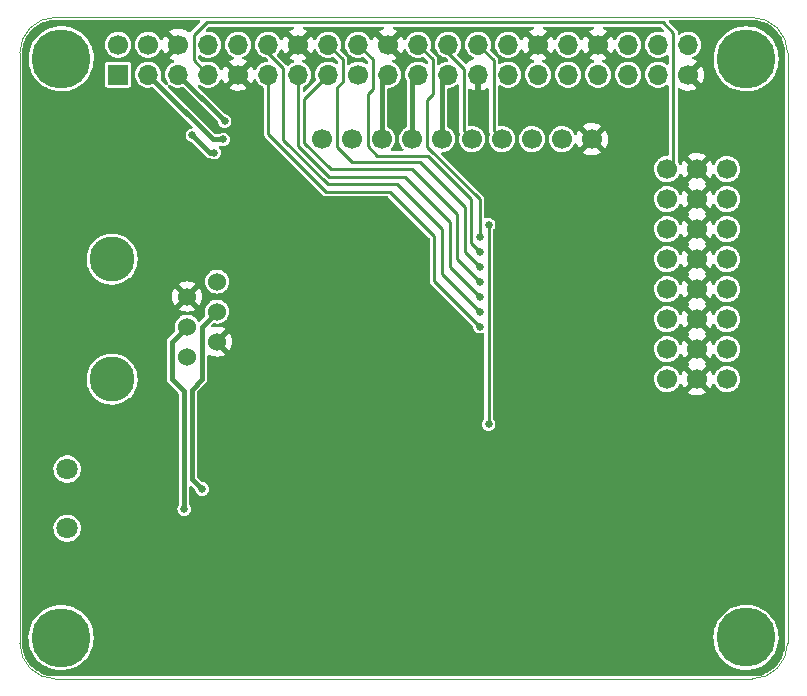
<source format=gbr>
G04 #@! TF.GenerationSoftware,KiCad,Pcbnew,(6.0.1)*
G04 #@! TF.CreationDate,2022-06-15T10:22:57-03:00*
G04 #@! TF.ProjectId,Pi-Hat,50692d48-6174-42e6-9b69-6361645f7063,rev?*
G04 #@! TF.SameCoordinates,Original*
G04 #@! TF.FileFunction,Copper,L2,Bot*
G04 #@! TF.FilePolarity,Positive*
%FSLAX46Y46*%
G04 Gerber Fmt 4.6, Leading zero omitted, Abs format (unit mm)*
G04 Created by KiCad (PCBNEW (6.0.1)) date 2022-06-15 10:22:57*
%MOMM*%
%LPD*%
G01*
G04 APERTURE LIST*
G04 Aperture macros list*
%AMHorizOval*
0 Thick line with rounded ends*
0 $1 width*
0 $2 $3 position (X,Y) of the first rounded end (center of the circle)*
0 $4 $5 position (X,Y) of the second rounded end (center of the circle)*
0 Add line between two ends*
20,1,$1,$2,$3,$4,$5,0*
0 Add two circle primitives to create the rounded ends*
1,1,$1,$2,$3*
1,1,$1,$4,$5*%
G04 Aperture macros list end*
G04 #@! TA.AperFunction,Profile*
%ADD10C,0.100000*%
G04 #@! TD*
G04 #@! TA.AperFunction,ComponentPad*
%ADD11C,1.700000*%
G04 #@! TD*
G04 #@! TA.AperFunction,ComponentPad*
%ADD12C,5.000000*%
G04 #@! TD*
G04 #@! TA.AperFunction,ComponentPad*
%ADD13C,1.800000*%
G04 #@! TD*
G04 #@! TA.AperFunction,ComponentPad*
%ADD14R,1.700000X1.700000*%
G04 #@! TD*
G04 #@! TA.AperFunction,ComponentPad*
%ADD15HorizOval,1.700000X0.000000X0.000000X0.000000X0.000000X0*%
G04 #@! TD*
G04 #@! TA.AperFunction,ComponentPad*
%ADD16O,1.700000X1.700000*%
G04 #@! TD*
G04 #@! TA.AperFunction,ComponentPad*
%ADD17HorizOval,1.700000X0.000000X0.000000X0.000000X0.000000X0*%
G04 #@! TD*
G04 #@! TA.AperFunction,ComponentPad*
%ADD18C,1.524000*%
G04 #@! TD*
G04 #@! TA.AperFunction,ComponentPad*
%ADD19C,3.800000*%
G04 #@! TD*
G04 #@! TA.AperFunction,ViaPad*
%ADD20C,0.635000*%
G04 #@! TD*
G04 #@! TA.AperFunction,Conductor*
%ADD21C,0.381000*%
G04 #@! TD*
G04 #@! TA.AperFunction,Conductor*
%ADD22C,0.254000*%
G04 #@! TD*
G04 APERTURE END LIST*
D10*
X78546356Y-63817611D02*
X78546356Y-113817611D01*
X81546356Y-60817611D02*
G75*
G03*
X78546356Y-63817611I0J-3000000D01*
G01*
X140546356Y-60817611D02*
X81546356Y-60817611D01*
X143546356Y-63817611D02*
G75*
G03*
X140546356Y-60817611I-3000000J0D01*
G01*
X143546356Y-113817611D02*
X143546356Y-63817611D01*
X78546356Y-113817611D02*
G75*
G03*
X81546356Y-116817611I3000000J0D01*
G01*
X81546356Y-116817611D02*
X140546356Y-116817611D01*
X140546356Y-116817611D02*
G75*
G03*
X143546351Y-113822847I0J3000000D01*
G01*
D11*
X104140000Y-71120000D03*
X106680000Y-71120000D03*
X109220000Y-71120000D03*
X111760000Y-71120000D03*
X114300000Y-71120000D03*
X116840000Y-71120000D03*
X119380000Y-71120000D03*
X121920000Y-71120000D03*
X124460000Y-71120000D03*
X127000000Y-71120000D03*
X133359410Y-73660000D03*
X133359410Y-76200000D03*
X133359410Y-78740000D03*
X133359410Y-81280000D03*
X133359410Y-83820000D03*
X133359410Y-86360000D03*
X133359410Y-88900000D03*
X133359410Y-91440000D03*
X138430000Y-91440000D03*
X138430000Y-88900000D03*
X138430000Y-86360000D03*
X138430000Y-83820000D03*
X138430000Y-81280000D03*
X138430000Y-78740000D03*
X138430000Y-76200000D03*
X138430000Y-73660000D03*
X135890000Y-73660000D03*
X135890000Y-76200000D03*
X135890000Y-78740000D03*
X135890000Y-81280000D03*
X135890000Y-83820000D03*
X135890000Y-86360000D03*
X135890000Y-88900000D03*
X135890000Y-91440000D03*
D12*
X82046356Y-64317611D03*
X140040000Y-64330000D03*
X82040000Y-113320000D03*
X140030000Y-113310000D03*
D13*
X82550000Y-104060000D03*
X82550000Y-99060000D03*
D14*
X86868000Y-65659000D03*
D15*
X86868000Y-63119000D03*
D16*
X89408000Y-65659000D03*
D17*
X89408000Y-63119000D03*
D16*
X91948000Y-65659000D03*
D15*
X91948000Y-63119000D03*
D16*
X94488000Y-65659000D03*
X94488000Y-63119000D03*
D15*
X97028000Y-65659000D03*
D16*
X97028000Y-63119000D03*
X99568000Y-65659000D03*
X99568000Y-63119000D03*
X102108000Y-65659000D03*
D15*
X102108000Y-63119000D03*
D16*
X104648000Y-65659000D03*
X104648000Y-63119000D03*
D17*
X107188000Y-65659000D03*
D16*
X107188000Y-63119000D03*
X109728000Y-65659000D03*
D15*
X109728000Y-63119000D03*
D16*
X112268000Y-65659000D03*
X112268000Y-63119000D03*
X114808000Y-65659000D03*
X114808000Y-63119000D03*
X117348000Y-65659000D03*
X117348000Y-63119000D03*
X119888000Y-65659000D03*
X119888000Y-63119000D03*
X122428000Y-65659000D03*
D15*
X122428000Y-63119000D03*
D16*
X124968000Y-65659000D03*
X124968000Y-63119000D03*
X127508000Y-65659000D03*
D15*
X127508000Y-63119000D03*
D16*
X130048000Y-65659000D03*
X130048000Y-63119000D03*
X132588000Y-65659000D03*
X132588000Y-63119000D03*
D15*
X135128000Y-65659000D03*
D16*
X135128000Y-63119000D03*
D18*
X92710000Y-89530000D03*
D19*
X86360000Y-81280000D03*
X86360000Y-91440000D03*
D18*
X92710000Y-86990000D03*
X92710000Y-84450000D03*
X95250000Y-88260000D03*
X95250000Y-85720000D03*
X95250000Y-83180000D03*
D20*
X94869000Y-107315000D03*
X89535000Y-71120000D03*
X89535000Y-74930000D03*
X142240000Y-78105000D03*
X142240000Y-87490000D03*
X96520000Y-98425000D03*
X90170000Y-107696000D03*
X83439000Y-73914000D03*
X83439000Y-71247000D03*
X107772200Y-98755200D03*
X95786617Y-71148617D03*
X95885000Y-69596000D03*
X94996000Y-72263000D03*
X93157000Y-70800000D03*
X117475000Y-86995000D03*
X117475000Y-85725000D03*
X117475000Y-84455000D03*
X117475000Y-83185000D03*
X117475000Y-81915000D03*
X117475000Y-80645000D03*
X117475000Y-79375000D03*
X118237000Y-78359000D03*
X118237000Y-95250000D03*
X92456000Y-102438200D03*
X93980000Y-100750000D03*
D21*
X95786617Y-71148617D02*
X94897617Y-71148617D01*
X94897617Y-71148617D02*
X90257999Y-66508999D01*
X90257999Y-66508999D02*
X89408000Y-65659000D01*
X91948000Y-65659000D02*
X95885000Y-69596000D01*
D22*
X94488000Y-65659000D02*
X93256999Y-64427999D01*
X93256999Y-64427999D02*
X93256999Y-62318001D01*
X93256999Y-62318001D02*
X94361000Y-61214000D01*
X94361000Y-61214000D02*
X127254000Y-61214000D01*
X127254000Y-61214000D02*
X132969000Y-61214000D01*
X133858000Y-73161410D02*
X133359410Y-73660000D01*
X133858000Y-62103000D02*
X133858000Y-73161410D01*
X132969000Y-61214000D02*
X133858000Y-62103000D01*
D21*
X94620000Y-72263000D02*
X93157000Y-70800000D01*
X94996000Y-72263000D02*
X94620000Y-72263000D01*
D22*
X109855000Y-75565000D02*
X104481132Y-75565000D01*
X104481132Y-75565000D02*
X99568000Y-70651868D01*
X113623283Y-79333283D02*
X109855000Y-75565000D01*
X113623283Y-83143283D02*
X113623283Y-79333283D01*
X117475000Y-86995000D02*
X113623283Y-83143283D01*
X99568000Y-65659000D02*
X99568000Y-69850000D01*
X99568000Y-70651868D02*
X99568000Y-69850000D01*
X100838000Y-71203434D02*
X100838000Y-70485000D01*
X100838000Y-70485000D02*
X100838000Y-65107118D01*
X117475000Y-85725000D02*
X114300000Y-82550000D01*
X114300000Y-82550000D02*
X114300000Y-78740000D01*
X114300000Y-78740000D02*
X110490000Y-74930000D01*
X110490000Y-74930000D02*
X104608132Y-74930000D01*
X104608132Y-74930000D02*
X100838000Y-71159868D01*
X100838000Y-71159868D02*
X100838000Y-70485000D01*
X100838000Y-65107118D02*
X99568000Y-63837118D01*
X99568000Y-63837118D02*
X99568000Y-63119000D01*
X102108000Y-65659000D02*
X102108000Y-71711434D01*
X102108000Y-71711434D02*
X104691566Y-74295000D01*
X114935000Y-78105000D02*
X114935000Y-81915000D01*
X104691566Y-74295000D02*
X111125000Y-74295000D01*
X111125000Y-74295000D02*
X114935000Y-78105000D01*
X114935000Y-81915000D02*
X117475000Y-84455000D01*
X115570000Y-77470000D02*
X111760000Y-73660000D01*
X115570000Y-81280000D02*
X115570000Y-77470000D01*
X117475000Y-83185000D02*
X115570000Y-81280000D01*
X104648000Y-65659000D02*
X102616010Y-67690990D01*
X104858118Y-73660000D02*
X111760000Y-73660000D01*
X102616010Y-71417892D02*
X104858118Y-73660000D01*
X102616010Y-67690990D02*
X102616010Y-71417892D01*
X112395000Y-73025000D02*
X106680000Y-73025000D01*
X106680000Y-73025000D02*
X105410000Y-71755000D01*
X116205000Y-76835000D02*
X112395000Y-73025000D01*
X116205000Y-80645000D02*
X116205000Y-76835000D01*
X117475000Y-81915000D02*
X116205000Y-80645000D01*
X105879001Y-66249881D02*
X105410000Y-66718882D01*
X105879001Y-64350001D02*
X105879001Y-66249881D01*
X104648000Y-63119000D02*
X105879001Y-64350001D01*
X105410000Y-66718882D02*
X105410000Y-71755000D01*
X116776499Y-79946499D02*
X117475000Y-80645000D01*
X116776499Y-76219933D02*
X116776499Y-79946499D01*
X113073556Y-72516990D02*
X116776499Y-76219933D01*
X108795108Y-72516990D02*
X113073556Y-72516990D01*
X107988999Y-67271001D02*
X107988999Y-71710881D01*
X108419001Y-66840999D02*
X107988999Y-67271001D01*
X108419001Y-64350001D02*
X108419001Y-66840999D01*
X107988999Y-71710881D02*
X108795108Y-72516990D01*
X107188000Y-63119000D02*
X108419001Y-64350001D01*
D21*
X109220000Y-71120000D02*
X109220000Y-66167000D01*
X109220000Y-66167000D02*
X109728000Y-65659000D01*
X111760000Y-71120000D02*
X111760000Y-66167000D01*
X111760000Y-66167000D02*
X112268000Y-65659000D01*
D22*
X117475000Y-76200000D02*
X117475000Y-79375000D01*
X113030000Y-71755000D02*
X117475000Y-76200000D01*
X113499001Y-64350001D02*
X112268000Y-63119000D01*
X113499001Y-67310000D02*
X113499001Y-64350001D01*
X113030000Y-67779001D02*
X113499001Y-67310000D01*
X113030000Y-71755000D02*
X113030000Y-67779001D01*
D21*
X114300000Y-71120000D02*
X114300000Y-66167000D01*
X114300000Y-66167000D02*
X114808000Y-65659000D01*
D22*
X116205001Y-70485001D02*
X116840000Y-71120000D01*
X116116999Y-70396999D02*
X116205001Y-70485001D01*
X114808000Y-63837118D02*
X116116999Y-65146117D01*
X114808000Y-63119000D02*
X114808000Y-63837118D01*
X116116999Y-65146117D02*
X116116999Y-70396999D01*
X117348000Y-63119000D02*
X118656999Y-64427999D01*
X118656999Y-64427999D02*
X118656999Y-70396999D01*
X118656999Y-70396999D02*
X118745001Y-70485001D01*
X118745001Y-70485001D02*
X119380000Y-71120000D01*
X118237000Y-78359000D02*
X118237000Y-95250000D01*
D21*
X91440000Y-88260000D02*
X92710000Y-86990000D01*
X91440000Y-91440000D02*
X91440000Y-88260000D01*
X92456000Y-92456000D02*
X91440000Y-91440000D01*
X92456000Y-102438200D02*
X92456000Y-92456000D01*
X95250000Y-85720000D02*
X93980000Y-86990000D01*
X93980000Y-86990000D02*
X93980000Y-91440000D01*
X93980000Y-91440000D02*
X93091010Y-92328990D01*
X93091010Y-92328990D02*
X93091010Y-99861010D01*
X93091010Y-99861010D02*
X93980000Y-100750000D01*
G04 #@! TA.AperFunction,Conductor*
G36*
X93781798Y-61037613D02*
G01*
X93828291Y-61091269D01*
X93838395Y-61161543D01*
X93808901Y-61226123D01*
X93802772Y-61232706D01*
X93025519Y-62009959D01*
X93006510Y-62025312D01*
X93005447Y-62026279D01*
X92996695Y-62031930D01*
X92985837Y-62045703D01*
X92985004Y-62046760D01*
X92927123Y-62087873D01*
X92856203Y-62091167D01*
X92807962Y-62067636D01*
X92706140Y-61987222D01*
X92697552Y-61981517D01*
X92511117Y-61878599D01*
X92501705Y-61874369D01*
X92300959Y-61803280D01*
X92290989Y-61800646D01*
X92081327Y-61763301D01*
X92071073Y-61762331D01*
X91858116Y-61759728D01*
X91847832Y-61760448D01*
X91637321Y-61792661D01*
X91627293Y-61795050D01*
X91424868Y-61861212D01*
X91415359Y-61865209D01*
X91226466Y-61963540D01*
X91217734Y-61969039D01*
X91197677Y-61984099D01*
X91189223Y-61995427D01*
X91195968Y-62007758D01*
X92218115Y-63029905D01*
X92252141Y-63092217D01*
X92247076Y-63163032D01*
X92218115Y-63208095D01*
X91194737Y-64231473D01*
X91187977Y-64243853D01*
X91193258Y-64250907D01*
X91354756Y-64345279D01*
X91364042Y-64349729D01*
X91513124Y-64406657D01*
X91569627Y-64449644D01*
X91593920Y-64516355D01*
X91578290Y-64585610D01*
X91527699Y-64635421D01*
X91511785Y-64642579D01*
X91470463Y-64657824D01*
X91296010Y-64761612D01*
X91291670Y-64765418D01*
X91291666Y-64765421D01*
X91180412Y-64862989D01*
X91143392Y-64895455D01*
X91139817Y-64899990D01*
X91139816Y-64899991D01*
X91133456Y-64908059D01*
X91017720Y-65054869D01*
X91015031Y-65059980D01*
X91015029Y-65059983D01*
X91002073Y-65084609D01*
X90923203Y-65234515D01*
X90863007Y-65428378D01*
X90839148Y-65629964D01*
X90852424Y-65832522D01*
X90853845Y-65838118D01*
X90853846Y-65838123D01*
X90898208Y-66012796D01*
X90902392Y-66029269D01*
X90904809Y-66034512D01*
X90973046Y-66182529D01*
X90987377Y-66213616D01*
X90990710Y-66218332D01*
X91087693Y-66355561D01*
X91110674Y-66422736D01*
X91093689Y-66491671D01*
X91042132Y-66540480D01*
X90972371Y-66553667D01*
X90906555Y-66527045D01*
X90895701Y-66517376D01*
X90493756Y-66115431D01*
X90459730Y-66053119D01*
X90463538Y-65985836D01*
X90486584Y-65917945D01*
X90515712Y-65717053D01*
X90517232Y-65659000D01*
X90498658Y-65456859D01*
X90494356Y-65441604D01*
X90445125Y-65267046D01*
X90445124Y-65267044D01*
X90443557Y-65261487D01*
X90432978Y-65240033D01*
X90356331Y-65084609D01*
X90353776Y-65079428D01*
X90232320Y-64916779D01*
X90083258Y-64778987D01*
X90078375Y-64775906D01*
X90078371Y-64775903D01*
X89916464Y-64673748D01*
X89911581Y-64670667D01*
X89723039Y-64595446D01*
X89717379Y-64594320D01*
X89717375Y-64594319D01*
X89529613Y-64556971D01*
X89529610Y-64556971D01*
X89523946Y-64555844D01*
X89518171Y-64555768D01*
X89518167Y-64555768D01*
X89416793Y-64554441D01*
X89320971Y-64553187D01*
X89315274Y-64554166D01*
X89315273Y-64554166D01*
X89126607Y-64586585D01*
X89120910Y-64587564D01*
X88930463Y-64657824D01*
X88756010Y-64761612D01*
X88751670Y-64765418D01*
X88751666Y-64765421D01*
X88640412Y-64862989D01*
X88603392Y-64895455D01*
X88599817Y-64899990D01*
X88599816Y-64899991D01*
X88593456Y-64908059D01*
X88477720Y-65054869D01*
X88475031Y-65059980D01*
X88475029Y-65059983D01*
X88462073Y-65084609D01*
X88383203Y-65234515D01*
X88323007Y-65428378D01*
X88299148Y-65629964D01*
X88312424Y-65832522D01*
X88313845Y-65838118D01*
X88313846Y-65838123D01*
X88358208Y-66012796D01*
X88362392Y-66029269D01*
X88364809Y-66034512D01*
X88433046Y-66182529D01*
X88447377Y-66213616D01*
X88450710Y-66218332D01*
X88556712Y-66368322D01*
X88564533Y-66379389D01*
X88709938Y-66521035D01*
X88714742Y-66524245D01*
X88729440Y-66534066D01*
X88878720Y-66633812D01*
X88884023Y-66636090D01*
X88884026Y-66636092D01*
X89059921Y-66711662D01*
X89065228Y-66713942D01*
X89102771Y-66722437D01*
X89257579Y-66757467D01*
X89257584Y-66757468D01*
X89263216Y-66758742D01*
X89268987Y-66758969D01*
X89268989Y-66758969D01*
X89328756Y-66761317D01*
X89466053Y-66766712D01*
X89590045Y-66748734D01*
X89661223Y-66738414D01*
X89661227Y-66738413D01*
X89666945Y-66737584D01*
X89734836Y-66714538D01*
X89805768Y-66711581D01*
X89864431Y-66744756D01*
X93140464Y-70020789D01*
X93174490Y-70083101D01*
X93169425Y-70153916D01*
X93126878Y-70210752D01*
X93067816Y-70234805D01*
X93007678Y-70242723D01*
X92868532Y-70300359D01*
X92749045Y-70392045D01*
X92657359Y-70511532D01*
X92599723Y-70650678D01*
X92580064Y-70800000D01*
X92599723Y-70949322D01*
X92657359Y-71088468D01*
X92749045Y-71207955D01*
X92868532Y-71299641D01*
X93007678Y-71357277D01*
X93054264Y-71363410D01*
X93119190Y-71392132D01*
X93126912Y-71399237D01*
X94281373Y-72553698D01*
X94291228Y-72564787D01*
X94311936Y-72591055D01*
X94359649Y-72624031D01*
X94362737Y-72626237D01*
X94409419Y-72660718D01*
X94416150Y-72663082D01*
X94422016Y-72667136D01*
X94477234Y-72684599D01*
X94480975Y-72685847D01*
X94526786Y-72701935D01*
X94526791Y-72701936D01*
X94535673Y-72705055D01*
X94542802Y-72705335D01*
X94549600Y-72707485D01*
X94556143Y-72708000D01*
X94593550Y-72708000D01*
X94661671Y-72728002D01*
X94670253Y-72734037D01*
X94700977Y-72757612D01*
X94700981Y-72757614D01*
X94707532Y-72762641D01*
X94846678Y-72820277D01*
X94996000Y-72839936D01*
X95145322Y-72820277D01*
X95284468Y-72762641D01*
X95403955Y-72670955D01*
X95495641Y-72551468D01*
X95553277Y-72412322D01*
X95572936Y-72263000D01*
X95553277Y-72113678D01*
X95495641Y-71974532D01*
X95413727Y-71867780D01*
X95388126Y-71801560D01*
X95402391Y-71732011D01*
X95451992Y-71681215D01*
X95521181Y-71665299D01*
X95561905Y-71674667D01*
X95637295Y-71705894D01*
X95786617Y-71725553D01*
X95935939Y-71705894D01*
X96075085Y-71648258D01*
X96194572Y-71556572D01*
X96286258Y-71437085D01*
X96343894Y-71297939D01*
X96363553Y-71148617D01*
X96343894Y-70999295D01*
X96286258Y-70860149D01*
X96194572Y-70740662D01*
X96075085Y-70648976D01*
X95935939Y-70591340D01*
X95786617Y-70571681D01*
X95637295Y-70591340D01*
X95498149Y-70648976D01*
X95474386Y-70667210D01*
X95460873Y-70677579D01*
X95394653Y-70703180D01*
X95384169Y-70703617D01*
X95134132Y-70703617D01*
X95066011Y-70683615D01*
X95045037Y-70666712D01*
X91098011Y-66719686D01*
X91063985Y-66657374D01*
X91069050Y-66586559D01*
X91111597Y-66529723D01*
X91178117Y-66504912D01*
X91247491Y-66520003D01*
X91257108Y-66525826D01*
X91307406Y-66559434D01*
X91418720Y-66633812D01*
X91424023Y-66636090D01*
X91424026Y-66636092D01*
X91599921Y-66711662D01*
X91605228Y-66713942D01*
X91642771Y-66722437D01*
X91797579Y-66757467D01*
X91797584Y-66757468D01*
X91803216Y-66758742D01*
X91808987Y-66758969D01*
X91808989Y-66758969D01*
X91868756Y-66761317D01*
X92006053Y-66766712D01*
X92130045Y-66748734D01*
X92201223Y-66738414D01*
X92201227Y-66738413D01*
X92206945Y-66737584D01*
X92274836Y-66714538D01*
X92345768Y-66711581D01*
X92404431Y-66744756D01*
X95285763Y-69626088D01*
X95319789Y-69688400D01*
X95321589Y-69698733D01*
X95327723Y-69745322D01*
X95385359Y-69884468D01*
X95477045Y-70003955D01*
X95596532Y-70095641D01*
X95735678Y-70153277D01*
X95885000Y-70172936D01*
X96034322Y-70153277D01*
X96173468Y-70095641D01*
X96292955Y-70003955D01*
X96384641Y-69884468D01*
X96442277Y-69745322D01*
X96461936Y-69596000D01*
X96442277Y-69446678D01*
X96384641Y-69307532D01*
X96292955Y-69188045D01*
X96173468Y-69096359D01*
X96034322Y-69038723D01*
X95987736Y-69032590D01*
X95922810Y-69003868D01*
X95915088Y-68996763D01*
X93702178Y-66783853D01*
X96267977Y-66783853D01*
X96273258Y-66790907D01*
X96434756Y-66885279D01*
X96444042Y-66889729D01*
X96643001Y-66965703D01*
X96652899Y-66968579D01*
X96861595Y-67011038D01*
X96871823Y-67012257D01*
X97084650Y-67020062D01*
X97094936Y-67019595D01*
X97306185Y-66992534D01*
X97316262Y-66990392D01*
X97520255Y-66929191D01*
X97529842Y-66925433D01*
X97721098Y-66831738D01*
X97729944Y-66826465D01*
X97777247Y-66792723D01*
X97785648Y-66782023D01*
X97778660Y-66768870D01*
X97040812Y-66031022D01*
X97026868Y-66023408D01*
X97025035Y-66023539D01*
X97018420Y-66027790D01*
X96274737Y-66771473D01*
X96267977Y-66783853D01*
X93702178Y-66783853D01*
X93638011Y-66719686D01*
X93603985Y-66657374D01*
X93609050Y-66586559D01*
X93651597Y-66529723D01*
X93718117Y-66504912D01*
X93787491Y-66520003D01*
X93797108Y-66525826D01*
X93847406Y-66559434D01*
X93958720Y-66633812D01*
X93964023Y-66636090D01*
X93964026Y-66636092D01*
X94139921Y-66711662D01*
X94145228Y-66713942D01*
X94182771Y-66722437D01*
X94337579Y-66757467D01*
X94337584Y-66757468D01*
X94343216Y-66758742D01*
X94348987Y-66758969D01*
X94348989Y-66758969D01*
X94408756Y-66761317D01*
X94546053Y-66766712D01*
X94653348Y-66751155D01*
X94741231Y-66738413D01*
X94741236Y-66738412D01*
X94746945Y-66737584D01*
X94752409Y-66735729D01*
X94752414Y-66735728D01*
X94933693Y-66674192D01*
X94933698Y-66674190D01*
X94939165Y-66672334D01*
X94958497Y-66661508D01*
X95022977Y-66625397D01*
X95116276Y-66573147D01*
X95130930Y-66560960D01*
X95267913Y-66447031D01*
X95272345Y-66443345D01*
X95330508Y-66373412D01*
X95398453Y-66291718D01*
X95398455Y-66291715D01*
X95402147Y-66287276D01*
X95488469Y-66133137D01*
X95498510Y-66115208D01*
X95498511Y-66115206D01*
X95501334Y-66110165D01*
X95503720Y-66103135D01*
X95504170Y-66102496D01*
X95505541Y-66099416D01*
X95506146Y-66099685D01*
X95544553Y-66045059D01*
X95610305Y-66018278D01*
X95680098Y-66031295D01*
X95731773Y-66079980D01*
X95739777Y-66096229D01*
X95809770Y-66268603D01*
X95814413Y-66277794D01*
X95894460Y-66408420D01*
X95904916Y-66417880D01*
X95913694Y-66414096D01*
X96655978Y-65671812D01*
X96662356Y-65660132D01*
X97392408Y-65660132D01*
X97392539Y-65661965D01*
X97396790Y-65668580D01*
X98138474Y-66410264D01*
X98150484Y-66416823D01*
X98162223Y-66407855D01*
X98193004Y-66365019D01*
X98198315Y-66356180D01*
X98292670Y-66165267D01*
X98296469Y-66155672D01*
X98313066Y-66101047D01*
X98352007Y-66041683D01*
X98416862Y-66012796D01*
X98487038Y-66023558D01*
X98540256Y-66070551D01*
X98548048Y-66084922D01*
X98607377Y-66213616D01*
X98610710Y-66218332D01*
X98716712Y-66368322D01*
X98724533Y-66379389D01*
X98869938Y-66521035D01*
X98874742Y-66524245D01*
X98889440Y-66534066D01*
X99038720Y-66633812D01*
X99044027Y-66636092D01*
X99044029Y-66636093D01*
X99110237Y-66664538D01*
X99164930Y-66709806D01*
X99186500Y-66780306D01*
X99186500Y-70597733D01*
X99183914Y-70622032D01*
X99183846Y-70623470D01*
X99181655Y-70633648D01*
X99184064Y-70654005D01*
X99185627Y-70667210D01*
X99185979Y-70673188D01*
X99186072Y-70673180D01*
X99186500Y-70678358D01*
X99186500Y-70683560D01*
X99189409Y-70701033D01*
X99189686Y-70702700D01*
X99190522Y-70708572D01*
X99196582Y-70759775D01*
X99200567Y-70768074D01*
X99202078Y-70777151D01*
X99226558Y-70822519D01*
X99229239Y-70827782D01*
X99248127Y-70867118D01*
X99248130Y-70867122D01*
X99251560Y-70874266D01*
X99255170Y-70878560D01*
X99257102Y-70880492D01*
X99258889Y-70882441D01*
X99258918Y-70882494D01*
X99258788Y-70882613D01*
X99259289Y-70883181D01*
X99262388Y-70888925D01*
X99270033Y-70895992D01*
X99302209Y-70925735D01*
X99305775Y-70929165D01*
X104173088Y-75796479D01*
X104188447Y-75815495D01*
X104189413Y-75816556D01*
X104195061Y-75825304D01*
X104203238Y-75831750D01*
X104221604Y-75846229D01*
X104226079Y-75850206D01*
X104226140Y-75850135D01*
X104230097Y-75853488D01*
X104233780Y-75857171D01*
X104238015Y-75860197D01*
X104238017Y-75860199D01*
X104249568Y-75868453D01*
X104254314Y-75872016D01*
X104294802Y-75903934D01*
X104303489Y-75906985D01*
X104310975Y-75912334D01*
X104320951Y-75915317D01*
X104320952Y-75915318D01*
X104360343Y-75927098D01*
X104365975Y-75928928D01*
X104414634Y-75946016D01*
X104420223Y-75946500D01*
X104422934Y-75946500D01*
X104425601Y-75946615D01*
X104425664Y-75946634D01*
X104425657Y-75946808D01*
X104426403Y-75946855D01*
X104432656Y-75948725D01*
X104482515Y-75946766D01*
X104486810Y-75946597D01*
X104491757Y-75946500D01*
X109644788Y-75946500D01*
X109712909Y-75966502D01*
X109733883Y-75983405D01*
X113204878Y-79454401D01*
X113238904Y-79516713D01*
X113241783Y-79543496D01*
X113241783Y-83089148D01*
X113239197Y-83113447D01*
X113239129Y-83114885D01*
X113236938Y-83125063D01*
X113238162Y-83135403D01*
X113240910Y-83158625D01*
X113241262Y-83164603D01*
X113241355Y-83164595D01*
X113241783Y-83169773D01*
X113241783Y-83174975D01*
X113242637Y-83180105D01*
X113244969Y-83194115D01*
X113245805Y-83199987D01*
X113247245Y-83212157D01*
X113250044Y-83235801D01*
X113251865Y-83251190D01*
X113255850Y-83259489D01*
X113257361Y-83268566D01*
X113281841Y-83313934D01*
X113284522Y-83319197D01*
X113303410Y-83358533D01*
X113303413Y-83358537D01*
X113306843Y-83365681D01*
X113310453Y-83369975D01*
X113312385Y-83371907D01*
X113314172Y-83373856D01*
X113314201Y-83373909D01*
X113314071Y-83374029D01*
X113314573Y-83374598D01*
X113317671Y-83380340D01*
X113325315Y-83387406D01*
X113357491Y-83417150D01*
X113361056Y-83420579D01*
X116862237Y-86921759D01*
X116896263Y-86984071D01*
X116897447Y-86995081D01*
X116898064Y-86995000D01*
X116917723Y-87144322D01*
X116975359Y-87283468D01*
X117067045Y-87402955D01*
X117186532Y-87494641D01*
X117325678Y-87552277D01*
X117475000Y-87571936D01*
X117624322Y-87552277D01*
X117681284Y-87528683D01*
X117751871Y-87521094D01*
X117815358Y-87552873D01*
X117851586Y-87613931D01*
X117855500Y-87645092D01*
X117855500Y-94764924D01*
X117835498Y-94833045D01*
X117828551Y-94841666D01*
X117829045Y-94842045D01*
X117737359Y-94961532D01*
X117679723Y-95100678D01*
X117660064Y-95250000D01*
X117679723Y-95399322D01*
X117737359Y-95538468D01*
X117829045Y-95657955D01*
X117948532Y-95749641D01*
X118087678Y-95807277D01*
X118237000Y-95826936D01*
X118386322Y-95807277D01*
X118525468Y-95749641D01*
X118644955Y-95657955D01*
X118736641Y-95538468D01*
X118794277Y-95399322D01*
X118813936Y-95250000D01*
X118794277Y-95100678D01*
X118736641Y-94961532D01*
X118644955Y-94842045D01*
X118647711Y-94839930D01*
X118621379Y-94791707D01*
X118618500Y-94764924D01*
X118618500Y-92564853D01*
X135129977Y-92564853D01*
X135135258Y-92571907D01*
X135296756Y-92666279D01*
X135306042Y-92670729D01*
X135505001Y-92746703D01*
X135514899Y-92749579D01*
X135723595Y-92792038D01*
X135733823Y-92793257D01*
X135946650Y-92801062D01*
X135956936Y-92800595D01*
X136168185Y-92773534D01*
X136178262Y-92771392D01*
X136382255Y-92710191D01*
X136391842Y-92706433D01*
X136583098Y-92612738D01*
X136591944Y-92607465D01*
X136639247Y-92573723D01*
X136647648Y-92563023D01*
X136640660Y-92549870D01*
X135902812Y-91812022D01*
X135888868Y-91804408D01*
X135887035Y-91804539D01*
X135880420Y-91808790D01*
X135136737Y-92552473D01*
X135129977Y-92564853D01*
X118618500Y-92564853D01*
X118618500Y-91410964D01*
X132250558Y-91410964D01*
X132263834Y-91613522D01*
X132265255Y-91619118D01*
X132265256Y-91619123D01*
X132307206Y-91784296D01*
X132313802Y-91810269D01*
X132316219Y-91815512D01*
X132353420Y-91896208D01*
X132398787Y-91994616D01*
X132402120Y-91999332D01*
X132499541Y-92137180D01*
X132515943Y-92160389D01*
X132661348Y-92302035D01*
X132830130Y-92414812D01*
X132835433Y-92417090D01*
X132835436Y-92417092D01*
X133011331Y-92492662D01*
X133016638Y-92494942D01*
X133089654Y-92511464D01*
X133208989Y-92538467D01*
X133208994Y-92538468D01*
X133214626Y-92539742D01*
X133220397Y-92539969D01*
X133220399Y-92539969D01*
X133280166Y-92542317D01*
X133417463Y-92547712D01*
X133517909Y-92533148D01*
X133612641Y-92519413D01*
X133612646Y-92519412D01*
X133618355Y-92518584D01*
X133623819Y-92516729D01*
X133623824Y-92516728D01*
X133805103Y-92455192D01*
X133805108Y-92455190D01*
X133810575Y-92453334D01*
X133987686Y-92354147D01*
X134050344Y-92302035D01*
X134139323Y-92228031D01*
X134143755Y-92224345D01*
X134200873Y-92155669D01*
X134269863Y-92072718D01*
X134269865Y-92072715D01*
X134273557Y-92068276D01*
X134323151Y-91979720D01*
X134369919Y-91896210D01*
X134369920Y-91896207D01*
X134372744Y-91891165D01*
X134374601Y-91885694D01*
X134374773Y-91885308D01*
X134420755Y-91831214D01*
X134488683Y-91810567D01*
X134556990Y-91829922D01*
X134606621Y-91889157D01*
X134671770Y-92049604D01*
X134676413Y-92058794D01*
X134756460Y-92189420D01*
X134766916Y-92198880D01*
X134775694Y-92195096D01*
X135517978Y-91452812D01*
X135524356Y-91441132D01*
X136254408Y-91441132D01*
X136254539Y-91442965D01*
X136258790Y-91449580D01*
X137000474Y-92191264D01*
X137012484Y-92197823D01*
X137024223Y-92188855D01*
X137055004Y-92146019D01*
X137060315Y-92137180D01*
X137154670Y-91946267D01*
X137158469Y-91936672D01*
X137175066Y-91882047D01*
X137214007Y-91822683D01*
X137278862Y-91793796D01*
X137349038Y-91804558D01*
X137402256Y-91851551D01*
X137410048Y-91865922D01*
X137469377Y-91994616D01*
X137472710Y-91999332D01*
X137570131Y-92137180D01*
X137586533Y-92160389D01*
X137731938Y-92302035D01*
X137900720Y-92414812D01*
X137906023Y-92417090D01*
X137906026Y-92417092D01*
X138081921Y-92492662D01*
X138087228Y-92494942D01*
X138160244Y-92511464D01*
X138279579Y-92538467D01*
X138279584Y-92538468D01*
X138285216Y-92539742D01*
X138290987Y-92539969D01*
X138290989Y-92539969D01*
X138350756Y-92542317D01*
X138488053Y-92547712D01*
X138588499Y-92533148D01*
X138683231Y-92519413D01*
X138683236Y-92519412D01*
X138688945Y-92518584D01*
X138694409Y-92516729D01*
X138694414Y-92516728D01*
X138875693Y-92455192D01*
X138875698Y-92455190D01*
X138881165Y-92453334D01*
X139058276Y-92354147D01*
X139120934Y-92302035D01*
X139209913Y-92228031D01*
X139214345Y-92224345D01*
X139271463Y-92155669D01*
X139340453Y-92072718D01*
X139340455Y-92072715D01*
X139344147Y-92068276D01*
X139443334Y-91891165D01*
X139445190Y-91885698D01*
X139445192Y-91885693D01*
X139506728Y-91704414D01*
X139506729Y-91704409D01*
X139508584Y-91698945D01*
X139509412Y-91693236D01*
X139509413Y-91693231D01*
X139535534Y-91513071D01*
X139537712Y-91498053D01*
X139539232Y-91440000D01*
X139520658Y-91237859D01*
X139518517Y-91230268D01*
X139467125Y-91048046D01*
X139467124Y-91048044D01*
X139465557Y-91042487D01*
X139454978Y-91021033D01*
X139378331Y-90865609D01*
X139375776Y-90860428D01*
X139355652Y-90833478D01*
X139324483Y-90791739D01*
X139254320Y-90697779D01*
X139105258Y-90559987D01*
X139100375Y-90556906D01*
X139100371Y-90556903D01*
X138938464Y-90454748D01*
X138933581Y-90451667D01*
X138745039Y-90376446D01*
X138739379Y-90375320D01*
X138739375Y-90375319D01*
X138551613Y-90337971D01*
X138551610Y-90337971D01*
X138545946Y-90336844D01*
X138540171Y-90336768D01*
X138540167Y-90336768D01*
X138438793Y-90335441D01*
X138342971Y-90334187D01*
X138337274Y-90335166D01*
X138337273Y-90335166D01*
X138148607Y-90367585D01*
X138142910Y-90368564D01*
X137952463Y-90438824D01*
X137778010Y-90542612D01*
X137773670Y-90546418D01*
X137773666Y-90546421D01*
X137732702Y-90582346D01*
X137625392Y-90676455D01*
X137621817Y-90680990D01*
X137621816Y-90680991D01*
X137615456Y-90689059D01*
X137499720Y-90835869D01*
X137497031Y-90840980D01*
X137497029Y-90840983D01*
X137407589Y-91010980D01*
X137358170Y-91061952D01*
X137289037Y-91078115D01*
X137222141Y-91054336D01*
X137182003Y-90999973D01*
X137179955Y-91000863D01*
X137092972Y-90800814D01*
X137088105Y-90791739D01*
X137023063Y-90691197D01*
X137012377Y-90681995D01*
X137002812Y-90686398D01*
X136262022Y-91427188D01*
X136254408Y-91441132D01*
X135524356Y-91441132D01*
X135525592Y-91438868D01*
X135525461Y-91437035D01*
X135521210Y-91430420D01*
X134779849Y-90689059D01*
X134768313Y-90682759D01*
X134756031Y-90692382D01*
X134708089Y-90762662D01*
X134703004Y-90771613D01*
X134613338Y-90964783D01*
X134609778Y-90974462D01*
X134608678Y-90978427D01*
X134571199Y-91038725D01*
X134507070Y-91069189D01*
X134436652Y-91060146D01*
X134382301Y-91014467D01*
X134374254Y-91000484D01*
X134307741Y-90865609D01*
X134305186Y-90860428D01*
X134285062Y-90833478D01*
X134253893Y-90791739D01*
X134183730Y-90697779D01*
X134034668Y-90559987D01*
X134029785Y-90556906D01*
X134029781Y-90556903D01*
X133867874Y-90454748D01*
X133862991Y-90451667D01*
X133674449Y-90376446D01*
X133668789Y-90375320D01*
X133668785Y-90375319D01*
X133481023Y-90337971D01*
X133481020Y-90337971D01*
X133475356Y-90336844D01*
X133469581Y-90336768D01*
X133469577Y-90336768D01*
X133368203Y-90335441D01*
X133272381Y-90334187D01*
X133266684Y-90335166D01*
X133266683Y-90335166D01*
X133078017Y-90367585D01*
X133072320Y-90368564D01*
X132881873Y-90438824D01*
X132707420Y-90542612D01*
X132703080Y-90546418D01*
X132703076Y-90546421D01*
X132662112Y-90582346D01*
X132554802Y-90676455D01*
X132551227Y-90680990D01*
X132551226Y-90680991D01*
X132544866Y-90689059D01*
X132429130Y-90835869D01*
X132426441Y-90840980D01*
X132426439Y-90840983D01*
X132413483Y-90865609D01*
X132334613Y-91015515D01*
X132274417Y-91209378D01*
X132250558Y-91410964D01*
X118618500Y-91410964D01*
X118618500Y-90024853D01*
X135129977Y-90024853D01*
X135135258Y-90031907D01*
X135182479Y-90059501D01*
X135231203Y-90111139D01*
X135244274Y-90180922D01*
X135217543Y-90246694D01*
X135177087Y-90280053D01*
X135168466Y-90284541D01*
X135159734Y-90290039D01*
X135139677Y-90305099D01*
X135131223Y-90316427D01*
X135137968Y-90328758D01*
X135877188Y-91067978D01*
X135891132Y-91075592D01*
X135892965Y-91075461D01*
X135899580Y-91071210D01*
X136643389Y-90327401D01*
X136650410Y-90314544D01*
X136643611Y-90305213D01*
X136639559Y-90302521D01*
X136602116Y-90281852D01*
X136552145Y-90231420D01*
X136537373Y-90161977D01*
X136562489Y-90095572D01*
X136589840Y-90068965D01*
X136639247Y-90033723D01*
X136647648Y-90023023D01*
X136640660Y-90009870D01*
X135902812Y-89272022D01*
X135888868Y-89264408D01*
X135887035Y-89264539D01*
X135880420Y-89268790D01*
X135136737Y-90012473D01*
X135129977Y-90024853D01*
X118618500Y-90024853D01*
X118618500Y-88870964D01*
X132250558Y-88870964D01*
X132263834Y-89073522D01*
X132265255Y-89079118D01*
X132265256Y-89079123D01*
X132285529Y-89158945D01*
X132313802Y-89270269D01*
X132316219Y-89275512D01*
X132353420Y-89356208D01*
X132398787Y-89454616D01*
X132402120Y-89459332D01*
X132499541Y-89597180D01*
X132515943Y-89620389D01*
X132661348Y-89762035D01*
X132830130Y-89874812D01*
X132835433Y-89877090D01*
X132835436Y-89877092D01*
X132924117Y-89915192D01*
X133016638Y-89954942D01*
X133089654Y-89971464D01*
X133208989Y-89998467D01*
X133208994Y-89998468D01*
X133214626Y-89999742D01*
X133220397Y-89999969D01*
X133220399Y-89999969D01*
X133280166Y-90002317D01*
X133417463Y-90007712D01*
X133517909Y-89993148D01*
X133612641Y-89979413D01*
X133612646Y-89979412D01*
X133618355Y-89978584D01*
X133623819Y-89976729D01*
X133623824Y-89976728D01*
X133805103Y-89915192D01*
X133805108Y-89915190D01*
X133810575Y-89913334D01*
X133987686Y-89814147D01*
X134050344Y-89762035D01*
X134139323Y-89688031D01*
X134143755Y-89684345D01*
X134200873Y-89615669D01*
X134269863Y-89532718D01*
X134269865Y-89532715D01*
X134273557Y-89528276D01*
X134341498Y-89406959D01*
X134369919Y-89356210D01*
X134369920Y-89356207D01*
X134372744Y-89351165D01*
X134374601Y-89345694D01*
X134374773Y-89345308D01*
X134420755Y-89291214D01*
X134488683Y-89270567D01*
X134556990Y-89289922D01*
X134606621Y-89349157D01*
X134671770Y-89509604D01*
X134676413Y-89518794D01*
X134756460Y-89649420D01*
X134766916Y-89658880D01*
X134775694Y-89655096D01*
X135517978Y-88912812D01*
X135524356Y-88901132D01*
X136254408Y-88901132D01*
X136254539Y-88902965D01*
X136258790Y-88909580D01*
X137000474Y-89651264D01*
X137012484Y-89657823D01*
X137024223Y-89648855D01*
X137055004Y-89606019D01*
X137060315Y-89597180D01*
X137154670Y-89406267D01*
X137158469Y-89396672D01*
X137175066Y-89342047D01*
X137214007Y-89282683D01*
X137278862Y-89253796D01*
X137349038Y-89264558D01*
X137402256Y-89311551D01*
X137410048Y-89325922D01*
X137469377Y-89454616D01*
X137472710Y-89459332D01*
X137570131Y-89597180D01*
X137586533Y-89620389D01*
X137731938Y-89762035D01*
X137900720Y-89874812D01*
X137906023Y-89877090D01*
X137906026Y-89877092D01*
X137994707Y-89915192D01*
X138087228Y-89954942D01*
X138160244Y-89971464D01*
X138279579Y-89998467D01*
X138279584Y-89998468D01*
X138285216Y-89999742D01*
X138290987Y-89999969D01*
X138290989Y-89999969D01*
X138350756Y-90002317D01*
X138488053Y-90007712D01*
X138588499Y-89993148D01*
X138683231Y-89979413D01*
X138683236Y-89979412D01*
X138688945Y-89978584D01*
X138694409Y-89976729D01*
X138694414Y-89976728D01*
X138875693Y-89915192D01*
X138875698Y-89915190D01*
X138881165Y-89913334D01*
X139058276Y-89814147D01*
X139120934Y-89762035D01*
X139209913Y-89688031D01*
X139214345Y-89684345D01*
X139271463Y-89615669D01*
X139340453Y-89532718D01*
X139340455Y-89532715D01*
X139344147Y-89528276D01*
X139417849Y-89396672D01*
X139440510Y-89356208D01*
X139440511Y-89356206D01*
X139443334Y-89351165D01*
X139445190Y-89345698D01*
X139445192Y-89345693D01*
X139506728Y-89164414D01*
X139506729Y-89164409D01*
X139508584Y-89158945D01*
X139509412Y-89153236D01*
X139509413Y-89153231D01*
X139537179Y-88961727D01*
X139537712Y-88958053D01*
X139539232Y-88900000D01*
X139524534Y-88740043D01*
X139521187Y-88703613D01*
X139521186Y-88703610D01*
X139520658Y-88697859D01*
X139514300Y-88675314D01*
X139467125Y-88508046D01*
X139467124Y-88508044D01*
X139465557Y-88502487D01*
X139457768Y-88486691D01*
X139378331Y-88325609D01*
X139375776Y-88320428D01*
X139368466Y-88310638D01*
X139321085Y-88247188D01*
X139254320Y-88157779D01*
X139105258Y-88019987D01*
X139100375Y-88016906D01*
X139100371Y-88016903D01*
X138938464Y-87914748D01*
X138933581Y-87911667D01*
X138745039Y-87836446D01*
X138739379Y-87835320D01*
X138739375Y-87835319D01*
X138551613Y-87797971D01*
X138551610Y-87797971D01*
X138545946Y-87796844D01*
X138540171Y-87796768D01*
X138540167Y-87796768D01*
X138438793Y-87795441D01*
X138342971Y-87794187D01*
X138337274Y-87795166D01*
X138337273Y-87795166D01*
X138148607Y-87827585D01*
X138142910Y-87828564D01*
X137952463Y-87898824D01*
X137778010Y-88002612D01*
X137773670Y-88006418D01*
X137773666Y-88006421D01*
X137643043Y-88120975D01*
X137625392Y-88136455D01*
X137621817Y-88140990D01*
X137621816Y-88140991D01*
X137615456Y-88149059D01*
X137499720Y-88295869D01*
X137497031Y-88300980D01*
X137497029Y-88300983D01*
X137407589Y-88470980D01*
X137358170Y-88521952D01*
X137289037Y-88538115D01*
X137222141Y-88514336D01*
X137182003Y-88459973D01*
X137179955Y-88460863D01*
X137092972Y-88260814D01*
X137088105Y-88251739D01*
X137023063Y-88151197D01*
X137012377Y-88141995D01*
X137002812Y-88146398D01*
X136262022Y-88887188D01*
X136254408Y-88901132D01*
X135524356Y-88901132D01*
X135525592Y-88898868D01*
X135525461Y-88897035D01*
X135521210Y-88890420D01*
X134779849Y-88149059D01*
X134768313Y-88142759D01*
X134756031Y-88152382D01*
X134708089Y-88222662D01*
X134703004Y-88231613D01*
X134613338Y-88424783D01*
X134609778Y-88434462D01*
X134608678Y-88438427D01*
X134571199Y-88498725D01*
X134507070Y-88529189D01*
X134436652Y-88520146D01*
X134382301Y-88474467D01*
X134374254Y-88460484D01*
X134307741Y-88325609D01*
X134305186Y-88320428D01*
X134297876Y-88310638D01*
X134250495Y-88247188D01*
X134183730Y-88157779D01*
X134034668Y-88019987D01*
X134029785Y-88016906D01*
X134029781Y-88016903D01*
X133867874Y-87914748D01*
X133862991Y-87911667D01*
X133674449Y-87836446D01*
X133668789Y-87835320D01*
X133668785Y-87835319D01*
X133481023Y-87797971D01*
X133481020Y-87797971D01*
X133475356Y-87796844D01*
X133469581Y-87796768D01*
X133469577Y-87796768D01*
X133368203Y-87795441D01*
X133272381Y-87794187D01*
X133266684Y-87795166D01*
X133266683Y-87795166D01*
X133078017Y-87827585D01*
X133072320Y-87828564D01*
X132881873Y-87898824D01*
X132707420Y-88002612D01*
X132703080Y-88006418D01*
X132703076Y-88006421D01*
X132572453Y-88120975D01*
X132554802Y-88136455D01*
X132551227Y-88140990D01*
X132551226Y-88140991D01*
X132544866Y-88149059D01*
X132429130Y-88295869D01*
X132426441Y-88300980D01*
X132426439Y-88300983D01*
X132414085Y-88324465D01*
X132334613Y-88475515D01*
X132274417Y-88669378D01*
X132250558Y-88870964D01*
X118618500Y-88870964D01*
X118618500Y-87484853D01*
X135129977Y-87484853D01*
X135135258Y-87491907D01*
X135182479Y-87519501D01*
X135231203Y-87571139D01*
X135244274Y-87640922D01*
X135217543Y-87706694D01*
X135177087Y-87740053D01*
X135168466Y-87744541D01*
X135159734Y-87750039D01*
X135139677Y-87765099D01*
X135131223Y-87776427D01*
X135137968Y-87788758D01*
X135877188Y-88527978D01*
X135891132Y-88535592D01*
X135892965Y-88535461D01*
X135899580Y-88531210D01*
X136643389Y-87787401D01*
X136650410Y-87774544D01*
X136643611Y-87765213D01*
X136639559Y-87762521D01*
X136602116Y-87741852D01*
X136552145Y-87691420D01*
X136537373Y-87621977D01*
X136562489Y-87555572D01*
X136589840Y-87528965D01*
X136639247Y-87493723D01*
X136647648Y-87483023D01*
X136640660Y-87469870D01*
X135902812Y-86732022D01*
X135888868Y-86724408D01*
X135887035Y-86724539D01*
X135880420Y-86728790D01*
X135136737Y-87472473D01*
X135129977Y-87484853D01*
X118618500Y-87484853D01*
X118618500Y-86330964D01*
X132250558Y-86330964D01*
X132263834Y-86533522D01*
X132265255Y-86539118D01*
X132265256Y-86539123D01*
X132299498Y-86673948D01*
X132313802Y-86730269D01*
X132316219Y-86735512D01*
X132372074Y-86856672D01*
X132398787Y-86914616D01*
X132402120Y-86919332D01*
X132499541Y-87057180D01*
X132515943Y-87080389D01*
X132520085Y-87084424D01*
X132596745Y-87159102D01*
X132661348Y-87222035D01*
X132830130Y-87334812D01*
X132835433Y-87337090D01*
X132835436Y-87337092D01*
X132924117Y-87375192D01*
X133016638Y-87414942D01*
X133089654Y-87431464D01*
X133208989Y-87458467D01*
X133208994Y-87458468D01*
X133214626Y-87459742D01*
X133220397Y-87459969D01*
X133220399Y-87459969D01*
X133280166Y-87462317D01*
X133417463Y-87467712D01*
X133517909Y-87453148D01*
X133612641Y-87439413D01*
X133612646Y-87439412D01*
X133618355Y-87438584D01*
X133623819Y-87436729D01*
X133623824Y-87436728D01*
X133805103Y-87375192D01*
X133805108Y-87375190D01*
X133810575Y-87373334D01*
X133987686Y-87274147D01*
X134050344Y-87222035D01*
X134139323Y-87148031D01*
X134143755Y-87144345D01*
X134200873Y-87075669D01*
X134269863Y-86992718D01*
X134269865Y-86992715D01*
X134273557Y-86988276D01*
X134323151Y-86899720D01*
X134369919Y-86816210D01*
X134369920Y-86816207D01*
X134372744Y-86811165D01*
X134374601Y-86805694D01*
X134374773Y-86805308D01*
X134420755Y-86751214D01*
X134488683Y-86730567D01*
X134556990Y-86749922D01*
X134606621Y-86809157D01*
X134671770Y-86969604D01*
X134676413Y-86978794D01*
X134756460Y-87109420D01*
X134766916Y-87118880D01*
X134775694Y-87115096D01*
X135517978Y-86372812D01*
X135524356Y-86361132D01*
X136254408Y-86361132D01*
X136254539Y-86362965D01*
X136258790Y-86369580D01*
X137000474Y-87111264D01*
X137012484Y-87117823D01*
X137024223Y-87108855D01*
X137055004Y-87066019D01*
X137060315Y-87057180D01*
X137154670Y-86866267D01*
X137158469Y-86856672D01*
X137175066Y-86802047D01*
X137214007Y-86742683D01*
X137278862Y-86713796D01*
X137349038Y-86724558D01*
X137402256Y-86771551D01*
X137410048Y-86785922D01*
X137469377Y-86914616D01*
X137472710Y-86919332D01*
X137570131Y-87057180D01*
X137586533Y-87080389D01*
X137590675Y-87084424D01*
X137667335Y-87159102D01*
X137731938Y-87222035D01*
X137900720Y-87334812D01*
X137906023Y-87337090D01*
X137906026Y-87337092D01*
X137994707Y-87375192D01*
X138087228Y-87414942D01*
X138160244Y-87431464D01*
X138279579Y-87458467D01*
X138279584Y-87458468D01*
X138285216Y-87459742D01*
X138290987Y-87459969D01*
X138290989Y-87459969D01*
X138350756Y-87462317D01*
X138488053Y-87467712D01*
X138588499Y-87453148D01*
X138683231Y-87439413D01*
X138683236Y-87439412D01*
X138688945Y-87438584D01*
X138694409Y-87436729D01*
X138694414Y-87436728D01*
X138875693Y-87375192D01*
X138875698Y-87375190D01*
X138881165Y-87373334D01*
X139058276Y-87274147D01*
X139120934Y-87222035D01*
X139209913Y-87148031D01*
X139214345Y-87144345D01*
X139271463Y-87075669D01*
X139340453Y-86992718D01*
X139340455Y-86992715D01*
X139344147Y-86988276D01*
X139443334Y-86811165D01*
X139445190Y-86805698D01*
X139445192Y-86805693D01*
X139506728Y-86624414D01*
X139506729Y-86624409D01*
X139508584Y-86618945D01*
X139509412Y-86613236D01*
X139509413Y-86613231D01*
X139537179Y-86421727D01*
X139537712Y-86418053D01*
X139539232Y-86360000D01*
X139520658Y-86157859D01*
X139519090Y-86152299D01*
X139467125Y-85968046D01*
X139467124Y-85968044D01*
X139465557Y-85962487D01*
X139462796Y-85956887D01*
X139378331Y-85785609D01*
X139375776Y-85780428D01*
X139254320Y-85617779D01*
X139105258Y-85479987D01*
X139100375Y-85476906D01*
X139100371Y-85476903D01*
X138938464Y-85374748D01*
X138933581Y-85371667D01*
X138745039Y-85296446D01*
X138739379Y-85295320D01*
X138739375Y-85295319D01*
X138551613Y-85257971D01*
X138551610Y-85257971D01*
X138545946Y-85256844D01*
X138540171Y-85256768D01*
X138540167Y-85256768D01*
X138438793Y-85255441D01*
X138342971Y-85254187D01*
X138337274Y-85255166D01*
X138337273Y-85255166D01*
X138148607Y-85287585D01*
X138142910Y-85288564D01*
X137952463Y-85358824D01*
X137778010Y-85462612D01*
X137773670Y-85466418D01*
X137773666Y-85466421D01*
X137671093Y-85556376D01*
X137625392Y-85596455D01*
X137621817Y-85600990D01*
X137621816Y-85600991D01*
X137615456Y-85609059D01*
X137499720Y-85755869D01*
X137497031Y-85760980D01*
X137497029Y-85760983D01*
X137407589Y-85930980D01*
X137358170Y-85981952D01*
X137289037Y-85998115D01*
X137222141Y-85974336D01*
X137182003Y-85919973D01*
X137179955Y-85920863D01*
X137092972Y-85720814D01*
X137088105Y-85711739D01*
X137023063Y-85611197D01*
X137012377Y-85601995D01*
X137002812Y-85606398D01*
X136262022Y-86347188D01*
X136254408Y-86361132D01*
X135524356Y-86361132D01*
X135525592Y-86358868D01*
X135525461Y-86357035D01*
X135521210Y-86350420D01*
X134779849Y-85609059D01*
X134768313Y-85602759D01*
X134756031Y-85612382D01*
X134708089Y-85682662D01*
X134703004Y-85691613D01*
X134613338Y-85884783D01*
X134609778Y-85894462D01*
X134608678Y-85898427D01*
X134571199Y-85958725D01*
X134507070Y-85989189D01*
X134436652Y-85980146D01*
X134382301Y-85934467D01*
X134374254Y-85920484D01*
X134307741Y-85785609D01*
X134305186Y-85780428D01*
X134183730Y-85617779D01*
X134034668Y-85479987D01*
X134029785Y-85476906D01*
X134029781Y-85476903D01*
X133867874Y-85374748D01*
X133862991Y-85371667D01*
X133674449Y-85296446D01*
X133668789Y-85295320D01*
X133668785Y-85295319D01*
X133481023Y-85257971D01*
X133481020Y-85257971D01*
X133475356Y-85256844D01*
X133469581Y-85256768D01*
X133469577Y-85256768D01*
X133368203Y-85255441D01*
X133272381Y-85254187D01*
X133266684Y-85255166D01*
X133266683Y-85255166D01*
X133078017Y-85287585D01*
X133072320Y-85288564D01*
X132881873Y-85358824D01*
X132707420Y-85462612D01*
X132703080Y-85466418D01*
X132703076Y-85466421D01*
X132600503Y-85556376D01*
X132554802Y-85596455D01*
X132551227Y-85600990D01*
X132551226Y-85600991D01*
X132544866Y-85609059D01*
X132429130Y-85755869D01*
X132426441Y-85760980D01*
X132426439Y-85760983D01*
X132413483Y-85785609D01*
X132334613Y-85935515D01*
X132274417Y-86129378D01*
X132250558Y-86330964D01*
X118618500Y-86330964D01*
X118618500Y-84944853D01*
X135129977Y-84944853D01*
X135135258Y-84951907D01*
X135182479Y-84979501D01*
X135231203Y-85031139D01*
X135244274Y-85100922D01*
X135217543Y-85166694D01*
X135177087Y-85200053D01*
X135168466Y-85204541D01*
X135159734Y-85210039D01*
X135139677Y-85225099D01*
X135131223Y-85236427D01*
X135137968Y-85248758D01*
X135877188Y-85987978D01*
X135891132Y-85995592D01*
X135892965Y-85995461D01*
X135899580Y-85991210D01*
X136643389Y-85247401D01*
X136650410Y-85234544D01*
X136643611Y-85225213D01*
X136639559Y-85222521D01*
X136602116Y-85201852D01*
X136552145Y-85151420D01*
X136537373Y-85081977D01*
X136562489Y-85015572D01*
X136589840Y-84988965D01*
X136639247Y-84953723D01*
X136647648Y-84943023D01*
X136640660Y-84929870D01*
X135902812Y-84192022D01*
X135888868Y-84184408D01*
X135887035Y-84184539D01*
X135880420Y-84188790D01*
X135136737Y-84932473D01*
X135129977Y-84944853D01*
X118618500Y-84944853D01*
X118618500Y-83790964D01*
X132250558Y-83790964D01*
X132263834Y-83993522D01*
X132265255Y-83999118D01*
X132265256Y-83999123D01*
X132299498Y-84133948D01*
X132313802Y-84190269D01*
X132316219Y-84195512D01*
X132353420Y-84276208D01*
X132398787Y-84374616D01*
X132402120Y-84379332D01*
X132499541Y-84517180D01*
X132515943Y-84540389D01*
X132661348Y-84682035D01*
X132830130Y-84794812D01*
X132835433Y-84797090D01*
X132835436Y-84797092D01*
X133011331Y-84872662D01*
X133016638Y-84874942D01*
X133087635Y-84891007D01*
X133208989Y-84918467D01*
X133208994Y-84918468D01*
X133214626Y-84919742D01*
X133220397Y-84919969D01*
X133220399Y-84919969D01*
X133280166Y-84922317D01*
X133417463Y-84927712D01*
X133517909Y-84913148D01*
X133612641Y-84899413D01*
X133612646Y-84899412D01*
X133618355Y-84898584D01*
X133623819Y-84896729D01*
X133623824Y-84896728D01*
X133805103Y-84835192D01*
X133805108Y-84835190D01*
X133810575Y-84833334D01*
X133987686Y-84734147D01*
X134005365Y-84719444D01*
X134139323Y-84608031D01*
X134143755Y-84604345D01*
X134200873Y-84535669D01*
X134269863Y-84452718D01*
X134269865Y-84452715D01*
X134273557Y-84448276D01*
X134323151Y-84359720D01*
X134369919Y-84276210D01*
X134369920Y-84276207D01*
X134372744Y-84271165D01*
X134374601Y-84265694D01*
X134374773Y-84265308D01*
X134420755Y-84211214D01*
X134488683Y-84190567D01*
X134556990Y-84209922D01*
X134606621Y-84269157D01*
X134671770Y-84429604D01*
X134676413Y-84438794D01*
X134756460Y-84569420D01*
X134766916Y-84578880D01*
X134775694Y-84575096D01*
X135517978Y-83832812D01*
X135524356Y-83821132D01*
X136254408Y-83821132D01*
X136254539Y-83822965D01*
X136258790Y-83829580D01*
X137000474Y-84571264D01*
X137012484Y-84577823D01*
X137024223Y-84568855D01*
X137055004Y-84526019D01*
X137060315Y-84517180D01*
X137154670Y-84326267D01*
X137158469Y-84316672D01*
X137175066Y-84262047D01*
X137214007Y-84202683D01*
X137278862Y-84173796D01*
X137349038Y-84184558D01*
X137402256Y-84231551D01*
X137410048Y-84245922D01*
X137469377Y-84374616D01*
X137472710Y-84379332D01*
X137570131Y-84517180D01*
X137586533Y-84540389D01*
X137731938Y-84682035D01*
X137900720Y-84794812D01*
X137906023Y-84797090D01*
X137906026Y-84797092D01*
X138081921Y-84872662D01*
X138087228Y-84874942D01*
X138158225Y-84891007D01*
X138279579Y-84918467D01*
X138279584Y-84918468D01*
X138285216Y-84919742D01*
X138290987Y-84919969D01*
X138290989Y-84919969D01*
X138350756Y-84922317D01*
X138488053Y-84927712D01*
X138588499Y-84913148D01*
X138683231Y-84899413D01*
X138683236Y-84899412D01*
X138688945Y-84898584D01*
X138694409Y-84896729D01*
X138694414Y-84896728D01*
X138875693Y-84835192D01*
X138875698Y-84835190D01*
X138881165Y-84833334D01*
X139058276Y-84734147D01*
X139075955Y-84719444D01*
X139209913Y-84608031D01*
X139214345Y-84604345D01*
X139271463Y-84535669D01*
X139340453Y-84452718D01*
X139340455Y-84452715D01*
X139344147Y-84448276D01*
X139443334Y-84271165D01*
X139445190Y-84265698D01*
X139445192Y-84265693D01*
X139506728Y-84084414D01*
X139506729Y-84084409D01*
X139508584Y-84078945D01*
X139509412Y-84073236D01*
X139509413Y-84073231D01*
X139534860Y-83897723D01*
X139537712Y-83878053D01*
X139539232Y-83820000D01*
X139520658Y-83617859D01*
X139515850Y-83600811D01*
X139467125Y-83428046D01*
X139467124Y-83428044D01*
X139465557Y-83422487D01*
X139462926Y-83417150D01*
X139378331Y-83245609D01*
X139375776Y-83240428D01*
X139254320Y-83077779D01*
X139105258Y-82939987D01*
X139100375Y-82936906D01*
X139100371Y-82936903D01*
X138938464Y-82834748D01*
X138933581Y-82831667D01*
X138745039Y-82756446D01*
X138739379Y-82755320D01*
X138739375Y-82755319D01*
X138551613Y-82717971D01*
X138551610Y-82717971D01*
X138545946Y-82716844D01*
X138540171Y-82716768D01*
X138540167Y-82716768D01*
X138438793Y-82715441D01*
X138342971Y-82714187D01*
X138337274Y-82715166D01*
X138337273Y-82715166D01*
X138148607Y-82747585D01*
X138142910Y-82748564D01*
X137952463Y-82818824D01*
X137778010Y-82922612D01*
X137773670Y-82926418D01*
X137773666Y-82926421D01*
X137629733Y-83052648D01*
X137625392Y-83056455D01*
X137621817Y-83060990D01*
X137621816Y-83060991D01*
X137616078Y-83068270D01*
X137499720Y-83215869D01*
X137497031Y-83220980D01*
X137497029Y-83220983D01*
X137407589Y-83390980D01*
X137358170Y-83441952D01*
X137289037Y-83458115D01*
X137222141Y-83434336D01*
X137182003Y-83379973D01*
X137179955Y-83380863D01*
X137092972Y-83180814D01*
X137088105Y-83171739D01*
X137023063Y-83071197D01*
X137012377Y-83061995D01*
X137002812Y-83066398D01*
X136262022Y-83807188D01*
X136254408Y-83821132D01*
X135524356Y-83821132D01*
X135525592Y-83818868D01*
X135525461Y-83817035D01*
X135521210Y-83810420D01*
X134779849Y-83069059D01*
X134768313Y-83062759D01*
X134756031Y-83072382D01*
X134708089Y-83142662D01*
X134703004Y-83151613D01*
X134613338Y-83344783D01*
X134609778Y-83354462D01*
X134608678Y-83358427D01*
X134571199Y-83418725D01*
X134507070Y-83449189D01*
X134436652Y-83440146D01*
X134382301Y-83394467D01*
X134374254Y-83380484D01*
X134307741Y-83245609D01*
X134305186Y-83240428D01*
X134183730Y-83077779D01*
X134034668Y-82939987D01*
X134029785Y-82936906D01*
X134029781Y-82936903D01*
X133867874Y-82834748D01*
X133862991Y-82831667D01*
X133674449Y-82756446D01*
X133668789Y-82755320D01*
X133668785Y-82755319D01*
X133481023Y-82717971D01*
X133481020Y-82717971D01*
X133475356Y-82716844D01*
X133469581Y-82716768D01*
X133469577Y-82716768D01*
X133368203Y-82715441D01*
X133272381Y-82714187D01*
X133266684Y-82715166D01*
X133266683Y-82715166D01*
X133078017Y-82747585D01*
X133072320Y-82748564D01*
X132881873Y-82818824D01*
X132707420Y-82922612D01*
X132703080Y-82926418D01*
X132703076Y-82926421D01*
X132559143Y-83052648D01*
X132554802Y-83056455D01*
X132551227Y-83060990D01*
X132551226Y-83060991D01*
X132545488Y-83068270D01*
X132429130Y-83215869D01*
X132426441Y-83220980D01*
X132426439Y-83220983D01*
X132396584Y-83277729D01*
X132334613Y-83395515D01*
X132274417Y-83589378D01*
X132250558Y-83790964D01*
X118618500Y-83790964D01*
X118618500Y-82404853D01*
X135129977Y-82404853D01*
X135135258Y-82411907D01*
X135182479Y-82439501D01*
X135231203Y-82491139D01*
X135244274Y-82560922D01*
X135217543Y-82626694D01*
X135177087Y-82660053D01*
X135168466Y-82664541D01*
X135159734Y-82670039D01*
X135139677Y-82685099D01*
X135131223Y-82696427D01*
X135137968Y-82708758D01*
X135877188Y-83447978D01*
X135891132Y-83455592D01*
X135892965Y-83455461D01*
X135899580Y-83451210D01*
X136643389Y-82707401D01*
X136650410Y-82694544D01*
X136643611Y-82685213D01*
X136639559Y-82682521D01*
X136602116Y-82661852D01*
X136552145Y-82611420D01*
X136537373Y-82541977D01*
X136562489Y-82475572D01*
X136589840Y-82448965D01*
X136639247Y-82413723D01*
X136647648Y-82403023D01*
X136640660Y-82389870D01*
X135902812Y-81652022D01*
X135888868Y-81644408D01*
X135887035Y-81644539D01*
X135880420Y-81648790D01*
X135136737Y-82392473D01*
X135129977Y-82404853D01*
X118618500Y-82404853D01*
X118618500Y-81250964D01*
X132250558Y-81250964D01*
X132263834Y-81453522D01*
X132265255Y-81459118D01*
X132265256Y-81459123D01*
X132309618Y-81633796D01*
X132313802Y-81650269D01*
X132316219Y-81655512D01*
X132353420Y-81736208D01*
X132398787Y-81834616D01*
X132402120Y-81839332D01*
X132499541Y-81977180D01*
X132515943Y-82000389D01*
X132661348Y-82142035D01*
X132830130Y-82254812D01*
X132835433Y-82257090D01*
X132835436Y-82257092D01*
X133011331Y-82332662D01*
X133016638Y-82334942D01*
X133089654Y-82351464D01*
X133208989Y-82378467D01*
X133208994Y-82378468D01*
X133214626Y-82379742D01*
X133220397Y-82379969D01*
X133220399Y-82379969D01*
X133280166Y-82382317D01*
X133417463Y-82387712D01*
X133517909Y-82373148D01*
X133612641Y-82359413D01*
X133612646Y-82359412D01*
X133618355Y-82358584D01*
X133623819Y-82356729D01*
X133623824Y-82356728D01*
X133805103Y-82295192D01*
X133805108Y-82295190D01*
X133810575Y-82293334D01*
X133987686Y-82194147D01*
X134005365Y-82179444D01*
X134139323Y-82068031D01*
X134143755Y-82064345D01*
X134200873Y-81995669D01*
X134269863Y-81912718D01*
X134269865Y-81912715D01*
X134273557Y-81908276D01*
X134323151Y-81819720D01*
X134369919Y-81736210D01*
X134369920Y-81736207D01*
X134372744Y-81731165D01*
X134374601Y-81725694D01*
X134374773Y-81725308D01*
X134420755Y-81671214D01*
X134488683Y-81650567D01*
X134556990Y-81669922D01*
X134606621Y-81729157D01*
X134671770Y-81889604D01*
X134676413Y-81898794D01*
X134756460Y-82029420D01*
X134766916Y-82038880D01*
X134775694Y-82035096D01*
X135517978Y-81292812D01*
X135524356Y-81281132D01*
X136254408Y-81281132D01*
X136254539Y-81282965D01*
X136258790Y-81289580D01*
X137000474Y-82031264D01*
X137012484Y-82037823D01*
X137024223Y-82028855D01*
X137055004Y-81986019D01*
X137060315Y-81977180D01*
X137154670Y-81786267D01*
X137158469Y-81776672D01*
X137175066Y-81722047D01*
X137214007Y-81662683D01*
X137278862Y-81633796D01*
X137349038Y-81644558D01*
X137402256Y-81691551D01*
X137410048Y-81705922D01*
X137469377Y-81834616D01*
X137472710Y-81839332D01*
X137570131Y-81977180D01*
X137586533Y-82000389D01*
X137731938Y-82142035D01*
X137900720Y-82254812D01*
X137906023Y-82257090D01*
X137906026Y-82257092D01*
X138081921Y-82332662D01*
X138087228Y-82334942D01*
X138160244Y-82351464D01*
X138279579Y-82378467D01*
X138279584Y-82378468D01*
X138285216Y-82379742D01*
X138290987Y-82379969D01*
X138290989Y-82379969D01*
X138350756Y-82382317D01*
X138488053Y-82387712D01*
X138588499Y-82373148D01*
X138683231Y-82359413D01*
X138683236Y-82359412D01*
X138688945Y-82358584D01*
X138694409Y-82356729D01*
X138694414Y-82356728D01*
X138875693Y-82295192D01*
X138875698Y-82295190D01*
X138881165Y-82293334D01*
X139058276Y-82194147D01*
X139075955Y-82179444D01*
X139209913Y-82068031D01*
X139214345Y-82064345D01*
X139271463Y-81995669D01*
X139340453Y-81912718D01*
X139340455Y-81912715D01*
X139344147Y-81908276D01*
X139443334Y-81731165D01*
X139445190Y-81725698D01*
X139445192Y-81725693D01*
X139506728Y-81544414D01*
X139506729Y-81544409D01*
X139508584Y-81538945D01*
X139509412Y-81533236D01*
X139509413Y-81533231D01*
X139537179Y-81341727D01*
X139537712Y-81338053D01*
X139539232Y-81280000D01*
X139520658Y-81077859D01*
X139519090Y-81072299D01*
X139467125Y-80888046D01*
X139467124Y-80888044D01*
X139465557Y-80882487D01*
X139454978Y-80861033D01*
X139378331Y-80705609D01*
X139375776Y-80700428D01*
X139355652Y-80673478D01*
X139309698Y-80611939D01*
X139254320Y-80537779D01*
X139105258Y-80399987D01*
X139100375Y-80396906D01*
X139100371Y-80396903D01*
X138938464Y-80294748D01*
X138933581Y-80291667D01*
X138745039Y-80216446D01*
X138739379Y-80215320D01*
X138739375Y-80215319D01*
X138551613Y-80177971D01*
X138551610Y-80177971D01*
X138545946Y-80176844D01*
X138540171Y-80176768D01*
X138540167Y-80176768D01*
X138438793Y-80175441D01*
X138342971Y-80174187D01*
X138337274Y-80175166D01*
X138337273Y-80175166D01*
X138148607Y-80207585D01*
X138142910Y-80208564D01*
X137952463Y-80278824D01*
X137778010Y-80382612D01*
X137773670Y-80386418D01*
X137773666Y-80386421D01*
X137732702Y-80422346D01*
X137625392Y-80516455D01*
X137621817Y-80520990D01*
X137621816Y-80520991D01*
X137615456Y-80529059D01*
X137499720Y-80675869D01*
X137497031Y-80680980D01*
X137497029Y-80680983D01*
X137407589Y-80850980D01*
X137358170Y-80901952D01*
X137289037Y-80918115D01*
X137222141Y-80894336D01*
X137182003Y-80839973D01*
X137179955Y-80840863D01*
X137092972Y-80640814D01*
X137088105Y-80631739D01*
X137023063Y-80531197D01*
X137012377Y-80521995D01*
X137002812Y-80526398D01*
X136262022Y-81267188D01*
X136254408Y-81281132D01*
X135524356Y-81281132D01*
X135525592Y-81278868D01*
X135525461Y-81277035D01*
X135521210Y-81270420D01*
X134779849Y-80529059D01*
X134768313Y-80522759D01*
X134756031Y-80532382D01*
X134708089Y-80602662D01*
X134703004Y-80611613D01*
X134613338Y-80804783D01*
X134609778Y-80814462D01*
X134608678Y-80818427D01*
X134571199Y-80878725D01*
X134507070Y-80909189D01*
X134436652Y-80900146D01*
X134382301Y-80854467D01*
X134374254Y-80840484D01*
X134307741Y-80705609D01*
X134305186Y-80700428D01*
X134285062Y-80673478D01*
X134239108Y-80611939D01*
X134183730Y-80537779D01*
X134034668Y-80399987D01*
X134029785Y-80396906D01*
X134029781Y-80396903D01*
X133867874Y-80294748D01*
X133862991Y-80291667D01*
X133674449Y-80216446D01*
X133668789Y-80215320D01*
X133668785Y-80215319D01*
X133481023Y-80177971D01*
X133481020Y-80177971D01*
X133475356Y-80176844D01*
X133469581Y-80176768D01*
X133469577Y-80176768D01*
X133368203Y-80175441D01*
X133272381Y-80174187D01*
X133266684Y-80175166D01*
X133266683Y-80175166D01*
X133078017Y-80207585D01*
X133072320Y-80208564D01*
X132881873Y-80278824D01*
X132707420Y-80382612D01*
X132703080Y-80386418D01*
X132703076Y-80386421D01*
X132662112Y-80422346D01*
X132554802Y-80516455D01*
X132551227Y-80520990D01*
X132551226Y-80520991D01*
X132544866Y-80529059D01*
X132429130Y-80675869D01*
X132426441Y-80680980D01*
X132426439Y-80680983D01*
X132413483Y-80705609D01*
X132334613Y-80855515D01*
X132274417Y-81049378D01*
X132250558Y-81250964D01*
X118618500Y-81250964D01*
X118618500Y-79864853D01*
X135129977Y-79864853D01*
X135135258Y-79871907D01*
X135182479Y-79899501D01*
X135231203Y-79951139D01*
X135244274Y-80020922D01*
X135217543Y-80086694D01*
X135177087Y-80120053D01*
X135168466Y-80124541D01*
X135159734Y-80130039D01*
X135139677Y-80145099D01*
X135131223Y-80156427D01*
X135137968Y-80168758D01*
X135877188Y-80907978D01*
X135891132Y-80915592D01*
X135892965Y-80915461D01*
X135899580Y-80911210D01*
X136643389Y-80167401D01*
X136650410Y-80154544D01*
X136643611Y-80145213D01*
X136639559Y-80142521D01*
X136602116Y-80121852D01*
X136552145Y-80071420D01*
X136537373Y-80001977D01*
X136562489Y-79935572D01*
X136589840Y-79908965D01*
X136639247Y-79873723D01*
X136647648Y-79863023D01*
X136640660Y-79849870D01*
X135902812Y-79112022D01*
X135888868Y-79104408D01*
X135887035Y-79104539D01*
X135880420Y-79108790D01*
X135136737Y-79852473D01*
X135129977Y-79864853D01*
X118618500Y-79864853D01*
X118618500Y-78844076D01*
X118638502Y-78775955D01*
X118645449Y-78767334D01*
X118644955Y-78766955D01*
X118666507Y-78738868D01*
X118687919Y-78710964D01*
X132250558Y-78710964D01*
X132263834Y-78913522D01*
X132265255Y-78919118D01*
X132265256Y-78919123D01*
X132285529Y-78998945D01*
X132313802Y-79110269D01*
X132316219Y-79115512D01*
X132353420Y-79196208D01*
X132398787Y-79294616D01*
X132402120Y-79299332D01*
X132499541Y-79437180D01*
X132515943Y-79460389D01*
X132661348Y-79602035D01*
X132830130Y-79714812D01*
X132835433Y-79717090D01*
X132835436Y-79717092D01*
X132924117Y-79755192D01*
X133016638Y-79794942D01*
X133089654Y-79811464D01*
X133208989Y-79838467D01*
X133208994Y-79838468D01*
X133214626Y-79839742D01*
X133220397Y-79839969D01*
X133220399Y-79839969D01*
X133280166Y-79842317D01*
X133417463Y-79847712D01*
X133517909Y-79833148D01*
X133612641Y-79819413D01*
X133612646Y-79819412D01*
X133618355Y-79818584D01*
X133623819Y-79816729D01*
X133623824Y-79816728D01*
X133805103Y-79755192D01*
X133805108Y-79755190D01*
X133810575Y-79753334D01*
X133987686Y-79654147D01*
X134050344Y-79602035D01*
X134139323Y-79528031D01*
X134143755Y-79524345D01*
X134201927Y-79454401D01*
X134269863Y-79372718D01*
X134269865Y-79372715D01*
X134273557Y-79368276D01*
X134341498Y-79246959D01*
X134369919Y-79196210D01*
X134369920Y-79196207D01*
X134372744Y-79191165D01*
X134374601Y-79185694D01*
X134374773Y-79185308D01*
X134420755Y-79131214D01*
X134488683Y-79110567D01*
X134556990Y-79129922D01*
X134606621Y-79189157D01*
X134671770Y-79349604D01*
X134676413Y-79358794D01*
X134756460Y-79489420D01*
X134766916Y-79498880D01*
X134775694Y-79495096D01*
X135517978Y-78752812D01*
X135524356Y-78741132D01*
X136254408Y-78741132D01*
X136254539Y-78742965D01*
X136258790Y-78749580D01*
X137000474Y-79491264D01*
X137012484Y-79497823D01*
X137024223Y-79488855D01*
X137055004Y-79446019D01*
X137060315Y-79437180D01*
X137154670Y-79246267D01*
X137158469Y-79236672D01*
X137175066Y-79182047D01*
X137214007Y-79122683D01*
X137278862Y-79093796D01*
X137349038Y-79104558D01*
X137402256Y-79151551D01*
X137410048Y-79165922D01*
X137469377Y-79294616D01*
X137472710Y-79299332D01*
X137570131Y-79437180D01*
X137586533Y-79460389D01*
X137731938Y-79602035D01*
X137900720Y-79714812D01*
X137906023Y-79717090D01*
X137906026Y-79717092D01*
X137994707Y-79755192D01*
X138087228Y-79794942D01*
X138160244Y-79811464D01*
X138279579Y-79838467D01*
X138279584Y-79838468D01*
X138285216Y-79839742D01*
X138290987Y-79839969D01*
X138290989Y-79839969D01*
X138350756Y-79842317D01*
X138488053Y-79847712D01*
X138588499Y-79833148D01*
X138683231Y-79819413D01*
X138683236Y-79819412D01*
X138688945Y-79818584D01*
X138694409Y-79816729D01*
X138694414Y-79816728D01*
X138875693Y-79755192D01*
X138875698Y-79755190D01*
X138881165Y-79753334D01*
X139058276Y-79654147D01*
X139120934Y-79602035D01*
X139209913Y-79528031D01*
X139214345Y-79524345D01*
X139272517Y-79454401D01*
X139340453Y-79372718D01*
X139340455Y-79372715D01*
X139344147Y-79368276D01*
X139443334Y-79191165D01*
X139445190Y-79185698D01*
X139445192Y-79185693D01*
X139506728Y-79004414D01*
X139506729Y-79004409D01*
X139508584Y-78998945D01*
X139509412Y-78993236D01*
X139509413Y-78993231D01*
X139537179Y-78801727D01*
X139537712Y-78798053D01*
X139539232Y-78740000D01*
X139520658Y-78537859D01*
X139514480Y-78515953D01*
X139467125Y-78348046D01*
X139467124Y-78348044D01*
X139465557Y-78342487D01*
X139454978Y-78321033D01*
X139378331Y-78165609D01*
X139375776Y-78160428D01*
X139254320Y-77997779D01*
X139105258Y-77859987D01*
X139100375Y-77856906D01*
X139100371Y-77856903D01*
X138938464Y-77754748D01*
X138933581Y-77751667D01*
X138745039Y-77676446D01*
X138739379Y-77675320D01*
X138739375Y-77675319D01*
X138551613Y-77637971D01*
X138551610Y-77637971D01*
X138545946Y-77636844D01*
X138540171Y-77636768D01*
X138540167Y-77636768D01*
X138438793Y-77635441D01*
X138342971Y-77634187D01*
X138337274Y-77635166D01*
X138337273Y-77635166D01*
X138148607Y-77667585D01*
X138142910Y-77668564D01*
X137952463Y-77738824D01*
X137778010Y-77842612D01*
X137773670Y-77846418D01*
X137773666Y-77846421D01*
X137660097Y-77946019D01*
X137625392Y-77976455D01*
X137621817Y-77980990D01*
X137621816Y-77980991D01*
X137615456Y-77989059D01*
X137499720Y-78135869D01*
X137497031Y-78140980D01*
X137497029Y-78140983D01*
X137407589Y-78310980D01*
X137358170Y-78361952D01*
X137289037Y-78378115D01*
X137222141Y-78354336D01*
X137182003Y-78299973D01*
X137179955Y-78300863D01*
X137092972Y-78100814D01*
X137088105Y-78091739D01*
X137023063Y-77991197D01*
X137012377Y-77981995D01*
X137002812Y-77986398D01*
X136262022Y-78727188D01*
X136254408Y-78741132D01*
X135524356Y-78741132D01*
X135525592Y-78738868D01*
X135525461Y-78737035D01*
X135521210Y-78730420D01*
X134779849Y-77989059D01*
X134768313Y-77982759D01*
X134756031Y-77992382D01*
X134708089Y-78062662D01*
X134703004Y-78071613D01*
X134613338Y-78264783D01*
X134609778Y-78274462D01*
X134608678Y-78278427D01*
X134571199Y-78338725D01*
X134507070Y-78369189D01*
X134436652Y-78360146D01*
X134382301Y-78314467D01*
X134374254Y-78300484D01*
X134307741Y-78165609D01*
X134305186Y-78160428D01*
X134183730Y-77997779D01*
X134034668Y-77859987D01*
X134029785Y-77856906D01*
X134029781Y-77856903D01*
X133867874Y-77754748D01*
X133862991Y-77751667D01*
X133674449Y-77676446D01*
X133668789Y-77675320D01*
X133668785Y-77675319D01*
X133481023Y-77637971D01*
X133481020Y-77637971D01*
X133475356Y-77636844D01*
X133469581Y-77636768D01*
X133469577Y-77636768D01*
X133368203Y-77635441D01*
X133272381Y-77634187D01*
X133266684Y-77635166D01*
X133266683Y-77635166D01*
X133078017Y-77667585D01*
X133072320Y-77668564D01*
X132881873Y-77738824D01*
X132707420Y-77842612D01*
X132703080Y-77846418D01*
X132703076Y-77846421D01*
X132589507Y-77946019D01*
X132554802Y-77976455D01*
X132551227Y-77980990D01*
X132551226Y-77980991D01*
X132544866Y-77989059D01*
X132429130Y-78135869D01*
X132426441Y-78140980D01*
X132426439Y-78140983D01*
X132413483Y-78165609D01*
X132334613Y-78315515D01*
X132274417Y-78509378D01*
X132250558Y-78710964D01*
X118687919Y-78710964D01*
X118736641Y-78647468D01*
X118794277Y-78508322D01*
X118813936Y-78359000D01*
X118794277Y-78209678D01*
X118736641Y-78070532D01*
X118644955Y-77951045D01*
X118525468Y-77859359D01*
X118386322Y-77801723D01*
X118237000Y-77782064D01*
X118087678Y-77801723D01*
X118030716Y-77825317D01*
X117960129Y-77832906D01*
X117896642Y-77801127D01*
X117860414Y-77740069D01*
X117856500Y-77708908D01*
X117856500Y-77324853D01*
X135129977Y-77324853D01*
X135135258Y-77331907D01*
X135182479Y-77359501D01*
X135231203Y-77411139D01*
X135244274Y-77480922D01*
X135217543Y-77546694D01*
X135177087Y-77580053D01*
X135168466Y-77584541D01*
X135159734Y-77590039D01*
X135139677Y-77605099D01*
X135131223Y-77616427D01*
X135137968Y-77628758D01*
X135877188Y-78367978D01*
X135891132Y-78375592D01*
X135892965Y-78375461D01*
X135899580Y-78371210D01*
X136643389Y-77627401D01*
X136650410Y-77614544D01*
X136643611Y-77605213D01*
X136639559Y-77602521D01*
X136602116Y-77581852D01*
X136552145Y-77531420D01*
X136537373Y-77461977D01*
X136562489Y-77395572D01*
X136589840Y-77368965D01*
X136639247Y-77333723D01*
X136647648Y-77323023D01*
X136640660Y-77309870D01*
X135902812Y-76572022D01*
X135888868Y-76564408D01*
X135887035Y-76564539D01*
X135880420Y-76568790D01*
X135136737Y-77312473D01*
X135129977Y-77324853D01*
X117856500Y-77324853D01*
X117856500Y-76254135D01*
X117859086Y-76229836D01*
X117859154Y-76228398D01*
X117861345Y-76218220D01*
X117857373Y-76184656D01*
X117857020Y-76178679D01*
X117856928Y-76178687D01*
X117856500Y-76173511D01*
X117856500Y-76170964D01*
X132250558Y-76170964D01*
X132263834Y-76373522D01*
X132265255Y-76379118D01*
X132265256Y-76379123D01*
X132285529Y-76458945D01*
X132313802Y-76570269D01*
X132316219Y-76575512D01*
X132353420Y-76656208D01*
X132398787Y-76754616D01*
X132402120Y-76759332D01*
X132499541Y-76897180D01*
X132515943Y-76920389D01*
X132661348Y-77062035D01*
X132830130Y-77174812D01*
X132835433Y-77177090D01*
X132835436Y-77177092D01*
X132924117Y-77215192D01*
X133016638Y-77254942D01*
X133089654Y-77271464D01*
X133208989Y-77298467D01*
X133208994Y-77298468D01*
X133214626Y-77299742D01*
X133220397Y-77299969D01*
X133220399Y-77299969D01*
X133280166Y-77302317D01*
X133417463Y-77307712D01*
X133517909Y-77293148D01*
X133612641Y-77279413D01*
X133612646Y-77279412D01*
X133618355Y-77278584D01*
X133623819Y-77276729D01*
X133623824Y-77276728D01*
X133805103Y-77215192D01*
X133805108Y-77215190D01*
X133810575Y-77213334D01*
X133987686Y-77114147D01*
X134050344Y-77062035D01*
X134139323Y-76988031D01*
X134143755Y-76984345D01*
X134200873Y-76915669D01*
X134269863Y-76832718D01*
X134269865Y-76832715D01*
X134273557Y-76828276D01*
X134323151Y-76739720D01*
X134369919Y-76656210D01*
X134369920Y-76656207D01*
X134372744Y-76651165D01*
X134374601Y-76645694D01*
X134374773Y-76645308D01*
X134420755Y-76591214D01*
X134488683Y-76570567D01*
X134556990Y-76589922D01*
X134606621Y-76649157D01*
X134671770Y-76809604D01*
X134676413Y-76818794D01*
X134756460Y-76949420D01*
X134766916Y-76958880D01*
X134775694Y-76955096D01*
X135517978Y-76212812D01*
X135524356Y-76201132D01*
X136254408Y-76201132D01*
X136254539Y-76202965D01*
X136258790Y-76209580D01*
X137000474Y-76951264D01*
X137012484Y-76957823D01*
X137024223Y-76948855D01*
X137055004Y-76906019D01*
X137060315Y-76897180D01*
X137154670Y-76706267D01*
X137158469Y-76696672D01*
X137175066Y-76642047D01*
X137214007Y-76582683D01*
X137278862Y-76553796D01*
X137349038Y-76564558D01*
X137402256Y-76611551D01*
X137410048Y-76625922D01*
X137469377Y-76754616D01*
X137472710Y-76759332D01*
X137570131Y-76897180D01*
X137586533Y-76920389D01*
X137731938Y-77062035D01*
X137900720Y-77174812D01*
X137906023Y-77177090D01*
X137906026Y-77177092D01*
X137994707Y-77215192D01*
X138087228Y-77254942D01*
X138160244Y-77271464D01*
X138279579Y-77298467D01*
X138279584Y-77298468D01*
X138285216Y-77299742D01*
X138290987Y-77299969D01*
X138290989Y-77299969D01*
X138350756Y-77302317D01*
X138488053Y-77307712D01*
X138588499Y-77293148D01*
X138683231Y-77279413D01*
X138683236Y-77279412D01*
X138688945Y-77278584D01*
X138694409Y-77276729D01*
X138694414Y-77276728D01*
X138875693Y-77215192D01*
X138875698Y-77215190D01*
X138881165Y-77213334D01*
X139058276Y-77114147D01*
X139120934Y-77062035D01*
X139209913Y-76988031D01*
X139214345Y-76984345D01*
X139271463Y-76915669D01*
X139340453Y-76832718D01*
X139340455Y-76832715D01*
X139344147Y-76828276D01*
X139443334Y-76651165D01*
X139445190Y-76645698D01*
X139445192Y-76645693D01*
X139506728Y-76464414D01*
X139506729Y-76464409D01*
X139508584Y-76458945D01*
X139509412Y-76453236D01*
X139509413Y-76453231D01*
X139537179Y-76261727D01*
X139537712Y-76258053D01*
X139539232Y-76200000D01*
X139523553Y-76029363D01*
X139521187Y-76003613D01*
X139521186Y-76003610D01*
X139520658Y-75997859D01*
X139514945Y-75977602D01*
X139467125Y-75808046D01*
X139467124Y-75808044D01*
X139465557Y-75802487D01*
X139462595Y-75796479D01*
X139378331Y-75625609D01*
X139375776Y-75620428D01*
X139254320Y-75457779D01*
X139105258Y-75319987D01*
X139100375Y-75316906D01*
X139100371Y-75316903D01*
X138938464Y-75214748D01*
X138933581Y-75211667D01*
X138745039Y-75136446D01*
X138739379Y-75135320D01*
X138739375Y-75135319D01*
X138551613Y-75097971D01*
X138551610Y-75097971D01*
X138545946Y-75096844D01*
X138540171Y-75096768D01*
X138540167Y-75096768D01*
X138438793Y-75095441D01*
X138342971Y-75094187D01*
X138337274Y-75095166D01*
X138337273Y-75095166D01*
X138148607Y-75127585D01*
X138142910Y-75128564D01*
X137952463Y-75198824D01*
X137778010Y-75302612D01*
X137773670Y-75306418D01*
X137773666Y-75306421D01*
X137629733Y-75432648D01*
X137625392Y-75436455D01*
X137621817Y-75440990D01*
X137621816Y-75440991D01*
X137615456Y-75449059D01*
X137499720Y-75595869D01*
X137497031Y-75600980D01*
X137497029Y-75600983D01*
X137407589Y-75770980D01*
X137358170Y-75821952D01*
X137289037Y-75838115D01*
X137222141Y-75814336D01*
X137182003Y-75759973D01*
X137179955Y-75760863D01*
X137092972Y-75560814D01*
X137088105Y-75551739D01*
X137023063Y-75451197D01*
X137012377Y-75441995D01*
X137002812Y-75446398D01*
X136262022Y-76187188D01*
X136254408Y-76201132D01*
X135524356Y-76201132D01*
X135525592Y-76198868D01*
X135525461Y-76197035D01*
X135521210Y-76190420D01*
X134779849Y-75449059D01*
X134768313Y-75442759D01*
X134756031Y-75452382D01*
X134708089Y-75522662D01*
X134703004Y-75531613D01*
X134613338Y-75724783D01*
X134609778Y-75734462D01*
X134608678Y-75738427D01*
X134571199Y-75798725D01*
X134507070Y-75829189D01*
X134436652Y-75820146D01*
X134382301Y-75774467D01*
X134374254Y-75760484D01*
X134307741Y-75625609D01*
X134305186Y-75620428D01*
X134183730Y-75457779D01*
X134034668Y-75319987D01*
X134029785Y-75316906D01*
X134029781Y-75316903D01*
X133867874Y-75214748D01*
X133862991Y-75211667D01*
X133674449Y-75136446D01*
X133668789Y-75135320D01*
X133668785Y-75135319D01*
X133481023Y-75097971D01*
X133481020Y-75097971D01*
X133475356Y-75096844D01*
X133469581Y-75096768D01*
X133469577Y-75096768D01*
X133368203Y-75095441D01*
X133272381Y-75094187D01*
X133266684Y-75095166D01*
X133266683Y-75095166D01*
X133078017Y-75127585D01*
X133072320Y-75128564D01*
X132881873Y-75198824D01*
X132707420Y-75302612D01*
X132703080Y-75306418D01*
X132703076Y-75306421D01*
X132559143Y-75432648D01*
X132554802Y-75436455D01*
X132551227Y-75440990D01*
X132551226Y-75440991D01*
X132544866Y-75449059D01*
X132429130Y-75595869D01*
X132426441Y-75600980D01*
X132426439Y-75600983D01*
X132413483Y-75625609D01*
X132334613Y-75775515D01*
X132274417Y-75969378D01*
X132250558Y-76170964D01*
X117856500Y-76170964D01*
X117856500Y-76168308D01*
X117853309Y-76149136D01*
X117852476Y-76143283D01*
X117847642Y-76102435D01*
X117846418Y-76092092D01*
X117842433Y-76083793D01*
X117840922Y-76074717D01*
X117816448Y-76029359D01*
X117813755Y-76024073D01*
X117794872Y-75984748D01*
X117794870Y-75984745D01*
X117791440Y-75977602D01*
X117787830Y-75973308D01*
X117785900Y-75971378D01*
X117784111Y-75969427D01*
X117784082Y-75969374D01*
X117784212Y-75969255D01*
X117783711Y-75968687D01*
X117780612Y-75962943D01*
X117740790Y-75926132D01*
X117737225Y-75922703D01*
X116599375Y-74784853D01*
X135129977Y-74784853D01*
X135135258Y-74791907D01*
X135182479Y-74819501D01*
X135231203Y-74871139D01*
X135244274Y-74940922D01*
X135217543Y-75006694D01*
X135177087Y-75040053D01*
X135168466Y-75044541D01*
X135159734Y-75050039D01*
X135139677Y-75065099D01*
X135131223Y-75076427D01*
X135137968Y-75088758D01*
X135877188Y-75827978D01*
X135891132Y-75835592D01*
X135892965Y-75835461D01*
X135899580Y-75831210D01*
X136643389Y-75087401D01*
X136650410Y-75074544D01*
X136643611Y-75065213D01*
X136639559Y-75062521D01*
X136602116Y-75041852D01*
X136552145Y-74991420D01*
X136537373Y-74921977D01*
X136562489Y-74855572D01*
X136589840Y-74828965D01*
X136639247Y-74793723D01*
X136647648Y-74783023D01*
X136640660Y-74769870D01*
X135902812Y-74032022D01*
X135888868Y-74024408D01*
X135887035Y-74024539D01*
X135880420Y-74028790D01*
X135136737Y-74772473D01*
X135129977Y-74784853D01*
X116599375Y-74784853D01*
X114256956Y-72442433D01*
X114222930Y-72380121D01*
X114227995Y-72309305D01*
X114270542Y-72252470D01*
X114290964Y-72244853D01*
X126239977Y-72244853D01*
X126245258Y-72251907D01*
X126406756Y-72346279D01*
X126416042Y-72350729D01*
X126615001Y-72426703D01*
X126624899Y-72429579D01*
X126833595Y-72472038D01*
X126843823Y-72473257D01*
X127056650Y-72481062D01*
X127066936Y-72480595D01*
X127278185Y-72453534D01*
X127288262Y-72451392D01*
X127492255Y-72390191D01*
X127501842Y-72386433D01*
X127693098Y-72292738D01*
X127701944Y-72287465D01*
X127749247Y-72253723D01*
X127757648Y-72243023D01*
X127750660Y-72229870D01*
X127012812Y-71492022D01*
X126998868Y-71484408D01*
X126997035Y-71484539D01*
X126990420Y-71488790D01*
X126246737Y-72232473D01*
X126239977Y-72244853D01*
X114290964Y-72244853D01*
X114337062Y-72227659D01*
X114350994Y-72227435D01*
X114352281Y-72227486D01*
X114352290Y-72227486D01*
X114358053Y-72227712D01*
X114458499Y-72213148D01*
X114553231Y-72199413D01*
X114553236Y-72199412D01*
X114558945Y-72198584D01*
X114564409Y-72196729D01*
X114564414Y-72196728D01*
X114745693Y-72135192D01*
X114745698Y-72135190D01*
X114751165Y-72133334D01*
X114783032Y-72115488D01*
X114896445Y-72051973D01*
X114928276Y-72034147D01*
X114970387Y-71999124D01*
X115079913Y-71908031D01*
X115084345Y-71904345D01*
X115148600Y-71827087D01*
X115210453Y-71752718D01*
X115210455Y-71752715D01*
X115214147Y-71748276D01*
X115313334Y-71571165D01*
X115315190Y-71565698D01*
X115315192Y-71565693D01*
X115376728Y-71384414D01*
X115376729Y-71384409D01*
X115378584Y-71378945D01*
X115379412Y-71373236D01*
X115379413Y-71373231D01*
X115407179Y-71181727D01*
X115407712Y-71178053D01*
X115409232Y-71120000D01*
X115390658Y-70917859D01*
X115384491Y-70895992D01*
X115337125Y-70728046D01*
X115337124Y-70728044D01*
X115335557Y-70722487D01*
X115328699Y-70708579D01*
X115248331Y-70545609D01*
X115245776Y-70540428D01*
X115229028Y-70517999D01*
X115181020Y-70453710D01*
X115124320Y-70377779D01*
X114975258Y-70239987D01*
X114970375Y-70236906D01*
X114970371Y-70236903D01*
X114803765Y-70131783D01*
X114756826Y-70078516D01*
X114745000Y-70025221D01*
X114745000Y-66892096D01*
X114765002Y-66823975D01*
X114818658Y-66777482D01*
X114863077Y-66766595D01*
X114866053Y-66766712D01*
X114973348Y-66751155D01*
X115061231Y-66738413D01*
X115061236Y-66738412D01*
X115066945Y-66737584D01*
X115072409Y-66735729D01*
X115072414Y-66735728D01*
X115253693Y-66674192D01*
X115253698Y-66674190D01*
X115259165Y-66672334D01*
X115278497Y-66661508D01*
X115342977Y-66625397D01*
X115436276Y-66573147D01*
X115450930Y-66560960D01*
X115528929Y-66496088D01*
X115594094Y-66467907D01*
X115664149Y-66479431D01*
X115716853Y-66526999D01*
X115735499Y-66592962D01*
X115735499Y-70342864D01*
X115732913Y-70367163D01*
X115732845Y-70368601D01*
X115730654Y-70378779D01*
X115731878Y-70389119D01*
X115734626Y-70412341D01*
X115734978Y-70418319D01*
X115735071Y-70418311D01*
X115735499Y-70423489D01*
X115735499Y-70428691D01*
X115737825Y-70442662D01*
X115738685Y-70447831D01*
X115739521Y-70453703D01*
X115745581Y-70504906D01*
X115749566Y-70513205D01*
X115751077Y-70522282D01*
X115775557Y-70567650D01*
X115778238Y-70572913D01*
X115800559Y-70619397D01*
X115798325Y-70620470D01*
X115814996Y-70676799D01*
X115809329Y-70714432D01*
X115780217Y-70808188D01*
X115755007Y-70889378D01*
X115731148Y-71090964D01*
X115744424Y-71293522D01*
X115745845Y-71299118D01*
X115745846Y-71299123D01*
X115772186Y-71402834D01*
X115794392Y-71490269D01*
X115796809Y-71495512D01*
X115834010Y-71576208D01*
X115879377Y-71674616D01*
X115882710Y-71679332D01*
X115980131Y-71817180D01*
X115996533Y-71840389D01*
X116141938Y-71982035D01*
X116146742Y-71985245D01*
X116167513Y-71999124D01*
X116310720Y-72094812D01*
X116316023Y-72097090D01*
X116316026Y-72097092D01*
X116491921Y-72172662D01*
X116497228Y-72174942D01*
X116538894Y-72184370D01*
X116689579Y-72218467D01*
X116689584Y-72218468D01*
X116695216Y-72219742D01*
X116700987Y-72219969D01*
X116700989Y-72219969D01*
X116760756Y-72222317D01*
X116898053Y-72227712D01*
X116998499Y-72213148D01*
X117093231Y-72199413D01*
X117093236Y-72199412D01*
X117098945Y-72198584D01*
X117104409Y-72196729D01*
X117104414Y-72196728D01*
X117285693Y-72135192D01*
X117285698Y-72135190D01*
X117291165Y-72133334D01*
X117323032Y-72115488D01*
X117436445Y-72051973D01*
X117468276Y-72034147D01*
X117510387Y-71999124D01*
X117619913Y-71908031D01*
X117624345Y-71904345D01*
X117688600Y-71827087D01*
X117750453Y-71752718D01*
X117750455Y-71752715D01*
X117754147Y-71748276D01*
X117853334Y-71571165D01*
X117855190Y-71565698D01*
X117855192Y-71565693D01*
X117916728Y-71384414D01*
X117916729Y-71384409D01*
X117918584Y-71378945D01*
X117919412Y-71373236D01*
X117919413Y-71373231D01*
X117947179Y-71181727D01*
X117947712Y-71178053D01*
X117949232Y-71120000D01*
X117930658Y-70917859D01*
X117924491Y-70895992D01*
X117877125Y-70728046D01*
X117877124Y-70728044D01*
X117875557Y-70722487D01*
X117868699Y-70708579D01*
X117788331Y-70545609D01*
X117785776Y-70540428D01*
X117769028Y-70517999D01*
X117721020Y-70453710D01*
X117664320Y-70377779D01*
X117515258Y-70239987D01*
X117510375Y-70236906D01*
X117510371Y-70236903D01*
X117348464Y-70134748D01*
X117343581Y-70131667D01*
X117155039Y-70056446D01*
X117149379Y-70055320D01*
X117149375Y-70055319D01*
X116961613Y-70017971D01*
X116961610Y-70017971D01*
X116955946Y-70016844D01*
X116950171Y-70016768D01*
X116950167Y-70016768D01*
X116848793Y-70015441D01*
X116752971Y-70014187D01*
X116747274Y-70015166D01*
X116747273Y-70015166D01*
X116645837Y-70032596D01*
X116575313Y-70024419D01*
X116520405Y-69979412D01*
X116498499Y-69908416D01*
X116498499Y-66955098D01*
X116518501Y-66886977D01*
X116572157Y-66840484D01*
X116642431Y-66830380D01*
X116688070Y-66846310D01*
X116754762Y-66885282D01*
X116764042Y-66889729D01*
X116963001Y-66965703D01*
X116972899Y-66968579D01*
X117076250Y-66989606D01*
X117090299Y-66988410D01*
X117094000Y-66978065D01*
X117094000Y-65531000D01*
X117114002Y-65462879D01*
X117167658Y-65416386D01*
X117220000Y-65405000D01*
X117476000Y-65405000D01*
X117544121Y-65425002D01*
X117590614Y-65478658D01*
X117602000Y-65531000D01*
X117602000Y-66977517D01*
X117606064Y-66991359D01*
X117619478Y-66993393D01*
X117626184Y-66992534D01*
X117636262Y-66990392D01*
X117840255Y-66929191D01*
X117849842Y-66925433D01*
X118041095Y-66831739D01*
X118049951Y-66826460D01*
X118076332Y-66807643D01*
X118143405Y-66784369D01*
X118212414Y-66801054D01*
X118261447Y-66852398D01*
X118275499Y-66910222D01*
X118275499Y-70342864D01*
X118272913Y-70367163D01*
X118272845Y-70368601D01*
X118270654Y-70378779D01*
X118271878Y-70389119D01*
X118274626Y-70412341D01*
X118274978Y-70418319D01*
X118275071Y-70418311D01*
X118275499Y-70423489D01*
X118275499Y-70428691D01*
X118277825Y-70442662D01*
X118278685Y-70447831D01*
X118279521Y-70453703D01*
X118285581Y-70504906D01*
X118289566Y-70513205D01*
X118291077Y-70522282D01*
X118315557Y-70567650D01*
X118318238Y-70572913D01*
X118340559Y-70619397D01*
X118338325Y-70620470D01*
X118354996Y-70676799D01*
X118349329Y-70714432D01*
X118320217Y-70808188D01*
X118295007Y-70889378D01*
X118271148Y-71090964D01*
X118284424Y-71293522D01*
X118285845Y-71299118D01*
X118285846Y-71299123D01*
X118312186Y-71402834D01*
X118334392Y-71490269D01*
X118336809Y-71495512D01*
X118374010Y-71576208D01*
X118419377Y-71674616D01*
X118422710Y-71679332D01*
X118520131Y-71817180D01*
X118536533Y-71840389D01*
X118681938Y-71982035D01*
X118686742Y-71985245D01*
X118707513Y-71999124D01*
X118850720Y-72094812D01*
X118856023Y-72097090D01*
X118856026Y-72097092D01*
X119031921Y-72172662D01*
X119037228Y-72174942D01*
X119078894Y-72184370D01*
X119229579Y-72218467D01*
X119229584Y-72218468D01*
X119235216Y-72219742D01*
X119240987Y-72219969D01*
X119240989Y-72219969D01*
X119300756Y-72222317D01*
X119438053Y-72227712D01*
X119538499Y-72213148D01*
X119633231Y-72199413D01*
X119633236Y-72199412D01*
X119638945Y-72198584D01*
X119644409Y-72196729D01*
X119644414Y-72196728D01*
X119825693Y-72135192D01*
X119825698Y-72135190D01*
X119831165Y-72133334D01*
X119863032Y-72115488D01*
X119976445Y-72051973D01*
X120008276Y-72034147D01*
X120050387Y-71999124D01*
X120159913Y-71908031D01*
X120164345Y-71904345D01*
X120228600Y-71827087D01*
X120290453Y-71752718D01*
X120290455Y-71752715D01*
X120294147Y-71748276D01*
X120393334Y-71571165D01*
X120395190Y-71565698D01*
X120395192Y-71565693D01*
X120456728Y-71384414D01*
X120456729Y-71384409D01*
X120458584Y-71378945D01*
X120459412Y-71373236D01*
X120459413Y-71373231D01*
X120487179Y-71181727D01*
X120487712Y-71178053D01*
X120489232Y-71120000D01*
X120486564Y-71090964D01*
X120811148Y-71090964D01*
X120824424Y-71293522D01*
X120825845Y-71299118D01*
X120825846Y-71299123D01*
X120852186Y-71402834D01*
X120874392Y-71490269D01*
X120876809Y-71495512D01*
X120914010Y-71576208D01*
X120959377Y-71674616D01*
X120962710Y-71679332D01*
X121060131Y-71817180D01*
X121076533Y-71840389D01*
X121221938Y-71982035D01*
X121226742Y-71985245D01*
X121247513Y-71999124D01*
X121390720Y-72094812D01*
X121396023Y-72097090D01*
X121396026Y-72097092D01*
X121571921Y-72172662D01*
X121577228Y-72174942D01*
X121618894Y-72184370D01*
X121769579Y-72218467D01*
X121769584Y-72218468D01*
X121775216Y-72219742D01*
X121780987Y-72219969D01*
X121780989Y-72219969D01*
X121840756Y-72222317D01*
X121978053Y-72227712D01*
X122078499Y-72213148D01*
X122173231Y-72199413D01*
X122173236Y-72199412D01*
X122178945Y-72198584D01*
X122184409Y-72196729D01*
X122184414Y-72196728D01*
X122365693Y-72135192D01*
X122365698Y-72135190D01*
X122371165Y-72133334D01*
X122403032Y-72115488D01*
X122516445Y-72051973D01*
X122548276Y-72034147D01*
X122590387Y-71999124D01*
X122699913Y-71908031D01*
X122704345Y-71904345D01*
X122768600Y-71827087D01*
X122830453Y-71752718D01*
X122830455Y-71752715D01*
X122834147Y-71748276D01*
X122933334Y-71571165D01*
X122935190Y-71565698D01*
X122935192Y-71565693D01*
X122996728Y-71384414D01*
X122996729Y-71384409D01*
X122998584Y-71378945D01*
X122999412Y-71373236D01*
X122999413Y-71373231D01*
X123027179Y-71181727D01*
X123027712Y-71178053D01*
X123029232Y-71120000D01*
X123026564Y-71090964D01*
X123351148Y-71090964D01*
X123364424Y-71293522D01*
X123365845Y-71299118D01*
X123365846Y-71299123D01*
X123392186Y-71402834D01*
X123414392Y-71490269D01*
X123416809Y-71495512D01*
X123454010Y-71576208D01*
X123499377Y-71674616D01*
X123502710Y-71679332D01*
X123600131Y-71817180D01*
X123616533Y-71840389D01*
X123761938Y-71982035D01*
X123766742Y-71985245D01*
X123787513Y-71999124D01*
X123930720Y-72094812D01*
X123936023Y-72097090D01*
X123936026Y-72097092D01*
X124111921Y-72172662D01*
X124117228Y-72174942D01*
X124158894Y-72184370D01*
X124309579Y-72218467D01*
X124309584Y-72218468D01*
X124315216Y-72219742D01*
X124320987Y-72219969D01*
X124320989Y-72219969D01*
X124380756Y-72222317D01*
X124518053Y-72227712D01*
X124618499Y-72213148D01*
X124713231Y-72199413D01*
X124713236Y-72199412D01*
X124718945Y-72198584D01*
X124724409Y-72196729D01*
X124724414Y-72196728D01*
X124905693Y-72135192D01*
X124905698Y-72135190D01*
X124911165Y-72133334D01*
X124943032Y-72115488D01*
X125056445Y-72051973D01*
X125088276Y-72034147D01*
X125130387Y-71999124D01*
X125239913Y-71908031D01*
X125244345Y-71904345D01*
X125308600Y-71827087D01*
X125370453Y-71752718D01*
X125370455Y-71752715D01*
X125374147Y-71748276D01*
X125473334Y-71571165D01*
X125475720Y-71564135D01*
X125476170Y-71563496D01*
X125477541Y-71560416D01*
X125478146Y-71560685D01*
X125516553Y-71506059D01*
X125582305Y-71479278D01*
X125652098Y-71492295D01*
X125703773Y-71540980D01*
X125711777Y-71557229D01*
X125781770Y-71729603D01*
X125786413Y-71738794D01*
X125866460Y-71869420D01*
X125876916Y-71878880D01*
X125885694Y-71875096D01*
X126627978Y-71132812D01*
X126634356Y-71121132D01*
X127364408Y-71121132D01*
X127364539Y-71122965D01*
X127368790Y-71129580D01*
X128110474Y-71871264D01*
X128122484Y-71877823D01*
X128134223Y-71868855D01*
X128165004Y-71826019D01*
X128170315Y-71817180D01*
X128264670Y-71626267D01*
X128268469Y-71616672D01*
X128330376Y-71412915D01*
X128332555Y-71402834D01*
X128360590Y-71189887D01*
X128361109Y-71183212D01*
X128362572Y-71123364D01*
X128362378Y-71116646D01*
X128344781Y-70902604D01*
X128343096Y-70892424D01*
X128291214Y-70685875D01*
X128287894Y-70676124D01*
X128202972Y-70480814D01*
X128198105Y-70471739D01*
X128133063Y-70371197D01*
X128122377Y-70361995D01*
X128112812Y-70366398D01*
X127372022Y-71107188D01*
X127364408Y-71121132D01*
X126634356Y-71121132D01*
X126635592Y-71118868D01*
X126635461Y-71117035D01*
X126631210Y-71110420D01*
X125889849Y-70369059D01*
X125878313Y-70362759D01*
X125866031Y-70372382D01*
X125818089Y-70442662D01*
X125813004Y-70451613D01*
X125723338Y-70644783D01*
X125719777Y-70654464D01*
X125715291Y-70670640D01*
X125677813Y-70730939D01*
X125613684Y-70761403D01*
X125543266Y-70752360D01*
X125488915Y-70706682D01*
X125480867Y-70692698D01*
X125408331Y-70545609D01*
X125405776Y-70540428D01*
X125389028Y-70517999D01*
X125341020Y-70453710D01*
X125284320Y-70377779D01*
X125135258Y-70239987D01*
X125130375Y-70236906D01*
X125130371Y-70236903D01*
X124968464Y-70134748D01*
X124963581Y-70131667D01*
X124775039Y-70056446D01*
X124769379Y-70055320D01*
X124769375Y-70055319D01*
X124581613Y-70017971D01*
X124581610Y-70017971D01*
X124575946Y-70016844D01*
X124570171Y-70016768D01*
X124570167Y-70016768D01*
X124468793Y-70015441D01*
X124372971Y-70014187D01*
X124367274Y-70015166D01*
X124367273Y-70015166D01*
X124178607Y-70047585D01*
X124172910Y-70048564D01*
X123982463Y-70118824D01*
X123808010Y-70222612D01*
X123803670Y-70226418D01*
X123803666Y-70226421D01*
X123722960Y-70297199D01*
X123655392Y-70356455D01*
X123651817Y-70360990D01*
X123651816Y-70360991D01*
X123646950Y-70367163D01*
X123529720Y-70515869D01*
X123527031Y-70520980D01*
X123527029Y-70520983D01*
X123488349Y-70594501D01*
X123435203Y-70695515D01*
X123375007Y-70889378D01*
X123351148Y-71090964D01*
X123026564Y-71090964D01*
X123010658Y-70917859D01*
X123004491Y-70895992D01*
X122957125Y-70728046D01*
X122957124Y-70728044D01*
X122955557Y-70722487D01*
X122948699Y-70708579D01*
X122868331Y-70545609D01*
X122865776Y-70540428D01*
X122849028Y-70517999D01*
X122801020Y-70453710D01*
X122744320Y-70377779D01*
X122595258Y-70239987D01*
X122590375Y-70236906D01*
X122590371Y-70236903D01*
X122428464Y-70134748D01*
X122423581Y-70131667D01*
X122235039Y-70056446D01*
X122229379Y-70055320D01*
X122229375Y-70055319D01*
X122041613Y-70017971D01*
X122041610Y-70017971D01*
X122035946Y-70016844D01*
X122030171Y-70016768D01*
X122030167Y-70016768D01*
X121928793Y-70015441D01*
X121832971Y-70014187D01*
X121827274Y-70015166D01*
X121827273Y-70015166D01*
X121638607Y-70047585D01*
X121632910Y-70048564D01*
X121442463Y-70118824D01*
X121268010Y-70222612D01*
X121263670Y-70226418D01*
X121263666Y-70226421D01*
X121182960Y-70297199D01*
X121115392Y-70356455D01*
X121111817Y-70360990D01*
X121111816Y-70360991D01*
X121106950Y-70367163D01*
X120989720Y-70515869D01*
X120987031Y-70520980D01*
X120987029Y-70520983D01*
X120948349Y-70594501D01*
X120895203Y-70695515D01*
X120835007Y-70889378D01*
X120811148Y-71090964D01*
X120486564Y-71090964D01*
X120470658Y-70917859D01*
X120464491Y-70895992D01*
X120417125Y-70728046D01*
X120417124Y-70728044D01*
X120415557Y-70722487D01*
X120408699Y-70708579D01*
X120328331Y-70545609D01*
X120325776Y-70540428D01*
X120309028Y-70517999D01*
X120261020Y-70453710D01*
X120204320Y-70377779D01*
X120055258Y-70239987D01*
X120050375Y-70236906D01*
X120050371Y-70236903D01*
X119888464Y-70134748D01*
X119883581Y-70131667D01*
X119695039Y-70056446D01*
X119689379Y-70055320D01*
X119689375Y-70055319D01*
X119501613Y-70017971D01*
X119501610Y-70017971D01*
X119495946Y-70016844D01*
X119490171Y-70016768D01*
X119490167Y-70016768D01*
X119388793Y-70015441D01*
X119292971Y-70014187D01*
X119287274Y-70015166D01*
X119287273Y-70015166D01*
X119185837Y-70032596D01*
X119115313Y-70024419D01*
X119081163Y-69996427D01*
X126241223Y-69996427D01*
X126247968Y-70008758D01*
X126987188Y-70747978D01*
X127001132Y-70755592D01*
X127002965Y-70755461D01*
X127009580Y-70751210D01*
X127753389Y-70007401D01*
X127760410Y-69994544D01*
X127753611Y-69985213D01*
X127749554Y-69982518D01*
X127563117Y-69879599D01*
X127553705Y-69875369D01*
X127352959Y-69804280D01*
X127342989Y-69801646D01*
X127133327Y-69764301D01*
X127123073Y-69763331D01*
X126910116Y-69760728D01*
X126899832Y-69761448D01*
X126689321Y-69793661D01*
X126679293Y-69796050D01*
X126476868Y-69862212D01*
X126467359Y-69866209D01*
X126278466Y-69964540D01*
X126269734Y-69970039D01*
X126249677Y-69985099D01*
X126241223Y-69996427D01*
X119081163Y-69996427D01*
X119060405Y-69979412D01*
X119038499Y-69908416D01*
X119038499Y-66655576D01*
X119058501Y-66587455D01*
X119112157Y-66540962D01*
X119182431Y-66530858D01*
X119234500Y-66550811D01*
X119358720Y-66633812D01*
X119364023Y-66636090D01*
X119364026Y-66636092D01*
X119539921Y-66711662D01*
X119545228Y-66713942D01*
X119582771Y-66722437D01*
X119737579Y-66757467D01*
X119737584Y-66757468D01*
X119743216Y-66758742D01*
X119748987Y-66758969D01*
X119748989Y-66758969D01*
X119808756Y-66761317D01*
X119946053Y-66766712D01*
X120053348Y-66751155D01*
X120141231Y-66738413D01*
X120141236Y-66738412D01*
X120146945Y-66737584D01*
X120152409Y-66735729D01*
X120152414Y-66735728D01*
X120333693Y-66674192D01*
X120333698Y-66674190D01*
X120339165Y-66672334D01*
X120358497Y-66661508D01*
X120422977Y-66625397D01*
X120516276Y-66573147D01*
X120530930Y-66560960D01*
X120667913Y-66447031D01*
X120672345Y-66443345D01*
X120730508Y-66373412D01*
X120798453Y-66291718D01*
X120798455Y-66291715D01*
X120802147Y-66287276D01*
X120888469Y-66133137D01*
X120898510Y-66115208D01*
X120898511Y-66115206D01*
X120901334Y-66110165D01*
X120903190Y-66104698D01*
X120903192Y-66104693D01*
X120964728Y-65923414D01*
X120964729Y-65923409D01*
X120966584Y-65917945D01*
X120967412Y-65912236D01*
X120967413Y-65912231D01*
X120995179Y-65720727D01*
X120995712Y-65717053D01*
X120997232Y-65659000D01*
X120994564Y-65629964D01*
X121319148Y-65629964D01*
X121332424Y-65832522D01*
X121333845Y-65838118D01*
X121333846Y-65838123D01*
X121378208Y-66012796D01*
X121382392Y-66029269D01*
X121384809Y-66034512D01*
X121453046Y-66182529D01*
X121467377Y-66213616D01*
X121470710Y-66218332D01*
X121576712Y-66368322D01*
X121584533Y-66379389D01*
X121729938Y-66521035D01*
X121734742Y-66524245D01*
X121749440Y-66534066D01*
X121898720Y-66633812D01*
X121904023Y-66636090D01*
X121904026Y-66636092D01*
X122079921Y-66711662D01*
X122085228Y-66713942D01*
X122122771Y-66722437D01*
X122277579Y-66757467D01*
X122277584Y-66757468D01*
X122283216Y-66758742D01*
X122288987Y-66758969D01*
X122288989Y-66758969D01*
X122348756Y-66761317D01*
X122486053Y-66766712D01*
X122593348Y-66751155D01*
X122681231Y-66738413D01*
X122681236Y-66738412D01*
X122686945Y-66737584D01*
X122692409Y-66735729D01*
X122692414Y-66735728D01*
X122873693Y-66674192D01*
X122873698Y-66674190D01*
X122879165Y-66672334D01*
X122898497Y-66661508D01*
X122962977Y-66625397D01*
X123056276Y-66573147D01*
X123070930Y-66560960D01*
X123207913Y-66447031D01*
X123212345Y-66443345D01*
X123270508Y-66373412D01*
X123338453Y-66291718D01*
X123338455Y-66291715D01*
X123342147Y-66287276D01*
X123428469Y-66133137D01*
X123438510Y-66115208D01*
X123438511Y-66115206D01*
X123441334Y-66110165D01*
X123443190Y-66104698D01*
X123443192Y-66104693D01*
X123504728Y-65923414D01*
X123504729Y-65923409D01*
X123506584Y-65917945D01*
X123507412Y-65912236D01*
X123507413Y-65912231D01*
X123535179Y-65720727D01*
X123535712Y-65717053D01*
X123537232Y-65659000D01*
X123534564Y-65629964D01*
X123859148Y-65629964D01*
X123872424Y-65832522D01*
X123873845Y-65838118D01*
X123873846Y-65838123D01*
X123918208Y-66012796D01*
X123922392Y-66029269D01*
X123924809Y-66034512D01*
X123993046Y-66182529D01*
X124007377Y-66213616D01*
X124010710Y-66218332D01*
X124116712Y-66368322D01*
X124124533Y-66379389D01*
X124269938Y-66521035D01*
X124274742Y-66524245D01*
X124289440Y-66534066D01*
X124438720Y-66633812D01*
X124444023Y-66636090D01*
X124444026Y-66636092D01*
X124619921Y-66711662D01*
X124625228Y-66713942D01*
X124662771Y-66722437D01*
X124817579Y-66757467D01*
X124817584Y-66757468D01*
X124823216Y-66758742D01*
X124828987Y-66758969D01*
X124828989Y-66758969D01*
X124888756Y-66761317D01*
X125026053Y-66766712D01*
X125133348Y-66751155D01*
X125221231Y-66738413D01*
X125221236Y-66738412D01*
X125226945Y-66737584D01*
X125232409Y-66735729D01*
X125232414Y-66735728D01*
X125413693Y-66674192D01*
X125413698Y-66674190D01*
X125419165Y-66672334D01*
X125438497Y-66661508D01*
X125502977Y-66625397D01*
X125596276Y-66573147D01*
X125610930Y-66560960D01*
X125747913Y-66447031D01*
X125752345Y-66443345D01*
X125810508Y-66373412D01*
X125878453Y-66291718D01*
X125878455Y-66291715D01*
X125882147Y-66287276D01*
X125968469Y-66133137D01*
X125978510Y-66115208D01*
X125978511Y-66115206D01*
X125981334Y-66110165D01*
X125983190Y-66104698D01*
X125983192Y-66104693D01*
X126044728Y-65923414D01*
X126044729Y-65923409D01*
X126046584Y-65917945D01*
X126047412Y-65912236D01*
X126047413Y-65912231D01*
X126075179Y-65720727D01*
X126075712Y-65717053D01*
X126077232Y-65659000D01*
X126074564Y-65629964D01*
X126399148Y-65629964D01*
X126412424Y-65832522D01*
X126413845Y-65838118D01*
X126413846Y-65838123D01*
X126458208Y-66012796D01*
X126462392Y-66029269D01*
X126464809Y-66034512D01*
X126533046Y-66182529D01*
X126547377Y-66213616D01*
X126550710Y-66218332D01*
X126656712Y-66368322D01*
X126664533Y-66379389D01*
X126809938Y-66521035D01*
X126814742Y-66524245D01*
X126829440Y-66534066D01*
X126978720Y-66633812D01*
X126984023Y-66636090D01*
X126984026Y-66636092D01*
X127159921Y-66711662D01*
X127165228Y-66713942D01*
X127202771Y-66722437D01*
X127357579Y-66757467D01*
X127357584Y-66757468D01*
X127363216Y-66758742D01*
X127368987Y-66758969D01*
X127368989Y-66758969D01*
X127428756Y-66761317D01*
X127566053Y-66766712D01*
X127673348Y-66751155D01*
X127761231Y-66738413D01*
X127761236Y-66738412D01*
X127766945Y-66737584D01*
X127772409Y-66735729D01*
X127772414Y-66735728D01*
X127953693Y-66674192D01*
X127953698Y-66674190D01*
X127959165Y-66672334D01*
X127978497Y-66661508D01*
X128042977Y-66625397D01*
X128136276Y-66573147D01*
X128150930Y-66560960D01*
X128287913Y-66447031D01*
X128292345Y-66443345D01*
X128350508Y-66373412D01*
X128418453Y-66291718D01*
X128418455Y-66291715D01*
X128422147Y-66287276D01*
X128508469Y-66133137D01*
X128518510Y-66115208D01*
X128518511Y-66115206D01*
X128521334Y-66110165D01*
X128523190Y-66104698D01*
X128523192Y-66104693D01*
X128584728Y-65923414D01*
X128584729Y-65923409D01*
X128586584Y-65917945D01*
X128587412Y-65912236D01*
X128587413Y-65912231D01*
X128615179Y-65720727D01*
X128615712Y-65717053D01*
X128617232Y-65659000D01*
X128614564Y-65629964D01*
X128939148Y-65629964D01*
X128952424Y-65832522D01*
X128953845Y-65838118D01*
X128953846Y-65838123D01*
X128998208Y-66012796D01*
X129002392Y-66029269D01*
X129004809Y-66034512D01*
X129073046Y-66182529D01*
X129087377Y-66213616D01*
X129090710Y-66218332D01*
X129196712Y-66368322D01*
X129204533Y-66379389D01*
X129349938Y-66521035D01*
X129354742Y-66524245D01*
X129369440Y-66534066D01*
X129518720Y-66633812D01*
X129524023Y-66636090D01*
X129524026Y-66636092D01*
X129699921Y-66711662D01*
X129705228Y-66713942D01*
X129742771Y-66722437D01*
X129897579Y-66757467D01*
X129897584Y-66757468D01*
X129903216Y-66758742D01*
X129908987Y-66758969D01*
X129908989Y-66758969D01*
X129968756Y-66761317D01*
X130106053Y-66766712D01*
X130213348Y-66751155D01*
X130301231Y-66738413D01*
X130301236Y-66738412D01*
X130306945Y-66737584D01*
X130312409Y-66735729D01*
X130312414Y-66735728D01*
X130493693Y-66674192D01*
X130493698Y-66674190D01*
X130499165Y-66672334D01*
X130518497Y-66661508D01*
X130582977Y-66625397D01*
X130676276Y-66573147D01*
X130690930Y-66560960D01*
X130827913Y-66447031D01*
X130832345Y-66443345D01*
X130890508Y-66373412D01*
X130958453Y-66291718D01*
X130958455Y-66291715D01*
X130962147Y-66287276D01*
X131048469Y-66133137D01*
X131058510Y-66115208D01*
X131058511Y-66115206D01*
X131061334Y-66110165D01*
X131063190Y-66104698D01*
X131063192Y-66104693D01*
X131124728Y-65923414D01*
X131124729Y-65923409D01*
X131126584Y-65917945D01*
X131127412Y-65912236D01*
X131127413Y-65912231D01*
X131155179Y-65720727D01*
X131155712Y-65717053D01*
X131157232Y-65659000D01*
X131138658Y-65456859D01*
X131134356Y-65441604D01*
X131085125Y-65267046D01*
X131085124Y-65267044D01*
X131083557Y-65261487D01*
X131072978Y-65240033D01*
X130996331Y-65084609D01*
X130993776Y-65079428D01*
X130872320Y-64916779D01*
X130723258Y-64778987D01*
X130718375Y-64775906D01*
X130718371Y-64775903D01*
X130556464Y-64673748D01*
X130551581Y-64670667D01*
X130363039Y-64595446D01*
X130357379Y-64594320D01*
X130357375Y-64594319D01*
X130169613Y-64556971D01*
X130169610Y-64556971D01*
X130163946Y-64555844D01*
X130158171Y-64555768D01*
X130158167Y-64555768D01*
X130056793Y-64554441D01*
X129960971Y-64553187D01*
X129955274Y-64554166D01*
X129955273Y-64554166D01*
X129766607Y-64586585D01*
X129760910Y-64587564D01*
X129570463Y-64657824D01*
X129396010Y-64761612D01*
X129391670Y-64765418D01*
X129391666Y-64765421D01*
X129280412Y-64862989D01*
X129243392Y-64895455D01*
X129239817Y-64899990D01*
X129239816Y-64899991D01*
X129233456Y-64908059D01*
X129117720Y-65054869D01*
X129115031Y-65059980D01*
X129115029Y-65059983D01*
X129102073Y-65084609D01*
X129023203Y-65234515D01*
X128963007Y-65428378D01*
X128939148Y-65629964D01*
X128614564Y-65629964D01*
X128598658Y-65456859D01*
X128594356Y-65441604D01*
X128545125Y-65267046D01*
X128545124Y-65267044D01*
X128543557Y-65261487D01*
X128532978Y-65240033D01*
X128456331Y-65084609D01*
X128453776Y-65079428D01*
X128332320Y-64916779D01*
X128183258Y-64778987D01*
X128178375Y-64775906D01*
X128178371Y-64775903D01*
X128016464Y-64673748D01*
X128011581Y-64670667D01*
X127939614Y-64641955D01*
X127883755Y-64598134D01*
X127860455Y-64531069D01*
X127877111Y-64462054D01*
X127928436Y-64413000D01*
X127950098Y-64404239D01*
X128000252Y-64389192D01*
X128009842Y-64385433D01*
X128201098Y-64291738D01*
X128209944Y-64286465D01*
X128257247Y-64252723D01*
X128265648Y-64242023D01*
X128258660Y-64228870D01*
X127520812Y-63491022D01*
X127506868Y-63483408D01*
X127505035Y-63483539D01*
X127498420Y-63487790D01*
X126754737Y-64231473D01*
X126747977Y-64243853D01*
X126753258Y-64250907D01*
X126914756Y-64345279D01*
X126924042Y-64349729D01*
X127073124Y-64406657D01*
X127129627Y-64449644D01*
X127153920Y-64516355D01*
X127138290Y-64585610D01*
X127087699Y-64635421D01*
X127071785Y-64642579D01*
X127030463Y-64657824D01*
X126856010Y-64761612D01*
X126851670Y-64765418D01*
X126851666Y-64765421D01*
X126740412Y-64862989D01*
X126703392Y-64895455D01*
X126699817Y-64899990D01*
X126699816Y-64899991D01*
X126693456Y-64908059D01*
X126577720Y-65054869D01*
X126575031Y-65059980D01*
X126575029Y-65059983D01*
X126562073Y-65084609D01*
X126483203Y-65234515D01*
X126423007Y-65428378D01*
X126399148Y-65629964D01*
X126074564Y-65629964D01*
X126058658Y-65456859D01*
X126054356Y-65441604D01*
X126005125Y-65267046D01*
X126005124Y-65267044D01*
X126003557Y-65261487D01*
X125992978Y-65240033D01*
X125916331Y-65084609D01*
X125913776Y-65079428D01*
X125792320Y-64916779D01*
X125643258Y-64778987D01*
X125638375Y-64775906D01*
X125638371Y-64775903D01*
X125476464Y-64673748D01*
X125471581Y-64670667D01*
X125283039Y-64595446D01*
X125277379Y-64594320D01*
X125277375Y-64594319D01*
X125089613Y-64556971D01*
X125089610Y-64556971D01*
X125083946Y-64555844D01*
X125078171Y-64555768D01*
X125078167Y-64555768D01*
X124976793Y-64554441D01*
X124880971Y-64553187D01*
X124875274Y-64554166D01*
X124875273Y-64554166D01*
X124686607Y-64586585D01*
X124680910Y-64587564D01*
X124490463Y-64657824D01*
X124316010Y-64761612D01*
X124311670Y-64765418D01*
X124311666Y-64765421D01*
X124200412Y-64862989D01*
X124163392Y-64895455D01*
X124159817Y-64899990D01*
X124159816Y-64899991D01*
X124153456Y-64908059D01*
X124037720Y-65054869D01*
X124035031Y-65059980D01*
X124035029Y-65059983D01*
X124022073Y-65084609D01*
X123943203Y-65234515D01*
X123883007Y-65428378D01*
X123859148Y-65629964D01*
X123534564Y-65629964D01*
X123518658Y-65456859D01*
X123514356Y-65441604D01*
X123465125Y-65267046D01*
X123465124Y-65267044D01*
X123463557Y-65261487D01*
X123452978Y-65240033D01*
X123376331Y-65084609D01*
X123373776Y-65079428D01*
X123252320Y-64916779D01*
X123103258Y-64778987D01*
X123098375Y-64775906D01*
X123098371Y-64775903D01*
X122936464Y-64673748D01*
X122931581Y-64670667D01*
X122859614Y-64641955D01*
X122803755Y-64598134D01*
X122780455Y-64531069D01*
X122797111Y-64462054D01*
X122848436Y-64413000D01*
X122870098Y-64404239D01*
X122920252Y-64389192D01*
X122929842Y-64385433D01*
X123121098Y-64291738D01*
X123129944Y-64286465D01*
X123177247Y-64252723D01*
X123185648Y-64242023D01*
X123178660Y-64228870D01*
X122440812Y-63491022D01*
X122426868Y-63483408D01*
X122425035Y-63483539D01*
X122418420Y-63487790D01*
X121674737Y-64231473D01*
X121667977Y-64243853D01*
X121673258Y-64250907D01*
X121834756Y-64345279D01*
X121844042Y-64349729D01*
X121993124Y-64406657D01*
X122049627Y-64449644D01*
X122073920Y-64516355D01*
X122058290Y-64585610D01*
X122007699Y-64635421D01*
X121991785Y-64642579D01*
X121950463Y-64657824D01*
X121776010Y-64761612D01*
X121771670Y-64765418D01*
X121771666Y-64765421D01*
X121660412Y-64862989D01*
X121623392Y-64895455D01*
X121619817Y-64899990D01*
X121619816Y-64899991D01*
X121613456Y-64908059D01*
X121497720Y-65054869D01*
X121495031Y-65059980D01*
X121495029Y-65059983D01*
X121482073Y-65084609D01*
X121403203Y-65234515D01*
X121343007Y-65428378D01*
X121319148Y-65629964D01*
X120994564Y-65629964D01*
X120978658Y-65456859D01*
X120974356Y-65441604D01*
X120925125Y-65267046D01*
X120925124Y-65267044D01*
X120923557Y-65261487D01*
X120912978Y-65240033D01*
X120836331Y-65084609D01*
X120833776Y-65079428D01*
X120712320Y-64916779D01*
X120563258Y-64778987D01*
X120558375Y-64775906D01*
X120558371Y-64775903D01*
X120396464Y-64673748D01*
X120391581Y-64670667D01*
X120203039Y-64595446D01*
X120197379Y-64594320D01*
X120197375Y-64594319D01*
X120009613Y-64556971D01*
X120009610Y-64556971D01*
X120003946Y-64555844D01*
X119998171Y-64555768D01*
X119998167Y-64555768D01*
X119896793Y-64554441D01*
X119800971Y-64553187D01*
X119795274Y-64554166D01*
X119795273Y-64554166D01*
X119606607Y-64586585D01*
X119600910Y-64587564D01*
X119410463Y-64657824D01*
X119237219Y-64760893D01*
X119237218Y-64760893D01*
X119236010Y-64761612D01*
X119235869Y-64761375D01*
X119171684Y-64784271D01*
X119102533Y-64768186D01*
X119053056Y-64717269D01*
X119038499Y-64658476D01*
X119038499Y-64482134D01*
X119041085Y-64457835D01*
X119041153Y-64456397D01*
X119043344Y-64446219D01*
X119039372Y-64412657D01*
X119039020Y-64406679D01*
X119038927Y-64406687D01*
X119038499Y-64401509D01*
X119038499Y-64396307D01*
X119035311Y-64377153D01*
X119034476Y-64371288D01*
X119029641Y-64330432D01*
X119029641Y-64330431D01*
X119028417Y-64320092D01*
X119024432Y-64311793D01*
X119022921Y-64302716D01*
X118998441Y-64257348D01*
X118995760Y-64252085D01*
X118976872Y-64212749D01*
X118976869Y-64212745D01*
X118973439Y-64205601D01*
X118969829Y-64201307D01*
X118967897Y-64199375D01*
X118966110Y-64197426D01*
X118966081Y-64197373D01*
X118966211Y-64197254D01*
X118965710Y-64196686D01*
X118962611Y-64190942D01*
X118922790Y-64154132D01*
X118919225Y-64150703D01*
X118410998Y-63642476D01*
X118376972Y-63580164D01*
X118380780Y-63512880D01*
X118424728Y-63383414D01*
X118424729Y-63383409D01*
X118426584Y-63377945D01*
X118427412Y-63372236D01*
X118427413Y-63372231D01*
X118452163Y-63201529D01*
X118455712Y-63177053D01*
X118457232Y-63119000D01*
X118454564Y-63089964D01*
X118779148Y-63089964D01*
X118792424Y-63292522D01*
X118793845Y-63298118D01*
X118793846Y-63298123D01*
X118814119Y-63377945D01*
X118842392Y-63489269D01*
X118844809Y-63494512D01*
X118922525Y-63663092D01*
X118927377Y-63673616D01*
X118930710Y-63678332D01*
X119028131Y-63816180D01*
X119044533Y-63839389D01*
X119189938Y-63981035D01*
X119194742Y-63984245D01*
X119203156Y-63989867D01*
X119358720Y-64093812D01*
X119364023Y-64096090D01*
X119364026Y-64096092D01*
X119493644Y-64151780D01*
X119545228Y-64173942D01*
X119589126Y-64183875D01*
X119737579Y-64217467D01*
X119737584Y-64217468D01*
X119743216Y-64218742D01*
X119748987Y-64218969D01*
X119748989Y-64218969D01*
X119808756Y-64221317D01*
X119946053Y-64226712D01*
X120046499Y-64212148D01*
X120141231Y-64198413D01*
X120141236Y-64198412D01*
X120146945Y-64197584D01*
X120152409Y-64195729D01*
X120152414Y-64195728D01*
X120333693Y-64134192D01*
X120333698Y-64134190D01*
X120339165Y-64132334D01*
X120355281Y-64123309D01*
X120490727Y-64047455D01*
X120516276Y-64033147D01*
X120533223Y-64019053D01*
X120667913Y-63907031D01*
X120672345Y-63903345D01*
X120727169Y-63837427D01*
X120798453Y-63751718D01*
X120798455Y-63751715D01*
X120802147Y-63747276D01*
X120901334Y-63570165D01*
X120903720Y-63563135D01*
X120904170Y-63562496D01*
X120905541Y-63559416D01*
X120906146Y-63559685D01*
X120944553Y-63505059D01*
X121010305Y-63478278D01*
X121080098Y-63491295D01*
X121131773Y-63539980D01*
X121139777Y-63556229D01*
X121209770Y-63728603D01*
X121214413Y-63737794D01*
X121294460Y-63868420D01*
X121304916Y-63877880D01*
X121313694Y-63874096D01*
X122055978Y-63131812D01*
X122062356Y-63120132D01*
X122792408Y-63120132D01*
X122792539Y-63121965D01*
X122796790Y-63128580D01*
X123538474Y-63870264D01*
X123550484Y-63876823D01*
X123562223Y-63867855D01*
X123593004Y-63825019D01*
X123598315Y-63816180D01*
X123692670Y-63625267D01*
X123696469Y-63615672D01*
X123713066Y-63561047D01*
X123752007Y-63501683D01*
X123816862Y-63472796D01*
X123887038Y-63483558D01*
X123940256Y-63530551D01*
X123948048Y-63544922D01*
X124007377Y-63673616D01*
X124010710Y-63678332D01*
X124108131Y-63816180D01*
X124124533Y-63839389D01*
X124269938Y-63981035D01*
X124274742Y-63984245D01*
X124283156Y-63989867D01*
X124438720Y-64093812D01*
X124444023Y-64096090D01*
X124444026Y-64096092D01*
X124573644Y-64151780D01*
X124625228Y-64173942D01*
X124669126Y-64183875D01*
X124817579Y-64217467D01*
X124817584Y-64217468D01*
X124823216Y-64218742D01*
X124828987Y-64218969D01*
X124828989Y-64218969D01*
X124888756Y-64221317D01*
X125026053Y-64226712D01*
X125126499Y-64212148D01*
X125221231Y-64198413D01*
X125221236Y-64198412D01*
X125226945Y-64197584D01*
X125232409Y-64195729D01*
X125232414Y-64195728D01*
X125413693Y-64134192D01*
X125413698Y-64134190D01*
X125419165Y-64132334D01*
X125435281Y-64123309D01*
X125570727Y-64047455D01*
X125596276Y-64033147D01*
X125613223Y-64019053D01*
X125747913Y-63907031D01*
X125752345Y-63903345D01*
X125807169Y-63837427D01*
X125878453Y-63751718D01*
X125878455Y-63751715D01*
X125882147Y-63747276D01*
X125981334Y-63570165D01*
X125983720Y-63563135D01*
X125984170Y-63562496D01*
X125985541Y-63559416D01*
X125986146Y-63559685D01*
X126024553Y-63505059D01*
X126090305Y-63478278D01*
X126160098Y-63491295D01*
X126211773Y-63539980D01*
X126219777Y-63556229D01*
X126289770Y-63728603D01*
X126294413Y-63737794D01*
X126374460Y-63868420D01*
X126384916Y-63877880D01*
X126393694Y-63874096D01*
X127135978Y-63131812D01*
X127142356Y-63120132D01*
X127872408Y-63120132D01*
X127872539Y-63121965D01*
X127876790Y-63128580D01*
X128618474Y-63870264D01*
X128630484Y-63876823D01*
X128642223Y-63867855D01*
X128673004Y-63825019D01*
X128678315Y-63816180D01*
X128772670Y-63625267D01*
X128776469Y-63615672D01*
X128793066Y-63561047D01*
X128832007Y-63501683D01*
X128896862Y-63472796D01*
X128967038Y-63483558D01*
X129020256Y-63530551D01*
X129028048Y-63544922D01*
X129087377Y-63673616D01*
X129090710Y-63678332D01*
X129188131Y-63816180D01*
X129204533Y-63839389D01*
X129349938Y-63981035D01*
X129354742Y-63984245D01*
X129363156Y-63989867D01*
X129518720Y-64093812D01*
X129524023Y-64096090D01*
X129524026Y-64096092D01*
X129653644Y-64151780D01*
X129705228Y-64173942D01*
X129749126Y-64183875D01*
X129897579Y-64217467D01*
X129897584Y-64217468D01*
X129903216Y-64218742D01*
X129908987Y-64218969D01*
X129908989Y-64218969D01*
X129968756Y-64221317D01*
X130106053Y-64226712D01*
X130206499Y-64212148D01*
X130301231Y-64198413D01*
X130301236Y-64198412D01*
X130306945Y-64197584D01*
X130312409Y-64195729D01*
X130312414Y-64195728D01*
X130493693Y-64134192D01*
X130493698Y-64134190D01*
X130499165Y-64132334D01*
X130515281Y-64123309D01*
X130650727Y-64047455D01*
X130676276Y-64033147D01*
X130693223Y-64019053D01*
X130827913Y-63907031D01*
X130832345Y-63903345D01*
X130887169Y-63837427D01*
X130958453Y-63751718D01*
X130958455Y-63751715D01*
X130962147Y-63747276D01*
X131061334Y-63570165D01*
X131063190Y-63564698D01*
X131063192Y-63564693D01*
X131124728Y-63383414D01*
X131124729Y-63383409D01*
X131126584Y-63377945D01*
X131127412Y-63372236D01*
X131127413Y-63372231D01*
X131152163Y-63201529D01*
X131155712Y-63177053D01*
X131157232Y-63119000D01*
X131138658Y-62916859D01*
X131133798Y-62899628D01*
X131085125Y-62727046D01*
X131085124Y-62727044D01*
X131083557Y-62721487D01*
X131072978Y-62700033D01*
X130996331Y-62544609D01*
X130993776Y-62539428D01*
X130872320Y-62376779D01*
X130723258Y-62238987D01*
X130718375Y-62235906D01*
X130718371Y-62235903D01*
X130566940Y-62140358D01*
X130551581Y-62130667D01*
X130363039Y-62055446D01*
X130357379Y-62054320D01*
X130357375Y-62054319D01*
X130169613Y-62016971D01*
X130169610Y-62016971D01*
X130163946Y-62015844D01*
X130158171Y-62015768D01*
X130158167Y-62015768D01*
X130056793Y-62014441D01*
X129960971Y-62013187D01*
X129955274Y-62014166D01*
X129955273Y-62014166D01*
X129832555Y-62035253D01*
X129760910Y-62047564D01*
X129570463Y-62117824D01*
X129396010Y-62221612D01*
X129391670Y-62225418D01*
X129391666Y-62225421D01*
X129281365Y-62322153D01*
X129243392Y-62355455D01*
X129239817Y-62359990D01*
X129239816Y-62359991D01*
X129233456Y-62368059D01*
X129117720Y-62514869D01*
X129115031Y-62519980D01*
X129115029Y-62519983D01*
X129025589Y-62689980D01*
X128976170Y-62740952D01*
X128907037Y-62757115D01*
X128840141Y-62733336D01*
X128800003Y-62678973D01*
X128797955Y-62679863D01*
X128710972Y-62479814D01*
X128706105Y-62470739D01*
X128641063Y-62370197D01*
X128630377Y-62360995D01*
X128620812Y-62365398D01*
X127880022Y-63106188D01*
X127872408Y-63120132D01*
X127142356Y-63120132D01*
X127143592Y-63117868D01*
X127143461Y-63116035D01*
X127139210Y-63109420D01*
X126397849Y-62368059D01*
X126386313Y-62361759D01*
X126374031Y-62371382D01*
X126326089Y-62441662D01*
X126321004Y-62450613D01*
X126231338Y-62643783D01*
X126227777Y-62653464D01*
X126223291Y-62669640D01*
X126185813Y-62729939D01*
X126121684Y-62760403D01*
X126051266Y-62751360D01*
X125996915Y-62705682D01*
X125988867Y-62691698D01*
X125916331Y-62544609D01*
X125913776Y-62539428D01*
X125792320Y-62376779D01*
X125643258Y-62238987D01*
X125638375Y-62235906D01*
X125638371Y-62235903D01*
X125486940Y-62140358D01*
X125471581Y-62130667D01*
X125283039Y-62055446D01*
X125277379Y-62054320D01*
X125277375Y-62054319D01*
X125089613Y-62016971D01*
X125089610Y-62016971D01*
X125083946Y-62015844D01*
X125078171Y-62015768D01*
X125078167Y-62015768D01*
X124976793Y-62014441D01*
X124880971Y-62013187D01*
X124875274Y-62014166D01*
X124875273Y-62014166D01*
X124752555Y-62035253D01*
X124680910Y-62047564D01*
X124490463Y-62117824D01*
X124316010Y-62221612D01*
X124311670Y-62225418D01*
X124311666Y-62225421D01*
X124201365Y-62322153D01*
X124163392Y-62355455D01*
X124159817Y-62359990D01*
X124159816Y-62359991D01*
X124153456Y-62368059D01*
X124037720Y-62514869D01*
X124035031Y-62519980D01*
X124035029Y-62519983D01*
X123945589Y-62689980D01*
X123896170Y-62740952D01*
X123827037Y-62757115D01*
X123760141Y-62733336D01*
X123720003Y-62678973D01*
X123717955Y-62679863D01*
X123630972Y-62479814D01*
X123626105Y-62470739D01*
X123561063Y-62370197D01*
X123550377Y-62360995D01*
X123540812Y-62365398D01*
X122800022Y-63106188D01*
X122792408Y-63120132D01*
X122062356Y-63120132D01*
X122063592Y-63117868D01*
X122063461Y-63116035D01*
X122059210Y-63109420D01*
X121317849Y-62368059D01*
X121306313Y-62361759D01*
X121294031Y-62371382D01*
X121246089Y-62441662D01*
X121241004Y-62450613D01*
X121151338Y-62643783D01*
X121147777Y-62653464D01*
X121143291Y-62669640D01*
X121105813Y-62729939D01*
X121041684Y-62760403D01*
X120971266Y-62751360D01*
X120916915Y-62705682D01*
X120908867Y-62691698D01*
X120836331Y-62544609D01*
X120833776Y-62539428D01*
X120712320Y-62376779D01*
X120563258Y-62238987D01*
X120558375Y-62235906D01*
X120558371Y-62235903D01*
X120406940Y-62140358D01*
X120391581Y-62130667D01*
X120203039Y-62055446D01*
X120197379Y-62054320D01*
X120197375Y-62054319D01*
X120009613Y-62016971D01*
X120009610Y-62016971D01*
X120003946Y-62015844D01*
X119998171Y-62015768D01*
X119998167Y-62015768D01*
X119896793Y-62014441D01*
X119800971Y-62013187D01*
X119795274Y-62014166D01*
X119795273Y-62014166D01*
X119672555Y-62035253D01*
X119600910Y-62047564D01*
X119410463Y-62117824D01*
X119236010Y-62221612D01*
X119231670Y-62225418D01*
X119231666Y-62225421D01*
X119121365Y-62322153D01*
X119083392Y-62355455D01*
X119079817Y-62359990D01*
X119079816Y-62359991D01*
X119073456Y-62368059D01*
X118957720Y-62514869D01*
X118955031Y-62519980D01*
X118955029Y-62519983D01*
X118942073Y-62544609D01*
X118863203Y-62694515D01*
X118803007Y-62888378D01*
X118779148Y-63089964D01*
X118454564Y-63089964D01*
X118438658Y-62916859D01*
X118433798Y-62899628D01*
X118385125Y-62727046D01*
X118385124Y-62727044D01*
X118383557Y-62721487D01*
X118372978Y-62700033D01*
X118296331Y-62544609D01*
X118293776Y-62539428D01*
X118172320Y-62376779D01*
X118023258Y-62238987D01*
X118018375Y-62235906D01*
X118018371Y-62235903D01*
X117866940Y-62140358D01*
X117851581Y-62130667D01*
X117663039Y-62055446D01*
X117657379Y-62054320D01*
X117657375Y-62054319D01*
X117469613Y-62016971D01*
X117469610Y-62016971D01*
X117463946Y-62015844D01*
X117458171Y-62015768D01*
X117458167Y-62015768D01*
X117356793Y-62014441D01*
X117260971Y-62013187D01*
X117255274Y-62014166D01*
X117255273Y-62014166D01*
X117132555Y-62035253D01*
X117060910Y-62047564D01*
X116870463Y-62117824D01*
X116696010Y-62221612D01*
X116691670Y-62225418D01*
X116691666Y-62225421D01*
X116581365Y-62322153D01*
X116543392Y-62355455D01*
X116539817Y-62359990D01*
X116539816Y-62359991D01*
X116533456Y-62368059D01*
X116417720Y-62514869D01*
X116415031Y-62519980D01*
X116415029Y-62519983D01*
X116402073Y-62544609D01*
X116323203Y-62694515D01*
X116263007Y-62888378D01*
X116239148Y-63089964D01*
X116252424Y-63292522D01*
X116253845Y-63298118D01*
X116253846Y-63298123D01*
X116274119Y-63377945D01*
X116302392Y-63489269D01*
X116304809Y-63494512D01*
X116382525Y-63663092D01*
X116387377Y-63673616D01*
X116390710Y-63678332D01*
X116488131Y-63816180D01*
X116504533Y-63839389D01*
X116649938Y-63981035D01*
X116654742Y-63984245D01*
X116663156Y-63989867D01*
X116818720Y-64093812D01*
X116824023Y-64096090D01*
X116824026Y-64096092D01*
X116920954Y-64137735D01*
X116975647Y-64183003D01*
X116997184Y-64250654D01*
X116978727Y-64319210D01*
X116926136Y-64366904D01*
X116910361Y-64373268D01*
X116824868Y-64401212D01*
X116815359Y-64405209D01*
X116626463Y-64503542D01*
X116617738Y-64509036D01*
X116447433Y-64636905D01*
X116439726Y-64643748D01*
X116389228Y-64696591D01*
X116327704Y-64732021D01*
X116256791Y-64728564D01*
X116209039Y-64698635D01*
X115591769Y-64081365D01*
X115557743Y-64019053D01*
X115562808Y-63948238D01*
X115590873Y-63904569D01*
X115592345Y-63903345D01*
X115647169Y-63837427D01*
X115718453Y-63751718D01*
X115718455Y-63751715D01*
X115722147Y-63747276D01*
X115821334Y-63570165D01*
X115823190Y-63564698D01*
X115823192Y-63564693D01*
X115884728Y-63383414D01*
X115884729Y-63383409D01*
X115886584Y-63377945D01*
X115887412Y-63372236D01*
X115887413Y-63372231D01*
X115912163Y-63201529D01*
X115915712Y-63177053D01*
X115917232Y-63119000D01*
X115898658Y-62916859D01*
X115893798Y-62899628D01*
X115845125Y-62727046D01*
X115845124Y-62727044D01*
X115843557Y-62721487D01*
X115832978Y-62700033D01*
X115756331Y-62544609D01*
X115753776Y-62539428D01*
X115632320Y-62376779D01*
X115483258Y-62238987D01*
X115478375Y-62235906D01*
X115478371Y-62235903D01*
X115326940Y-62140358D01*
X115311581Y-62130667D01*
X115123039Y-62055446D01*
X115117379Y-62054320D01*
X115117375Y-62054319D01*
X114929613Y-62016971D01*
X114929610Y-62016971D01*
X114923946Y-62015844D01*
X114918171Y-62015768D01*
X114918167Y-62015768D01*
X114816793Y-62014441D01*
X114720971Y-62013187D01*
X114715274Y-62014166D01*
X114715273Y-62014166D01*
X114592555Y-62035253D01*
X114520910Y-62047564D01*
X114330463Y-62117824D01*
X114156010Y-62221612D01*
X114151670Y-62225418D01*
X114151666Y-62225421D01*
X114041365Y-62322153D01*
X114003392Y-62355455D01*
X113999817Y-62359990D01*
X113999816Y-62359991D01*
X113993456Y-62368059D01*
X113877720Y-62514869D01*
X113875031Y-62519980D01*
X113875029Y-62519983D01*
X113862073Y-62544609D01*
X113783203Y-62694515D01*
X113723007Y-62888378D01*
X113699148Y-63089964D01*
X113712424Y-63292522D01*
X113713845Y-63298118D01*
X113713846Y-63298123D01*
X113734119Y-63377945D01*
X113762392Y-63489269D01*
X113764809Y-63494512D01*
X113842525Y-63663092D01*
X113847377Y-63673616D01*
X113850710Y-63678332D01*
X113948131Y-63816180D01*
X113964533Y-63839389D01*
X114109938Y-63981035D01*
X114114742Y-63984245D01*
X114123156Y-63989867D01*
X114278720Y-64093812D01*
X114284023Y-64096090D01*
X114284026Y-64096092D01*
X114413644Y-64151780D01*
X114465228Y-64173942D01*
X114532058Y-64189064D01*
X114610739Y-64206868D01*
X114672026Y-64240666D01*
X114773832Y-64342472D01*
X114807858Y-64404784D01*
X114802793Y-64475599D01*
X114760246Y-64532435D01*
X114706076Y-64555746D01*
X114554327Y-64581822D01*
X114529884Y-64586022D01*
X114520910Y-64587564D01*
X114330463Y-64657824D01*
X114156010Y-64761612D01*
X114151667Y-64765421D01*
X114151660Y-64765426D01*
X114089579Y-64819870D01*
X114025175Y-64849748D01*
X113954842Y-64840062D01*
X113900911Y-64793890D01*
X113880501Y-64725139D01*
X113880501Y-64404137D01*
X113883087Y-64379844D01*
X113883155Y-64378397D01*
X113885346Y-64368221D01*
X113881374Y-64334657D01*
X113881021Y-64328680D01*
X113880929Y-64328688D01*
X113880501Y-64323512D01*
X113880501Y-64318309D01*
X113877310Y-64299137D01*
X113876477Y-64293284D01*
X113875670Y-64286460D01*
X113870419Y-64242093D01*
X113866434Y-64233794D01*
X113864923Y-64224718D01*
X113840449Y-64179360D01*
X113837756Y-64174074D01*
X113818873Y-64134749D01*
X113818871Y-64134746D01*
X113815441Y-64127603D01*
X113811831Y-64123309D01*
X113809901Y-64121379D01*
X113808112Y-64119428D01*
X113808083Y-64119375D01*
X113808213Y-64119256D01*
X113807712Y-64118688D01*
X113804613Y-64112944D01*
X113764792Y-64076134D01*
X113761227Y-64072705D01*
X113330998Y-63642476D01*
X113296972Y-63580164D01*
X113300780Y-63512880D01*
X113344728Y-63383414D01*
X113344729Y-63383409D01*
X113346584Y-63377945D01*
X113347412Y-63372236D01*
X113347413Y-63372231D01*
X113372163Y-63201529D01*
X113375712Y-63177053D01*
X113377232Y-63119000D01*
X113358658Y-62916859D01*
X113353798Y-62899628D01*
X113305125Y-62727046D01*
X113305124Y-62727044D01*
X113303557Y-62721487D01*
X113292978Y-62700033D01*
X113216331Y-62544609D01*
X113213776Y-62539428D01*
X113092320Y-62376779D01*
X112943258Y-62238987D01*
X112938375Y-62235906D01*
X112938371Y-62235903D01*
X112786940Y-62140358D01*
X112771581Y-62130667D01*
X112583039Y-62055446D01*
X112577379Y-62054320D01*
X112577375Y-62054319D01*
X112389613Y-62016971D01*
X112389610Y-62016971D01*
X112383946Y-62015844D01*
X112378171Y-62015768D01*
X112378167Y-62015768D01*
X112276793Y-62014441D01*
X112180971Y-62013187D01*
X112175274Y-62014166D01*
X112175273Y-62014166D01*
X112052555Y-62035253D01*
X111980910Y-62047564D01*
X111790463Y-62117824D01*
X111616010Y-62221612D01*
X111611670Y-62225418D01*
X111611666Y-62225421D01*
X111501365Y-62322153D01*
X111463392Y-62355455D01*
X111459817Y-62359990D01*
X111459816Y-62359991D01*
X111453456Y-62368059D01*
X111337720Y-62514869D01*
X111335031Y-62519980D01*
X111335029Y-62519983D01*
X111245589Y-62689980D01*
X111196170Y-62740952D01*
X111127037Y-62757115D01*
X111060141Y-62733336D01*
X111020003Y-62678973D01*
X111017955Y-62679863D01*
X110930972Y-62479814D01*
X110926105Y-62470739D01*
X110861063Y-62370197D01*
X110850377Y-62360995D01*
X110840812Y-62365398D01*
X110100022Y-63106188D01*
X110092408Y-63120132D01*
X110092539Y-63121965D01*
X110096790Y-63128580D01*
X110838474Y-63870264D01*
X110850484Y-63876823D01*
X110862223Y-63867855D01*
X110893004Y-63825019D01*
X110898315Y-63816180D01*
X110992670Y-63625267D01*
X110996469Y-63615672D01*
X111013066Y-63561047D01*
X111052007Y-63501683D01*
X111116862Y-63472796D01*
X111187038Y-63483558D01*
X111240256Y-63530551D01*
X111248048Y-63544922D01*
X111307377Y-63673616D01*
X111310710Y-63678332D01*
X111408131Y-63816180D01*
X111424533Y-63839389D01*
X111569938Y-63981035D01*
X111574742Y-63984245D01*
X111583156Y-63989867D01*
X111738720Y-64093812D01*
X111744023Y-64096090D01*
X111744026Y-64096092D01*
X111873644Y-64151780D01*
X111925228Y-64173942D01*
X111969126Y-64183875D01*
X112117579Y-64217467D01*
X112117584Y-64217468D01*
X112123216Y-64218742D01*
X112128987Y-64218969D01*
X112128989Y-64218969D01*
X112188756Y-64221317D01*
X112326053Y-64226712D01*
X112426499Y-64212148D01*
X112521231Y-64198413D01*
X112521236Y-64198412D01*
X112526945Y-64197584D01*
X112532409Y-64195729D01*
X112532414Y-64195728D01*
X112661879Y-64151780D01*
X112732814Y-64148824D01*
X112791476Y-64181998D01*
X112936759Y-64327282D01*
X113080597Y-64471120D01*
X113114622Y-64533432D01*
X113117501Y-64560215D01*
X113117501Y-64660442D01*
X113097499Y-64728563D01*
X113043843Y-64775056D01*
X112973569Y-64785160D01*
X112924266Y-64767004D01*
X112776464Y-64673748D01*
X112771581Y-64670667D01*
X112583039Y-64595446D01*
X112577379Y-64594320D01*
X112577375Y-64594319D01*
X112389613Y-64556971D01*
X112389610Y-64556971D01*
X112383946Y-64555844D01*
X112378171Y-64555768D01*
X112378167Y-64555768D01*
X112276793Y-64554441D01*
X112180971Y-64553187D01*
X112175274Y-64554166D01*
X112175273Y-64554166D01*
X111986607Y-64586585D01*
X111980910Y-64587564D01*
X111790463Y-64657824D01*
X111616010Y-64761612D01*
X111611670Y-64765418D01*
X111611666Y-64765421D01*
X111500412Y-64862989D01*
X111463392Y-64895455D01*
X111459817Y-64899990D01*
X111459816Y-64899991D01*
X111453456Y-64908059D01*
X111337720Y-65054869D01*
X111335031Y-65059980D01*
X111335029Y-65059983D01*
X111322073Y-65084609D01*
X111243203Y-65234515D01*
X111183007Y-65428378D01*
X111159148Y-65629964D01*
X111172424Y-65832522D01*
X111173845Y-65838118D01*
X111173846Y-65838123D01*
X111218208Y-66012796D01*
X111222392Y-66029269D01*
X111224809Y-66034512D01*
X111303426Y-66205046D01*
X111315000Y-66257797D01*
X111315000Y-70027816D01*
X111294998Y-70095937D01*
X111253423Y-70136101D01*
X111108010Y-70222612D01*
X111103670Y-70226418D01*
X111103666Y-70226421D01*
X111022960Y-70297199D01*
X110955392Y-70356455D01*
X110951817Y-70360990D01*
X110951816Y-70360991D01*
X110946950Y-70367163D01*
X110829720Y-70515869D01*
X110827031Y-70520980D01*
X110827029Y-70520983D01*
X110788349Y-70594501D01*
X110735203Y-70695515D01*
X110675007Y-70889378D01*
X110651148Y-71090964D01*
X110664424Y-71293522D01*
X110665845Y-71299118D01*
X110665846Y-71299123D01*
X110692186Y-71402834D01*
X110714392Y-71490269D01*
X110716809Y-71495512D01*
X110754010Y-71576208D01*
X110799377Y-71674616D01*
X110802710Y-71679332D01*
X110900131Y-71817180D01*
X110916533Y-71840389D01*
X110920675Y-71844424D01*
X110997472Y-71919236D01*
X111032310Y-71981097D01*
X111028173Y-72051973D01*
X110986374Y-72109361D01*
X110920184Y-72135041D01*
X110909551Y-72135490D01*
X110074970Y-72135490D01*
X110006849Y-72115488D01*
X109960356Y-72061832D01*
X109950252Y-71991558D01*
X109979746Y-71926978D01*
X109994402Y-71912615D01*
X109999909Y-71908035D01*
X109999913Y-71908031D01*
X110004345Y-71904345D01*
X110068600Y-71827087D01*
X110130453Y-71752718D01*
X110130455Y-71752715D01*
X110134147Y-71748276D01*
X110233334Y-71571165D01*
X110235190Y-71565698D01*
X110235192Y-71565693D01*
X110296728Y-71384414D01*
X110296729Y-71384409D01*
X110298584Y-71378945D01*
X110299412Y-71373236D01*
X110299413Y-71373231D01*
X110327179Y-71181727D01*
X110327712Y-71178053D01*
X110329232Y-71120000D01*
X110310658Y-70917859D01*
X110304491Y-70895992D01*
X110257125Y-70728046D01*
X110257124Y-70728044D01*
X110255557Y-70722487D01*
X110248699Y-70708579D01*
X110168331Y-70545609D01*
X110165776Y-70540428D01*
X110149028Y-70517999D01*
X110101020Y-70453710D01*
X110044320Y-70377779D01*
X109895258Y-70239987D01*
X109890375Y-70236906D01*
X109890371Y-70236903D01*
X109723765Y-70131783D01*
X109676826Y-70078516D01*
X109665000Y-70025221D01*
X109665000Y-66892096D01*
X109685002Y-66823975D01*
X109738658Y-66777482D01*
X109783077Y-66766595D01*
X109786053Y-66766712D01*
X109893348Y-66751155D01*
X109981231Y-66738413D01*
X109981236Y-66738412D01*
X109986945Y-66737584D01*
X109992409Y-66735729D01*
X109992414Y-66735728D01*
X110173693Y-66674192D01*
X110173698Y-66674190D01*
X110179165Y-66672334D01*
X110198497Y-66661508D01*
X110262977Y-66625397D01*
X110356276Y-66573147D01*
X110370930Y-66560960D01*
X110507913Y-66447031D01*
X110512345Y-66443345D01*
X110570508Y-66373412D01*
X110638453Y-66291718D01*
X110638455Y-66291715D01*
X110642147Y-66287276D01*
X110728469Y-66133137D01*
X110738510Y-66115208D01*
X110738511Y-66115206D01*
X110741334Y-66110165D01*
X110743190Y-66104698D01*
X110743192Y-66104693D01*
X110804728Y-65923414D01*
X110804729Y-65923409D01*
X110806584Y-65917945D01*
X110807412Y-65912236D01*
X110807413Y-65912231D01*
X110835179Y-65720727D01*
X110835712Y-65717053D01*
X110837232Y-65659000D01*
X110818658Y-65456859D01*
X110814356Y-65441604D01*
X110765125Y-65267046D01*
X110765124Y-65267044D01*
X110763557Y-65261487D01*
X110752978Y-65240033D01*
X110676331Y-65084609D01*
X110673776Y-65079428D01*
X110552320Y-64916779D01*
X110403258Y-64778987D01*
X110398375Y-64775906D01*
X110398371Y-64775903D01*
X110236464Y-64673748D01*
X110231581Y-64670667D01*
X110159614Y-64641955D01*
X110103755Y-64598134D01*
X110080455Y-64531069D01*
X110097111Y-64462054D01*
X110148436Y-64413000D01*
X110170098Y-64404239D01*
X110220252Y-64389192D01*
X110229842Y-64385433D01*
X110421098Y-64291738D01*
X110429944Y-64286465D01*
X110477247Y-64252723D01*
X110485648Y-64242023D01*
X110478660Y-64228870D01*
X108617849Y-62368059D01*
X108606313Y-62361759D01*
X108594031Y-62371382D01*
X108546089Y-62441662D01*
X108541004Y-62450613D01*
X108451338Y-62643783D01*
X108447777Y-62653464D01*
X108443291Y-62669640D01*
X108405813Y-62729939D01*
X108341684Y-62760403D01*
X108271266Y-62751360D01*
X108216915Y-62705682D01*
X108208867Y-62691698D01*
X108136331Y-62544609D01*
X108133776Y-62539428D01*
X108012320Y-62376779D01*
X107863258Y-62238987D01*
X107858375Y-62235906D01*
X107858371Y-62235903D01*
X107706940Y-62140358D01*
X107691581Y-62130667D01*
X107503039Y-62055446D01*
X107497379Y-62054320D01*
X107497375Y-62054319D01*
X107309613Y-62016971D01*
X107309610Y-62016971D01*
X107303946Y-62015844D01*
X107298171Y-62015768D01*
X107298167Y-62015768D01*
X107196793Y-62014441D01*
X107100971Y-62013187D01*
X107095274Y-62014166D01*
X107095273Y-62014166D01*
X106972555Y-62035253D01*
X106900910Y-62047564D01*
X106710463Y-62117824D01*
X106536010Y-62221612D01*
X106531670Y-62225418D01*
X106531666Y-62225421D01*
X106421365Y-62322153D01*
X106383392Y-62355455D01*
X106379817Y-62359990D01*
X106379816Y-62359991D01*
X106373456Y-62368059D01*
X106257720Y-62514869D01*
X106255031Y-62519980D01*
X106255029Y-62519983D01*
X106242073Y-62544609D01*
X106163203Y-62694515D01*
X106103007Y-62888378D01*
X106079148Y-63089964D01*
X106092424Y-63292522D01*
X106093845Y-63298118D01*
X106093846Y-63298123D01*
X106114119Y-63377945D01*
X106142392Y-63489269D01*
X106144809Y-63494512D01*
X106222525Y-63663092D01*
X106227377Y-63673616D01*
X106230710Y-63678332D01*
X106328131Y-63816180D01*
X106344533Y-63839389D01*
X106489938Y-63981035D01*
X106494742Y-63984245D01*
X106503156Y-63989867D01*
X106658720Y-64093812D01*
X106664023Y-64096090D01*
X106664026Y-64096092D01*
X106793644Y-64151780D01*
X106845228Y-64173942D01*
X106889126Y-64183875D01*
X107037579Y-64217467D01*
X107037584Y-64217468D01*
X107043216Y-64218742D01*
X107048987Y-64218969D01*
X107048989Y-64218969D01*
X107108756Y-64221317D01*
X107246053Y-64226712D01*
X107346499Y-64212148D01*
X107441231Y-64198413D01*
X107441236Y-64198412D01*
X107446945Y-64197584D01*
X107452409Y-64195729D01*
X107452414Y-64195728D01*
X107581879Y-64151780D01*
X107652814Y-64148824D01*
X107711476Y-64181998D01*
X107856759Y-64327282D01*
X108000597Y-64471120D01*
X108034622Y-64533432D01*
X108037501Y-64560215D01*
X108037501Y-64660442D01*
X108017499Y-64728563D01*
X107963843Y-64775056D01*
X107893569Y-64785160D01*
X107844266Y-64767004D01*
X107696464Y-64673748D01*
X107691581Y-64670667D01*
X107503039Y-64595446D01*
X107497379Y-64594320D01*
X107497375Y-64594319D01*
X107309613Y-64556971D01*
X107309610Y-64556971D01*
X107303946Y-64555844D01*
X107298171Y-64555768D01*
X107298167Y-64555768D01*
X107196793Y-64554441D01*
X107100971Y-64553187D01*
X107095274Y-64554166D01*
X107095273Y-64554166D01*
X106906607Y-64586585D01*
X106900910Y-64587564D01*
X106710463Y-64657824D01*
X106536010Y-64761612D01*
X106531667Y-64765421D01*
X106531660Y-64765426D01*
X106469579Y-64819870D01*
X106405175Y-64849748D01*
X106334842Y-64840062D01*
X106280911Y-64793890D01*
X106260501Y-64725139D01*
X106260501Y-64404137D01*
X106263087Y-64379844D01*
X106263155Y-64378397D01*
X106265346Y-64368221D01*
X106261374Y-64334657D01*
X106261021Y-64328680D01*
X106260929Y-64328688D01*
X106260501Y-64323512D01*
X106260501Y-64318309D01*
X106257310Y-64299137D01*
X106256477Y-64293284D01*
X106255670Y-64286460D01*
X106250419Y-64242093D01*
X106246434Y-64233794D01*
X106244923Y-64224718D01*
X106220449Y-64179360D01*
X106217756Y-64174074D01*
X106198873Y-64134749D01*
X106198871Y-64134746D01*
X106195441Y-64127603D01*
X106191831Y-64123309D01*
X106189901Y-64121379D01*
X106188112Y-64119428D01*
X106188083Y-64119375D01*
X106188213Y-64119256D01*
X106187712Y-64118688D01*
X106184613Y-64112944D01*
X106144792Y-64076134D01*
X106141227Y-64072705D01*
X105710998Y-63642476D01*
X105676972Y-63580164D01*
X105680780Y-63512880D01*
X105724728Y-63383414D01*
X105724729Y-63383409D01*
X105726584Y-63377945D01*
X105727412Y-63372236D01*
X105727413Y-63372231D01*
X105752163Y-63201529D01*
X105755712Y-63177053D01*
X105757232Y-63119000D01*
X105738658Y-62916859D01*
X105733798Y-62899628D01*
X105685125Y-62727046D01*
X105685124Y-62727044D01*
X105683557Y-62721487D01*
X105672978Y-62700033D01*
X105596331Y-62544609D01*
X105593776Y-62539428D01*
X105472320Y-62376779D01*
X105323258Y-62238987D01*
X105318375Y-62235906D01*
X105318371Y-62235903D01*
X105166940Y-62140358D01*
X105151581Y-62130667D01*
X104963039Y-62055446D01*
X104957379Y-62054320D01*
X104957375Y-62054319D01*
X104769613Y-62016971D01*
X104769610Y-62016971D01*
X104763946Y-62015844D01*
X104758171Y-62015768D01*
X104758167Y-62015768D01*
X104656793Y-62014441D01*
X104560971Y-62013187D01*
X104555274Y-62014166D01*
X104555273Y-62014166D01*
X104432555Y-62035253D01*
X104360910Y-62047564D01*
X104170463Y-62117824D01*
X103996010Y-62221612D01*
X103991670Y-62225418D01*
X103991666Y-62225421D01*
X103881365Y-62322153D01*
X103843392Y-62355455D01*
X103839817Y-62359990D01*
X103839816Y-62359991D01*
X103833456Y-62368059D01*
X103717720Y-62514869D01*
X103715031Y-62519980D01*
X103715029Y-62519983D01*
X103625589Y-62689980D01*
X103576170Y-62740952D01*
X103507037Y-62757115D01*
X103440141Y-62733336D01*
X103400003Y-62678973D01*
X103397955Y-62679863D01*
X103310972Y-62479814D01*
X103306105Y-62470739D01*
X103241063Y-62370197D01*
X103230377Y-62360995D01*
X103220812Y-62365398D01*
X102480022Y-63106188D01*
X102472408Y-63120132D01*
X102472539Y-63121965D01*
X102476790Y-63128580D01*
X103218474Y-63870264D01*
X103230484Y-63876823D01*
X103242223Y-63867855D01*
X103273004Y-63825019D01*
X103278315Y-63816180D01*
X103372670Y-63625267D01*
X103376469Y-63615672D01*
X103393066Y-63561047D01*
X103432007Y-63501683D01*
X103496862Y-63472796D01*
X103567038Y-63483558D01*
X103620256Y-63530551D01*
X103628048Y-63544922D01*
X103687377Y-63673616D01*
X103690710Y-63678332D01*
X103788131Y-63816180D01*
X103804533Y-63839389D01*
X103949938Y-63981035D01*
X103954742Y-63984245D01*
X103963156Y-63989867D01*
X104118720Y-64093812D01*
X104124023Y-64096090D01*
X104124026Y-64096092D01*
X104253644Y-64151780D01*
X104305228Y-64173942D01*
X104349126Y-64183875D01*
X104497579Y-64217467D01*
X104497584Y-64217468D01*
X104503216Y-64218742D01*
X104508987Y-64218969D01*
X104508989Y-64218969D01*
X104568756Y-64221317D01*
X104706053Y-64226712D01*
X104806499Y-64212148D01*
X104901231Y-64198413D01*
X104901236Y-64198412D01*
X104906945Y-64197584D01*
X104912409Y-64195729D01*
X104912414Y-64195728D01*
X105041879Y-64151780D01*
X105112814Y-64148824D01*
X105171476Y-64181998D01*
X105316759Y-64327282D01*
X105460597Y-64471120D01*
X105494622Y-64533432D01*
X105497501Y-64560215D01*
X105497501Y-64660442D01*
X105477499Y-64728563D01*
X105423843Y-64775056D01*
X105353569Y-64785160D01*
X105304266Y-64767004D01*
X105156464Y-64673748D01*
X105151581Y-64670667D01*
X104963039Y-64595446D01*
X104957379Y-64594320D01*
X104957375Y-64594319D01*
X104769613Y-64556971D01*
X104769610Y-64556971D01*
X104763946Y-64555844D01*
X104758171Y-64555768D01*
X104758167Y-64555768D01*
X104656793Y-64554441D01*
X104560971Y-64553187D01*
X104555274Y-64554166D01*
X104555273Y-64554166D01*
X104366607Y-64586585D01*
X104360910Y-64587564D01*
X104170463Y-64657824D01*
X103996010Y-64761612D01*
X103991670Y-64765418D01*
X103991666Y-64765421D01*
X103880412Y-64862989D01*
X103843392Y-64895455D01*
X103839817Y-64899990D01*
X103839816Y-64899991D01*
X103833456Y-64908059D01*
X103717720Y-65054869D01*
X103715031Y-65059980D01*
X103715029Y-65059983D01*
X103702073Y-65084609D01*
X103623203Y-65234515D01*
X103563007Y-65428378D01*
X103539148Y-65629964D01*
X103552424Y-65832522D01*
X103553845Y-65838118D01*
X103553846Y-65838123D01*
X103598208Y-66012796D01*
X103602392Y-66029269D01*
X103604807Y-66034508D01*
X103604809Y-66034513D01*
X103608483Y-66042482D01*
X103618836Y-66112720D01*
X103589573Y-66177405D01*
X103583151Y-66184326D01*
X102704595Y-67062882D01*
X102642283Y-67096908D01*
X102571468Y-67091843D01*
X102514632Y-67049296D01*
X102489821Y-66982776D01*
X102489500Y-66973787D01*
X102489500Y-66784597D01*
X102509502Y-66716476D01*
X102559740Y-66673361D01*
X102559165Y-66672334D01*
X102585878Y-66657374D01*
X102736276Y-66573147D01*
X102750930Y-66560960D01*
X102887913Y-66447031D01*
X102892345Y-66443345D01*
X102950508Y-66373412D01*
X103018453Y-66291718D01*
X103018455Y-66291715D01*
X103022147Y-66287276D01*
X103108469Y-66133137D01*
X103118510Y-66115208D01*
X103118511Y-66115206D01*
X103121334Y-66110165D01*
X103123190Y-66104698D01*
X103123192Y-66104693D01*
X103184728Y-65923414D01*
X103184729Y-65923409D01*
X103186584Y-65917945D01*
X103187412Y-65912236D01*
X103187413Y-65912231D01*
X103215179Y-65720727D01*
X103215712Y-65717053D01*
X103217232Y-65659000D01*
X103198658Y-65456859D01*
X103194356Y-65441604D01*
X103145125Y-65267046D01*
X103145124Y-65267044D01*
X103143557Y-65261487D01*
X103132978Y-65240033D01*
X103056331Y-65084609D01*
X103053776Y-65079428D01*
X102932320Y-64916779D01*
X102783258Y-64778987D01*
X102778375Y-64775906D01*
X102778371Y-64775903D01*
X102616464Y-64673748D01*
X102611581Y-64670667D01*
X102539614Y-64641955D01*
X102483755Y-64598134D01*
X102460455Y-64531069D01*
X102477111Y-64462054D01*
X102528436Y-64413000D01*
X102550098Y-64404239D01*
X102600252Y-64389192D01*
X102609842Y-64385433D01*
X102801098Y-64291738D01*
X102809944Y-64286465D01*
X102857247Y-64252723D01*
X102865648Y-64242023D01*
X102858660Y-64228870D01*
X102120812Y-63491022D01*
X102106868Y-63483408D01*
X102105035Y-63483539D01*
X102098420Y-63487790D01*
X101354737Y-64231473D01*
X101347977Y-64243853D01*
X101353258Y-64250907D01*
X101514756Y-64345279D01*
X101524042Y-64349729D01*
X101673124Y-64406657D01*
X101729627Y-64449644D01*
X101753920Y-64516355D01*
X101738290Y-64585610D01*
X101687699Y-64635421D01*
X101671785Y-64642579D01*
X101630463Y-64657824D01*
X101456010Y-64761612D01*
X101451670Y-64765418D01*
X101451666Y-64765421D01*
X101319349Y-64881461D01*
X101254945Y-64911338D01*
X101184612Y-64901652D01*
X101143974Y-64869669D01*
X101143612Y-64870061D01*
X101121638Y-64849748D01*
X101103792Y-64833252D01*
X101100226Y-64829822D01*
X100351769Y-64081365D01*
X100317743Y-64019053D01*
X100322808Y-63948238D01*
X100350873Y-63904569D01*
X100352345Y-63903345D01*
X100407169Y-63837427D01*
X100478453Y-63751718D01*
X100478455Y-63751715D01*
X100482147Y-63747276D01*
X100581334Y-63570165D01*
X100583720Y-63563135D01*
X100584170Y-63562496D01*
X100585541Y-63559416D01*
X100586146Y-63559685D01*
X100624553Y-63505059D01*
X100690305Y-63478278D01*
X100760098Y-63491295D01*
X100811773Y-63539980D01*
X100819777Y-63556229D01*
X100889770Y-63728603D01*
X100894413Y-63737794D01*
X100974460Y-63868420D01*
X100984916Y-63877880D01*
X100993694Y-63874096D01*
X101735978Y-63131812D01*
X101743592Y-63117868D01*
X101743461Y-63116035D01*
X101739210Y-63109420D01*
X100997849Y-62368059D01*
X100986313Y-62361759D01*
X100974031Y-62371382D01*
X100926089Y-62441662D01*
X100921004Y-62450613D01*
X100831338Y-62643783D01*
X100827777Y-62653464D01*
X100823291Y-62669640D01*
X100785813Y-62729939D01*
X100721684Y-62760403D01*
X100651266Y-62751360D01*
X100596915Y-62705682D01*
X100588867Y-62691698D01*
X100516331Y-62544609D01*
X100513776Y-62539428D01*
X100392320Y-62376779D01*
X100243258Y-62238987D01*
X100238375Y-62235906D01*
X100238371Y-62235903D01*
X100086940Y-62140358D01*
X100071581Y-62130667D01*
X99883039Y-62055446D01*
X99877379Y-62054320D01*
X99877375Y-62054319D01*
X99689613Y-62016971D01*
X99689610Y-62016971D01*
X99683946Y-62015844D01*
X99678171Y-62015768D01*
X99678167Y-62015768D01*
X99576793Y-62014441D01*
X99480971Y-62013187D01*
X99475274Y-62014166D01*
X99475273Y-62014166D01*
X99352555Y-62035253D01*
X99280910Y-62047564D01*
X99090463Y-62117824D01*
X98916010Y-62221612D01*
X98911670Y-62225418D01*
X98911666Y-62225421D01*
X98801365Y-62322153D01*
X98763392Y-62355455D01*
X98759817Y-62359990D01*
X98759816Y-62359991D01*
X98753456Y-62368059D01*
X98637720Y-62514869D01*
X98635031Y-62519980D01*
X98635029Y-62519983D01*
X98622073Y-62544609D01*
X98543203Y-62694515D01*
X98483007Y-62888378D01*
X98459148Y-63089964D01*
X98472424Y-63292522D01*
X98473845Y-63298118D01*
X98473846Y-63298123D01*
X98494119Y-63377945D01*
X98522392Y-63489269D01*
X98524809Y-63494512D01*
X98602525Y-63663092D01*
X98607377Y-63673616D01*
X98610710Y-63678332D01*
X98708131Y-63816180D01*
X98724533Y-63839389D01*
X98869938Y-63981035D01*
X98874742Y-63984245D01*
X98883156Y-63989867D01*
X99038720Y-64093812D01*
X99044023Y-64096090D01*
X99044026Y-64096092D01*
X99173644Y-64151780D01*
X99225228Y-64173942D01*
X99292058Y-64189064D01*
X99370739Y-64206868D01*
X99432026Y-64240666D01*
X99533832Y-64342472D01*
X99567858Y-64404784D01*
X99562793Y-64475599D01*
X99520246Y-64532435D01*
X99466076Y-64555746D01*
X99314327Y-64581822D01*
X99289884Y-64586022D01*
X99280910Y-64587564D01*
X99090463Y-64657824D01*
X98916010Y-64761612D01*
X98911670Y-64765418D01*
X98911666Y-64765421D01*
X98800412Y-64862989D01*
X98763392Y-64895455D01*
X98759817Y-64899990D01*
X98759816Y-64899991D01*
X98753456Y-64908059D01*
X98637720Y-65054869D01*
X98635031Y-65059980D01*
X98635029Y-65059983D01*
X98545589Y-65229980D01*
X98496170Y-65280952D01*
X98427037Y-65297115D01*
X98360141Y-65273336D01*
X98320003Y-65218973D01*
X98317955Y-65219863D01*
X98230972Y-65019814D01*
X98226105Y-65010739D01*
X98161063Y-64910197D01*
X98150377Y-64900995D01*
X98140812Y-64905398D01*
X97400022Y-65646188D01*
X97392408Y-65660132D01*
X96662356Y-65660132D01*
X96663592Y-65657868D01*
X96663461Y-65656035D01*
X96659210Y-65649420D01*
X95917849Y-64908059D01*
X95906313Y-64901759D01*
X95894031Y-64911382D01*
X95846089Y-64981662D01*
X95841004Y-64990613D01*
X95751338Y-65183783D01*
X95747777Y-65193464D01*
X95743291Y-65209640D01*
X95705813Y-65269939D01*
X95641684Y-65300403D01*
X95571266Y-65291360D01*
X95516915Y-65245682D01*
X95508867Y-65231698D01*
X95436331Y-65084609D01*
X95433776Y-65079428D01*
X95312320Y-64916779D01*
X95163258Y-64778987D01*
X95158375Y-64775906D01*
X95158371Y-64775903D01*
X94996464Y-64673748D01*
X94991581Y-64670667D01*
X94803039Y-64595446D01*
X94797379Y-64594320D01*
X94797375Y-64594319D01*
X94609613Y-64556971D01*
X94609610Y-64556971D01*
X94603946Y-64555844D01*
X94598171Y-64555768D01*
X94598167Y-64555768D01*
X94496793Y-64554441D01*
X94400971Y-64553187D01*
X94395274Y-64554166D01*
X94395273Y-64554166D01*
X94206607Y-64586585D01*
X94200910Y-64587564D01*
X94156594Y-64603913D01*
X94097738Y-64625626D01*
X94026904Y-64630438D01*
X93965032Y-64596509D01*
X93675404Y-64306881D01*
X93641378Y-64244569D01*
X93638499Y-64217786D01*
X93638499Y-64115576D01*
X93658501Y-64047455D01*
X93712157Y-64000962D01*
X93782431Y-63990858D01*
X93834500Y-64010811D01*
X93958720Y-64093812D01*
X93964023Y-64096090D01*
X93964026Y-64096092D01*
X94093644Y-64151780D01*
X94145228Y-64173942D01*
X94189126Y-64183875D01*
X94337579Y-64217467D01*
X94337584Y-64217468D01*
X94343216Y-64218742D01*
X94348987Y-64218969D01*
X94348989Y-64218969D01*
X94408756Y-64221317D01*
X94546053Y-64226712D01*
X94646499Y-64212148D01*
X94741231Y-64198413D01*
X94741236Y-64198412D01*
X94746945Y-64197584D01*
X94752409Y-64195729D01*
X94752414Y-64195728D01*
X94933693Y-64134192D01*
X94933698Y-64134190D01*
X94939165Y-64132334D01*
X94955281Y-64123309D01*
X95090727Y-64047455D01*
X95116276Y-64033147D01*
X95133223Y-64019053D01*
X95267913Y-63907031D01*
X95272345Y-63903345D01*
X95327169Y-63837427D01*
X95398453Y-63751718D01*
X95398455Y-63751715D01*
X95402147Y-63747276D01*
X95501334Y-63570165D01*
X95503190Y-63564698D01*
X95503192Y-63564693D01*
X95564728Y-63383414D01*
X95564729Y-63383409D01*
X95566584Y-63377945D01*
X95567412Y-63372236D01*
X95567413Y-63372231D01*
X95592163Y-63201529D01*
X95595712Y-63177053D01*
X95597232Y-63119000D01*
X95594564Y-63089964D01*
X95919148Y-63089964D01*
X95932424Y-63292522D01*
X95933845Y-63298118D01*
X95933846Y-63298123D01*
X95954119Y-63377945D01*
X95982392Y-63489269D01*
X95984809Y-63494512D01*
X96062525Y-63663092D01*
X96067377Y-63673616D01*
X96070710Y-63678332D01*
X96168131Y-63816180D01*
X96184533Y-63839389D01*
X96329938Y-63981035D01*
X96334742Y-63984245D01*
X96343156Y-63989867D01*
X96498720Y-64093812D01*
X96504023Y-64096090D01*
X96504026Y-64096092D01*
X96600954Y-64137735D01*
X96655647Y-64183003D01*
X96677184Y-64250654D01*
X96658727Y-64319210D01*
X96606136Y-64366904D01*
X96590361Y-64373268D01*
X96504868Y-64401212D01*
X96495359Y-64405209D01*
X96306466Y-64503540D01*
X96297734Y-64509039D01*
X96277677Y-64524099D01*
X96269223Y-64535427D01*
X96275968Y-64547758D01*
X97015188Y-65286978D01*
X97029132Y-65294592D01*
X97030965Y-65294461D01*
X97037580Y-65290210D01*
X97781389Y-64546401D01*
X97788410Y-64533544D01*
X97781611Y-64524213D01*
X97777554Y-64521518D01*
X97591117Y-64418599D01*
X97581705Y-64414369D01*
X97467391Y-64373888D01*
X97409855Y-64332294D01*
X97383939Y-64266196D01*
X97397873Y-64196580D01*
X97447232Y-64145549D01*
X97468943Y-64135804D01*
X97479165Y-64132334D01*
X97495281Y-64123309D01*
X97630727Y-64047455D01*
X97656276Y-64033147D01*
X97673223Y-64019053D01*
X97807913Y-63907031D01*
X97812345Y-63903345D01*
X97867169Y-63837427D01*
X97938453Y-63751718D01*
X97938455Y-63751715D01*
X97942147Y-63747276D01*
X98041334Y-63570165D01*
X98043190Y-63564698D01*
X98043192Y-63564693D01*
X98104728Y-63383414D01*
X98104729Y-63383409D01*
X98106584Y-63377945D01*
X98107412Y-63372236D01*
X98107413Y-63372231D01*
X98132163Y-63201529D01*
X98135712Y-63177053D01*
X98137232Y-63119000D01*
X98118658Y-62916859D01*
X98113798Y-62899628D01*
X98065125Y-62727046D01*
X98065124Y-62727044D01*
X98063557Y-62721487D01*
X98052978Y-62700033D01*
X97976331Y-62544609D01*
X97973776Y-62539428D01*
X97852320Y-62376779D01*
X97703258Y-62238987D01*
X97698375Y-62235906D01*
X97698371Y-62235903D01*
X97546940Y-62140358D01*
X97531581Y-62130667D01*
X97343039Y-62055446D01*
X97337379Y-62054320D01*
X97337375Y-62054319D01*
X97149613Y-62016971D01*
X97149610Y-62016971D01*
X97143946Y-62015844D01*
X97138171Y-62015768D01*
X97138167Y-62015768D01*
X97036793Y-62014441D01*
X96940971Y-62013187D01*
X96935274Y-62014166D01*
X96935273Y-62014166D01*
X96812555Y-62035253D01*
X96740910Y-62047564D01*
X96550463Y-62117824D01*
X96376010Y-62221612D01*
X96371670Y-62225418D01*
X96371666Y-62225421D01*
X96261365Y-62322153D01*
X96223392Y-62355455D01*
X96219817Y-62359990D01*
X96219816Y-62359991D01*
X96213456Y-62368059D01*
X96097720Y-62514869D01*
X96095031Y-62519980D01*
X96095029Y-62519983D01*
X96082073Y-62544609D01*
X96003203Y-62694515D01*
X95943007Y-62888378D01*
X95919148Y-63089964D01*
X95594564Y-63089964D01*
X95578658Y-62916859D01*
X95573798Y-62899628D01*
X95525125Y-62727046D01*
X95525124Y-62727044D01*
X95523557Y-62721487D01*
X95512978Y-62700033D01*
X95436331Y-62544609D01*
X95433776Y-62539428D01*
X95312320Y-62376779D01*
X95163258Y-62238987D01*
X95158375Y-62235906D01*
X95158371Y-62235903D01*
X95006940Y-62140358D01*
X94991581Y-62130667D01*
X94803039Y-62055446D01*
X94797379Y-62054320D01*
X94797375Y-62054319D01*
X94609613Y-62016971D01*
X94609610Y-62016971D01*
X94603946Y-62015844D01*
X94598171Y-62015768D01*
X94598167Y-62015768D01*
X94403829Y-62013224D01*
X94335975Y-61992332D01*
X94290189Y-61938072D01*
X94281006Y-61867672D01*
X94311342Y-61803483D01*
X94316373Y-61798150D01*
X94482119Y-61632404D01*
X94544431Y-61598379D01*
X94571214Y-61595500D01*
X101606750Y-61595500D01*
X101674871Y-61615502D01*
X101721364Y-61669158D01*
X101731468Y-61739432D01*
X101701974Y-61804012D01*
X101645895Y-61841265D01*
X101584868Y-61861212D01*
X101575359Y-61865209D01*
X101386466Y-61963540D01*
X101377734Y-61969039D01*
X101357677Y-61984099D01*
X101349223Y-61995427D01*
X101355968Y-62007758D01*
X102095188Y-62746978D01*
X102109132Y-62754592D01*
X102110965Y-62754461D01*
X102117580Y-62750210D01*
X102861389Y-62006401D01*
X102868410Y-61993544D01*
X102861611Y-61984213D01*
X102857554Y-61981518D01*
X102671117Y-61878599D01*
X102661705Y-61874368D01*
X102565423Y-61840273D01*
X102507886Y-61798679D01*
X102481971Y-61732581D01*
X102495905Y-61662965D01*
X102545264Y-61611934D01*
X102607483Y-61595500D01*
X109226750Y-61595500D01*
X109294871Y-61615502D01*
X109341364Y-61669158D01*
X109351468Y-61739432D01*
X109321974Y-61804012D01*
X109265895Y-61841265D01*
X109204868Y-61861212D01*
X109195359Y-61865209D01*
X109006466Y-61963540D01*
X108997734Y-61969039D01*
X108977677Y-61984099D01*
X108969223Y-61995427D01*
X108975968Y-62007758D01*
X109715188Y-62746978D01*
X109729132Y-62754592D01*
X109730965Y-62754461D01*
X109737580Y-62750210D01*
X110481389Y-62006401D01*
X110488410Y-61993544D01*
X110481611Y-61984213D01*
X110477554Y-61981518D01*
X110291117Y-61878599D01*
X110281705Y-61874368D01*
X110185423Y-61840273D01*
X110127886Y-61798679D01*
X110101971Y-61732581D01*
X110115905Y-61662965D01*
X110165264Y-61611934D01*
X110227483Y-61595500D01*
X121926750Y-61595500D01*
X121994871Y-61615502D01*
X122041364Y-61669158D01*
X122051468Y-61739432D01*
X122021974Y-61804012D01*
X121965895Y-61841265D01*
X121904868Y-61861212D01*
X121895359Y-61865209D01*
X121706466Y-61963540D01*
X121697734Y-61969039D01*
X121677677Y-61984099D01*
X121669223Y-61995427D01*
X121675968Y-62007758D01*
X122415188Y-62746978D01*
X122429132Y-62754592D01*
X122430965Y-62754461D01*
X122437580Y-62750210D01*
X123181389Y-62006401D01*
X123188410Y-61993544D01*
X123181611Y-61984213D01*
X123177554Y-61981518D01*
X122991117Y-61878599D01*
X122981705Y-61874368D01*
X122885423Y-61840273D01*
X122827886Y-61798679D01*
X122801971Y-61732581D01*
X122815905Y-61662965D01*
X122865264Y-61611934D01*
X122927483Y-61595500D01*
X127006750Y-61595500D01*
X127074871Y-61615502D01*
X127121364Y-61669158D01*
X127131468Y-61739432D01*
X127101974Y-61804012D01*
X127045895Y-61841265D01*
X126984868Y-61861212D01*
X126975359Y-61865209D01*
X126786466Y-61963540D01*
X126777734Y-61969039D01*
X126757677Y-61984099D01*
X126749223Y-61995427D01*
X126755968Y-62007758D01*
X127495188Y-62746978D01*
X127509132Y-62754592D01*
X127510965Y-62754461D01*
X127517580Y-62750210D01*
X128261389Y-62006401D01*
X128268410Y-61993544D01*
X128261611Y-61984213D01*
X128257554Y-61981518D01*
X128071117Y-61878599D01*
X128061705Y-61874368D01*
X127965423Y-61840273D01*
X127907886Y-61798679D01*
X127881971Y-61732581D01*
X127895905Y-61662965D01*
X127945264Y-61611934D01*
X128007483Y-61595500D01*
X132758787Y-61595500D01*
X132826908Y-61615502D01*
X132847882Y-61632405D01*
X133082039Y-61866562D01*
X133116065Y-61928874D01*
X133111000Y-61999689D01*
X133068453Y-62056525D01*
X133001933Y-62081336D01*
X132946254Y-62072687D01*
X132908403Y-62057586D01*
X132903039Y-62055446D01*
X132897379Y-62054320D01*
X132897375Y-62054319D01*
X132709613Y-62016971D01*
X132709610Y-62016971D01*
X132703946Y-62015844D01*
X132698171Y-62015768D01*
X132698167Y-62015768D01*
X132596793Y-62014441D01*
X132500971Y-62013187D01*
X132495274Y-62014166D01*
X132495273Y-62014166D01*
X132372555Y-62035253D01*
X132300910Y-62047564D01*
X132110463Y-62117824D01*
X131936010Y-62221612D01*
X131931670Y-62225418D01*
X131931666Y-62225421D01*
X131821365Y-62322153D01*
X131783392Y-62355455D01*
X131779817Y-62359990D01*
X131779816Y-62359991D01*
X131773456Y-62368059D01*
X131657720Y-62514869D01*
X131655031Y-62519980D01*
X131655029Y-62519983D01*
X131642073Y-62544609D01*
X131563203Y-62694515D01*
X131503007Y-62888378D01*
X131479148Y-63089964D01*
X131492424Y-63292522D01*
X131493845Y-63298118D01*
X131493846Y-63298123D01*
X131514119Y-63377945D01*
X131542392Y-63489269D01*
X131544809Y-63494512D01*
X131622525Y-63663092D01*
X131627377Y-63673616D01*
X131630710Y-63678332D01*
X131728131Y-63816180D01*
X131744533Y-63839389D01*
X131889938Y-63981035D01*
X131894742Y-63984245D01*
X131903156Y-63989867D01*
X132058720Y-64093812D01*
X132064023Y-64096090D01*
X132064026Y-64096092D01*
X132193644Y-64151780D01*
X132245228Y-64173942D01*
X132289126Y-64183875D01*
X132437579Y-64217467D01*
X132437584Y-64217468D01*
X132443216Y-64218742D01*
X132448987Y-64218969D01*
X132448989Y-64218969D01*
X132508756Y-64221317D01*
X132646053Y-64226712D01*
X132746499Y-64212148D01*
X132841231Y-64198413D01*
X132841236Y-64198412D01*
X132846945Y-64197584D01*
X132852409Y-64195729D01*
X132852414Y-64195728D01*
X133033693Y-64134192D01*
X133033698Y-64134190D01*
X133039165Y-64132334D01*
X133055281Y-64123309D01*
X133190727Y-64047455D01*
X133216276Y-64033147D01*
X133269930Y-63988523D01*
X133335094Y-63960342D01*
X133405150Y-63971865D01*
X133457854Y-64019434D01*
X133476500Y-64085397D01*
X133476500Y-64688046D01*
X133456498Y-64756167D01*
X133402842Y-64802660D01*
X133332568Y-64812764D01*
X133273464Y-64784621D01*
X133272081Y-64786424D01*
X133267502Y-64782910D01*
X133263258Y-64778987D01*
X133258375Y-64775906D01*
X133258371Y-64775903D01*
X133096464Y-64673748D01*
X133091581Y-64670667D01*
X132903039Y-64595446D01*
X132897379Y-64594320D01*
X132897375Y-64594319D01*
X132709613Y-64556971D01*
X132709610Y-64556971D01*
X132703946Y-64555844D01*
X132698171Y-64555768D01*
X132698167Y-64555768D01*
X132596793Y-64554441D01*
X132500971Y-64553187D01*
X132495274Y-64554166D01*
X132495273Y-64554166D01*
X132306607Y-64586585D01*
X132300910Y-64587564D01*
X132110463Y-64657824D01*
X131936010Y-64761612D01*
X131931670Y-64765418D01*
X131931666Y-64765421D01*
X131820412Y-64862989D01*
X131783392Y-64895455D01*
X131779817Y-64899990D01*
X131779816Y-64899991D01*
X131773456Y-64908059D01*
X131657720Y-65054869D01*
X131655031Y-65059980D01*
X131655029Y-65059983D01*
X131642073Y-65084609D01*
X131563203Y-65234515D01*
X131503007Y-65428378D01*
X131479148Y-65629964D01*
X131492424Y-65832522D01*
X131493845Y-65838118D01*
X131493846Y-65838123D01*
X131538208Y-66012796D01*
X131542392Y-66029269D01*
X131544809Y-66034512D01*
X131613046Y-66182529D01*
X131627377Y-66213616D01*
X131630710Y-66218332D01*
X131736712Y-66368322D01*
X131744533Y-66379389D01*
X131889938Y-66521035D01*
X131894742Y-66524245D01*
X131909440Y-66534066D01*
X132058720Y-66633812D01*
X132064023Y-66636090D01*
X132064026Y-66636092D01*
X132239921Y-66711662D01*
X132245228Y-66713942D01*
X132282771Y-66722437D01*
X132437579Y-66757467D01*
X132437584Y-66757468D01*
X132443216Y-66758742D01*
X132448987Y-66758969D01*
X132448989Y-66758969D01*
X132508756Y-66761317D01*
X132646053Y-66766712D01*
X132753348Y-66751155D01*
X132841231Y-66738413D01*
X132841236Y-66738412D01*
X132846945Y-66737584D01*
X132852409Y-66735729D01*
X132852414Y-66735728D01*
X133033693Y-66674192D01*
X133033698Y-66674190D01*
X133039165Y-66672334D01*
X133058497Y-66661508D01*
X133122977Y-66625397D01*
X133216276Y-66573147D01*
X133230930Y-66560960D01*
X133263264Y-66534067D01*
X133269930Y-66528523D01*
X133335094Y-66500342D01*
X133405150Y-66511865D01*
X133457854Y-66559434D01*
X133476500Y-66625397D01*
X133476500Y-72429199D01*
X133456498Y-72497320D01*
X133402842Y-72543813D01*
X133348851Y-72555188D01*
X133345842Y-72555149D01*
X133272381Y-72554187D01*
X133266684Y-72555166D01*
X133266683Y-72555166D01*
X133244621Y-72558957D01*
X133072320Y-72588564D01*
X132881873Y-72658824D01*
X132876912Y-72661776D01*
X132876911Y-72661776D01*
X132874716Y-72663082D01*
X132707420Y-72762612D01*
X132703080Y-72766418D01*
X132703076Y-72766421D01*
X132620478Y-72838858D01*
X132554802Y-72896455D01*
X132551227Y-72900990D01*
X132551226Y-72900991D01*
X132544866Y-72909059D01*
X132429130Y-73055869D01*
X132426441Y-73060980D01*
X132426439Y-73060983D01*
X132413483Y-73085609D01*
X132334613Y-73235515D01*
X132274417Y-73429378D01*
X132250558Y-73630964D01*
X132263834Y-73833522D01*
X132265255Y-73839118D01*
X132265256Y-73839123D01*
X132285529Y-73918945D01*
X132313802Y-74030269D01*
X132316219Y-74035512D01*
X132353420Y-74116208D01*
X132398787Y-74214616D01*
X132402120Y-74219332D01*
X132499541Y-74357180D01*
X132515943Y-74380389D01*
X132661348Y-74522035D01*
X132830130Y-74634812D01*
X132835433Y-74637090D01*
X132835436Y-74637092D01*
X133011331Y-74712662D01*
X133016638Y-74714942D01*
X133089654Y-74731464D01*
X133208989Y-74758467D01*
X133208994Y-74758468D01*
X133214626Y-74759742D01*
X133220397Y-74759969D01*
X133220399Y-74759969D01*
X133280166Y-74762317D01*
X133417463Y-74767712D01*
X133517909Y-74753148D01*
X133612641Y-74739413D01*
X133612646Y-74739412D01*
X133618355Y-74738584D01*
X133623819Y-74736729D01*
X133623824Y-74736728D01*
X133805103Y-74675192D01*
X133805108Y-74675190D01*
X133810575Y-74673334D01*
X133987686Y-74574147D01*
X134050344Y-74522035D01*
X134139323Y-74448031D01*
X134143755Y-74444345D01*
X134200873Y-74375669D01*
X134269863Y-74292718D01*
X134269865Y-74292715D01*
X134273557Y-74288276D01*
X134323150Y-74199721D01*
X134369919Y-74116210D01*
X134369920Y-74116207D01*
X134372744Y-74111165D01*
X134374601Y-74105694D01*
X134374773Y-74105308D01*
X134420755Y-74051214D01*
X134488683Y-74030567D01*
X134556990Y-74049922D01*
X134606621Y-74109157D01*
X134671770Y-74269604D01*
X134676413Y-74278794D01*
X134756460Y-74409420D01*
X134766916Y-74418880D01*
X134775694Y-74415096D01*
X135517978Y-73672812D01*
X135524356Y-73661132D01*
X136254408Y-73661132D01*
X136254539Y-73662965D01*
X136258790Y-73669580D01*
X137000474Y-74411264D01*
X137012484Y-74417823D01*
X137024223Y-74408855D01*
X137055004Y-74366019D01*
X137060315Y-74357180D01*
X137154670Y-74166267D01*
X137158469Y-74156672D01*
X137175066Y-74102047D01*
X137214007Y-74042683D01*
X137278862Y-74013796D01*
X137349038Y-74024558D01*
X137402256Y-74071551D01*
X137410048Y-74085922D01*
X137469377Y-74214616D01*
X137472710Y-74219332D01*
X137570131Y-74357180D01*
X137586533Y-74380389D01*
X137731938Y-74522035D01*
X137900720Y-74634812D01*
X137906023Y-74637090D01*
X137906026Y-74637092D01*
X138081921Y-74712662D01*
X138087228Y-74714942D01*
X138160244Y-74731464D01*
X138279579Y-74758467D01*
X138279584Y-74758468D01*
X138285216Y-74759742D01*
X138290987Y-74759969D01*
X138290989Y-74759969D01*
X138350756Y-74762317D01*
X138488053Y-74767712D01*
X138588499Y-74753148D01*
X138683231Y-74739413D01*
X138683236Y-74739412D01*
X138688945Y-74738584D01*
X138694409Y-74736729D01*
X138694414Y-74736728D01*
X138875693Y-74675192D01*
X138875698Y-74675190D01*
X138881165Y-74673334D01*
X139058276Y-74574147D01*
X139120934Y-74522035D01*
X139209913Y-74448031D01*
X139214345Y-74444345D01*
X139271463Y-74375669D01*
X139340453Y-74292718D01*
X139340455Y-74292715D01*
X139344147Y-74288276D01*
X139443334Y-74111165D01*
X139445190Y-74105698D01*
X139445192Y-74105693D01*
X139506728Y-73924414D01*
X139506729Y-73924409D01*
X139508584Y-73918945D01*
X139509412Y-73913236D01*
X139509413Y-73913231D01*
X139537179Y-73721727D01*
X139537712Y-73718053D01*
X139539232Y-73660000D01*
X139520658Y-73457859D01*
X139519090Y-73452299D01*
X139467125Y-73268046D01*
X139467124Y-73268044D01*
X139465557Y-73262487D01*
X139461061Y-73253368D01*
X139378331Y-73085609D01*
X139375776Y-73080428D01*
X139254320Y-72917779D01*
X139168944Y-72838858D01*
X139109503Y-72783911D01*
X139105258Y-72779987D01*
X139100375Y-72776906D01*
X139100371Y-72776903D01*
X138938464Y-72674748D01*
X138933581Y-72671667D01*
X138745039Y-72596446D01*
X138739379Y-72595320D01*
X138739375Y-72595319D01*
X138551613Y-72557971D01*
X138551610Y-72557971D01*
X138545946Y-72556844D01*
X138540171Y-72556768D01*
X138540167Y-72556768D01*
X138438793Y-72555441D01*
X138342971Y-72554187D01*
X138337274Y-72555166D01*
X138337273Y-72555166D01*
X138315211Y-72558957D01*
X138142910Y-72588564D01*
X137952463Y-72658824D01*
X137947502Y-72661776D01*
X137947501Y-72661776D01*
X137945306Y-72663082D01*
X137778010Y-72762612D01*
X137773670Y-72766418D01*
X137773666Y-72766421D01*
X137691068Y-72838858D01*
X137625392Y-72896455D01*
X137621817Y-72900990D01*
X137621816Y-72900991D01*
X137615456Y-72909059D01*
X137499720Y-73055869D01*
X137497031Y-73060980D01*
X137497029Y-73060983D01*
X137407589Y-73230980D01*
X137358170Y-73281952D01*
X137289037Y-73298115D01*
X137222141Y-73274336D01*
X137182003Y-73219973D01*
X137179955Y-73220863D01*
X137092972Y-73020814D01*
X137088105Y-73011739D01*
X137023063Y-72911197D01*
X137012377Y-72901995D01*
X137002812Y-72906398D01*
X136262022Y-73647188D01*
X136254408Y-73661132D01*
X135524356Y-73661132D01*
X135525592Y-73658868D01*
X135525461Y-73657035D01*
X135521210Y-73650420D01*
X134779849Y-72909059D01*
X134768313Y-72902759D01*
X134756031Y-72912382D01*
X134708089Y-72982662D01*
X134703004Y-72991613D01*
X134613338Y-73184783D01*
X134609778Y-73194462D01*
X134608678Y-73198427D01*
X134571199Y-73258725D01*
X134507070Y-73289189D01*
X134436652Y-73280146D01*
X134382301Y-73234467D01*
X134374254Y-73220484D01*
X134307741Y-73085609D01*
X134305186Y-73080428D01*
X134264542Y-73025999D01*
X134239810Y-72959449D01*
X134239500Y-72950610D01*
X134239500Y-72536427D01*
X135131223Y-72536427D01*
X135137968Y-72548758D01*
X135877188Y-73287978D01*
X135891132Y-73295592D01*
X135892965Y-73295461D01*
X135899580Y-73291210D01*
X136643389Y-72547401D01*
X136650410Y-72534544D01*
X136643611Y-72525213D01*
X136639554Y-72522518D01*
X136453117Y-72419599D01*
X136443705Y-72415369D01*
X136242959Y-72344280D01*
X136232989Y-72341646D01*
X136023327Y-72304301D01*
X136013073Y-72303331D01*
X135800116Y-72300728D01*
X135789832Y-72301448D01*
X135579321Y-72333661D01*
X135569293Y-72336050D01*
X135366868Y-72402212D01*
X135357359Y-72406209D01*
X135168466Y-72504540D01*
X135159734Y-72510039D01*
X135139677Y-72525099D01*
X135131223Y-72536427D01*
X134239500Y-72536427D01*
X134239500Y-66932309D01*
X134259502Y-66864188D01*
X134313158Y-66817695D01*
X134383432Y-66807591D01*
X134429071Y-66823521D01*
X134534761Y-66885282D01*
X134544042Y-66889729D01*
X134743001Y-66965703D01*
X134752899Y-66968579D01*
X134961595Y-67011038D01*
X134971823Y-67012257D01*
X135184650Y-67020062D01*
X135194936Y-67019595D01*
X135406185Y-66992534D01*
X135416262Y-66990392D01*
X135620255Y-66929191D01*
X135629842Y-66925433D01*
X135821098Y-66831738D01*
X135829944Y-66826465D01*
X135877247Y-66792723D01*
X135885648Y-66782023D01*
X135878660Y-66768870D01*
X134857885Y-65748095D01*
X134823859Y-65685783D01*
X134825694Y-65660132D01*
X135492408Y-65660132D01*
X135492539Y-65661965D01*
X135496790Y-65668580D01*
X136238474Y-66410264D01*
X136250484Y-66416823D01*
X136262223Y-66407855D01*
X136293004Y-66365019D01*
X136298315Y-66356180D01*
X136392670Y-66165267D01*
X136396469Y-66155672D01*
X136458376Y-65951915D01*
X136460555Y-65941834D01*
X136488590Y-65728887D01*
X136489109Y-65722212D01*
X136490572Y-65662364D01*
X136490378Y-65655646D01*
X136472781Y-65441604D01*
X136471096Y-65431424D01*
X136419214Y-65224875D01*
X136415894Y-65215124D01*
X136330972Y-65019814D01*
X136326105Y-65010739D01*
X136261063Y-64910197D01*
X136250377Y-64900995D01*
X136240812Y-64905398D01*
X135500022Y-65646188D01*
X135492408Y-65660132D01*
X134825694Y-65660132D01*
X134828924Y-65614968D01*
X134857885Y-65569905D01*
X135881389Y-64546401D01*
X135888410Y-64533544D01*
X135881611Y-64524213D01*
X135877554Y-64521518D01*
X135691117Y-64418599D01*
X135681705Y-64414369D01*
X135567391Y-64373888D01*
X135509855Y-64332294D01*
X135497625Y-64301103D01*
X137280616Y-64301103D01*
X137285043Y-64390026D01*
X137296767Y-64625516D01*
X137297130Y-64632816D01*
X137297771Y-64636547D01*
X137297772Y-64636555D01*
X137352045Y-64952401D01*
X137353375Y-64960142D01*
X137354463Y-64963781D01*
X137354464Y-64963784D01*
X137445872Y-65269429D01*
X137448537Y-65278341D01*
X137450050Y-65281812D01*
X137450052Y-65281818D01*
X137511526Y-65422861D01*
X137581236Y-65582803D01*
X137583159Y-65586074D01*
X137583161Y-65586078D01*
X137747629Y-65865847D01*
X137747634Y-65865855D01*
X137749552Y-65869117D01*
X137751853Y-65872132D01*
X137926556Y-66101047D01*
X137951046Y-66133137D01*
X137953694Y-66135856D01*
X137953699Y-66135861D01*
X138179663Y-66367820D01*
X138182798Y-66371038D01*
X138185742Y-66373409D01*
X138185745Y-66373412D01*
X138347345Y-66503574D01*
X138441453Y-66579374D01*
X138532399Y-66636093D01*
X138716897Y-66751156D01*
X138723264Y-66755127D01*
X139024147Y-66895751D01*
X139027757Y-66896934D01*
X139027756Y-66896934D01*
X139321132Y-66993107D01*
X139339746Y-66999209D01*
X139665488Y-67064003D01*
X139669261Y-67064290D01*
X139669268Y-67064291D01*
X139992878Y-67088908D01*
X139992883Y-67088908D01*
X139996655Y-67089195D01*
X140328450Y-67074418D01*
X140656067Y-67019888D01*
X140659701Y-67018822D01*
X140659705Y-67018821D01*
X140813209Y-66973787D01*
X140974759Y-66926393D01*
X141003596Y-66914004D01*
X141198237Y-66830380D01*
X141279912Y-66795290D01*
X141567103Y-66628475D01*
X141832175Y-66428367D01*
X142071286Y-66197863D01*
X142079227Y-66188110D01*
X142278582Y-65943239D01*
X142278583Y-65943238D01*
X142280973Y-65940302D01*
X142288790Y-65927913D01*
X142456176Y-65662623D01*
X142456179Y-65662617D01*
X142458199Y-65659416D01*
X142600397Y-65359273D01*
X142705506Y-65044220D01*
X142772005Y-64718822D01*
X142798930Y-64387791D01*
X142799375Y-64345279D01*
X142799512Y-64332221D01*
X142799512Y-64332214D01*
X142799535Y-64330000D01*
X142798731Y-64316653D01*
X142779777Y-64002256D01*
X142779777Y-64002252D01*
X142779549Y-63998478D01*
X142775244Y-63974904D01*
X142720559Y-63675481D01*
X142720558Y-63675477D01*
X142719879Y-63671759D01*
X142711177Y-63643732D01*
X142670017Y-63511176D01*
X142621391Y-63354574D01*
X142615837Y-63342185D01*
X142520062Y-63128580D01*
X142485510Y-63051518D01*
X142314205Y-62766982D01*
X142311878Y-62763998D01*
X142311873Y-62763991D01*
X142112294Y-62508082D01*
X142112292Y-62508079D01*
X142109958Y-62505087D01*
X141875726Y-62269626D01*
X141869119Y-62264417D01*
X141617885Y-62066360D01*
X141614904Y-62064010D01*
X141331269Y-61891218D01*
X141139470Y-61804012D01*
X141032381Y-61755321D01*
X141032373Y-61755318D01*
X141028929Y-61753752D01*
X140712264Y-61653604D01*
X140556909Y-61624390D01*
X140389585Y-61592925D01*
X140389580Y-61592924D01*
X140385861Y-61592225D01*
X140054449Y-61570503D01*
X140050669Y-61570711D01*
X140050668Y-61570711D01*
X139955655Y-61575940D01*
X139722827Y-61588753D01*
X139719100Y-61589414D01*
X139719096Y-61589414D01*
X139521745Y-61624390D01*
X139395799Y-61646711D01*
X139392174Y-61647816D01*
X139392169Y-61647817D01*
X139145671Y-61722945D01*
X139078103Y-61743538D01*
X138774341Y-61877830D01*
X138586334Y-61989682D01*
X138526445Y-62025312D01*
X138488911Y-62047642D01*
X138485910Y-62049957D01*
X138485906Y-62049960D01*
X138364364Y-62143729D01*
X138225950Y-62250515D01*
X138223249Y-62253174D01*
X138223242Y-62253180D01*
X137991974Y-62480845D01*
X137989266Y-62483511D01*
X137986902Y-62486478D01*
X137986899Y-62486481D01*
X137795202Y-62727046D01*
X137782287Y-62743253D01*
X137608012Y-63025980D01*
X137468965Y-63327596D01*
X137409299Y-63512880D01*
X137371151Y-63631343D01*
X137367161Y-63643732D01*
X137366442Y-63647448D01*
X137366440Y-63647456D01*
X137308246Y-63948238D01*
X137304073Y-63969808D01*
X137303806Y-63973584D01*
X137303805Y-63973589D01*
X137280961Y-64296230D01*
X137280616Y-64301103D01*
X135497625Y-64301103D01*
X135483939Y-64266196D01*
X135497873Y-64196580D01*
X135547232Y-64145549D01*
X135568943Y-64135804D01*
X135579165Y-64132334D01*
X135595281Y-64123309D01*
X135730727Y-64047455D01*
X135756276Y-64033147D01*
X135773223Y-64019053D01*
X135907913Y-63907031D01*
X135912345Y-63903345D01*
X135967169Y-63837427D01*
X136038453Y-63751718D01*
X136038455Y-63751715D01*
X136042147Y-63747276D01*
X136141334Y-63570165D01*
X136143190Y-63564698D01*
X136143192Y-63564693D01*
X136204728Y-63383414D01*
X136204729Y-63383409D01*
X136206584Y-63377945D01*
X136207412Y-63372236D01*
X136207413Y-63372231D01*
X136232163Y-63201529D01*
X136235712Y-63177053D01*
X136237232Y-63119000D01*
X136218658Y-62916859D01*
X136213798Y-62899628D01*
X136165125Y-62727046D01*
X136165124Y-62727044D01*
X136163557Y-62721487D01*
X136152978Y-62700033D01*
X136076331Y-62544609D01*
X136073776Y-62539428D01*
X135952320Y-62376779D01*
X135803258Y-62238987D01*
X135798375Y-62235906D01*
X135798371Y-62235903D01*
X135646940Y-62140358D01*
X135631581Y-62130667D01*
X135443039Y-62055446D01*
X135437379Y-62054320D01*
X135437375Y-62054319D01*
X135249613Y-62016971D01*
X135249610Y-62016971D01*
X135243946Y-62015844D01*
X135238171Y-62015768D01*
X135238167Y-62015768D01*
X135136793Y-62014441D01*
X135040971Y-62013187D01*
X135035274Y-62014166D01*
X135035273Y-62014166D01*
X134912555Y-62035253D01*
X134840910Y-62047564D01*
X134650463Y-62117824D01*
X134476010Y-62221612D01*
X134471667Y-62225421D01*
X134471660Y-62225426D01*
X134450224Y-62244225D01*
X134385820Y-62274102D01*
X134315487Y-62264417D01*
X134261556Y-62218245D01*
X134241148Y-62150244D01*
X134242020Y-62141821D01*
X134241664Y-62141804D01*
X134242155Y-62131399D01*
X134244346Y-62121220D01*
X134240373Y-62087652D01*
X134240021Y-62081678D01*
X134239928Y-62081686D01*
X134239500Y-62076508D01*
X134239500Y-62071308D01*
X134238285Y-62064010D01*
X134236314Y-62052165D01*
X134235477Y-62046286D01*
X134230642Y-62005433D01*
X134230642Y-62005432D01*
X134229418Y-61995093D01*
X134225433Y-61986794D01*
X134223922Y-61977717D01*
X134199442Y-61932349D01*
X134196761Y-61927086D01*
X134177869Y-61887743D01*
X134174440Y-61880602D01*
X134170831Y-61876308D01*
X134168905Y-61874382D01*
X134167109Y-61872424D01*
X134167079Y-61872367D01*
X134167208Y-61872249D01*
X134166710Y-61871684D01*
X134163612Y-61865943D01*
X134138781Y-61842989D01*
X134123805Y-61829146D01*
X134120239Y-61825716D01*
X133527229Y-61232706D01*
X133493203Y-61170394D01*
X133498268Y-61099579D01*
X133540815Y-61042743D01*
X133607335Y-61017932D01*
X133616324Y-61017611D01*
X140509332Y-61017611D01*
X140526540Y-61019564D01*
X140532169Y-61019574D01*
X140545998Y-61022754D01*
X140559837Y-61019623D01*
X140574025Y-61019648D01*
X140574024Y-61020268D01*
X140581913Y-61019608D01*
X140852795Y-61034820D01*
X140866827Y-61036401D01*
X141014635Y-61061515D01*
X141162438Y-61086628D01*
X141176213Y-61089772D01*
X141464339Y-61172780D01*
X141477676Y-61177447D01*
X141647292Y-61247703D01*
X141754697Y-61292192D01*
X141767420Y-61298319D01*
X142029858Y-61443364D01*
X142041806Y-61450871D01*
X142192951Y-61558114D01*
X142286358Y-61624390D01*
X142297404Y-61633200D01*
X142520978Y-61832997D01*
X142530970Y-61842989D01*
X142730767Y-62066563D01*
X142739577Y-62077609D01*
X142777224Y-62130667D01*
X142913096Y-62322161D01*
X142920603Y-62334109D01*
X143036943Y-62544609D01*
X143065646Y-62596543D01*
X143071775Y-62609270D01*
X143105206Y-62689980D01*
X143186520Y-62886291D01*
X143191187Y-62899628D01*
X143274195Y-63187754D01*
X143277339Y-63201529D01*
X143293751Y-63298123D01*
X143326573Y-63491295D01*
X143327565Y-63497135D01*
X143329147Y-63511172D01*
X143344327Y-63781484D01*
X143343666Y-63789235D01*
X143344417Y-63789236D01*
X143344392Y-63803426D01*
X143341213Y-63817253D01*
X143344344Y-63831092D01*
X143344336Y-63835981D01*
X143346356Y-63854059D01*
X143346356Y-113785512D01*
X143344433Y-113802323D01*
X143344412Y-113808312D01*
X143341209Y-113822131D01*
X143344316Y-113835972D01*
X143344266Y-113850165D01*
X143343648Y-113850163D01*
X143344294Y-113858056D01*
X143328645Y-114128565D01*
X143327042Y-114142587D01*
X143292211Y-114345676D01*
X143276412Y-114437791D01*
X143273251Y-114451544D01*
X143189925Y-114739221D01*
X143185246Y-114752536D01*
X143070264Y-115029103D01*
X143064124Y-115041812D01*
X142918934Y-115303781D01*
X142911411Y-115315723D01*
X142739396Y-115557613D01*
X142737841Y-115559799D01*
X142729032Y-115570823D01*
X142535673Y-115786785D01*
X142529241Y-115793969D01*
X142519253Y-115803940D01*
X142295762Y-116003339D01*
X142284720Y-116012131D01*
X142040331Y-116185282D01*
X142028376Y-116192783D01*
X141766154Y-116337517D01*
X141753450Y-116343627D01*
X141546450Y-116429264D01*
X141476674Y-116458130D01*
X141463350Y-116462786D01*
X141175534Y-116545607D01*
X141161774Y-116548745D01*
X140866473Y-116598862D01*
X140852447Y-116600440D01*
X140582485Y-116615584D01*
X140574733Y-116614923D01*
X140574732Y-116615672D01*
X140560541Y-116615647D01*
X140546714Y-116612468D01*
X140532875Y-116615599D01*
X140527986Y-116615591D01*
X140509908Y-116617611D01*
X81583380Y-116617611D01*
X81566172Y-116615658D01*
X81560543Y-116615648D01*
X81546714Y-116612468D01*
X81532875Y-116615599D01*
X81518687Y-116615574D01*
X81518688Y-116614954D01*
X81510799Y-116615614D01*
X81239917Y-116600402D01*
X81225885Y-116598821D01*
X81078077Y-116573707D01*
X80930274Y-116548594D01*
X80916499Y-116545450D01*
X80628373Y-116462442D01*
X80615036Y-116457775D01*
X80445420Y-116387519D01*
X80338015Y-116343030D01*
X80325292Y-116336903D01*
X80062854Y-116191858D01*
X80050906Y-116184351D01*
X79867603Y-116054291D01*
X79806354Y-116010832D01*
X79795308Y-116002022D01*
X79571734Y-115802225D01*
X79561742Y-115792233D01*
X79361945Y-115568659D01*
X79353135Y-115557613D01*
X79254334Y-115418367D01*
X79179616Y-115313061D01*
X79172109Y-115301113D01*
X79027064Y-115038675D01*
X79020935Y-115025948D01*
X78906192Y-114748931D01*
X78901525Y-114735594D01*
X78818517Y-114447468D01*
X78815373Y-114433693D01*
X78768488Y-114157752D01*
X78765146Y-114138082D01*
X78763565Y-114124046D01*
X78758161Y-114027807D01*
X78748385Y-113853737D01*
X78749046Y-113845987D01*
X78748295Y-113845986D01*
X78748320Y-113831796D01*
X78751499Y-113817969D01*
X78748368Y-113804130D01*
X78748376Y-113799241D01*
X78746356Y-113781163D01*
X78746356Y-113291103D01*
X79280616Y-113291103D01*
X79297130Y-113622816D01*
X79297771Y-113626547D01*
X79297772Y-113626555D01*
X79351657Y-113940142D01*
X79353375Y-113950142D01*
X79354463Y-113953781D01*
X79354464Y-113953784D01*
X79444459Y-114254704D01*
X79448537Y-114268341D01*
X79450050Y-114271812D01*
X79450052Y-114271818D01*
X79480947Y-114342703D01*
X79581236Y-114572803D01*
X79583159Y-114576074D01*
X79583161Y-114576078D01*
X79747629Y-114855847D01*
X79747634Y-114855855D01*
X79749552Y-114859117D01*
X79751853Y-114862132D01*
X79888981Y-115041812D01*
X79951046Y-115123137D01*
X79953694Y-115125856D01*
X79953699Y-115125861D01*
X80173056Y-115351038D01*
X80182798Y-115361038D01*
X80185742Y-115363409D01*
X80185745Y-115363412D01*
X80255761Y-115419807D01*
X80441453Y-115569374D01*
X80507206Y-115610381D01*
X80707230Y-115735127D01*
X80723264Y-115745127D01*
X81024147Y-115885751D01*
X81339746Y-115989209D01*
X81665488Y-116054003D01*
X81669261Y-116054290D01*
X81669268Y-116054291D01*
X81992878Y-116078908D01*
X81992883Y-116078908D01*
X81996655Y-116079195D01*
X82328450Y-116064418D01*
X82656067Y-116009888D01*
X82659701Y-116008822D01*
X82659705Y-116008821D01*
X82820095Y-115961767D01*
X82974759Y-115916393D01*
X83279912Y-115785290D01*
X83567103Y-115618475D01*
X83832175Y-115418367D01*
X84071286Y-115187863D01*
X84077282Y-115180499D01*
X84278582Y-114933239D01*
X84278583Y-114933238D01*
X84280973Y-114930302D01*
X84282995Y-114927098D01*
X84456176Y-114652623D01*
X84456179Y-114652617D01*
X84458199Y-114649416D01*
X84600397Y-114349273D01*
X84705506Y-114034220D01*
X84772005Y-113708822D01*
X84798930Y-113377791D01*
X84799535Y-113320000D01*
X84797190Y-113281103D01*
X137270616Y-113281103D01*
X137287130Y-113612816D01*
X137287771Y-113616547D01*
X137287772Y-113616555D01*
X137327914Y-113850163D01*
X137343375Y-113940142D01*
X137344463Y-113943781D01*
X137344464Y-113943784D01*
X137401836Y-114135620D01*
X137438537Y-114258341D01*
X137440050Y-114261812D01*
X137440052Y-114261818D01*
X137522745Y-114451547D01*
X137571236Y-114562803D01*
X137573159Y-114566074D01*
X137573161Y-114566078D01*
X137737629Y-114845847D01*
X137737634Y-114845855D01*
X137739552Y-114849117D01*
X137741853Y-114852132D01*
X137801511Y-114930302D01*
X137941046Y-115113137D01*
X137943694Y-115115856D01*
X137943699Y-115115861D01*
X138135810Y-115313069D01*
X138172798Y-115351038D01*
X138175742Y-115353409D01*
X138175745Y-115353412D01*
X138259226Y-115420652D01*
X138431453Y-115559374D01*
X138713264Y-115735127D01*
X139014147Y-115875751D01*
X139329746Y-115979209D01*
X139655488Y-116044003D01*
X139659261Y-116044290D01*
X139659268Y-116044291D01*
X139982878Y-116068908D01*
X139982883Y-116068908D01*
X139986655Y-116069195D01*
X140318450Y-116054418D01*
X140646067Y-115999888D01*
X140649701Y-115998822D01*
X140649705Y-115998821D01*
X140791975Y-115957083D01*
X140964759Y-115906393D01*
X141010052Y-115886934D01*
X141203227Y-115803940D01*
X141269912Y-115775290D01*
X141557103Y-115608475D01*
X141822175Y-115408367D01*
X142061286Y-115177863D01*
X142104568Y-115124700D01*
X142268582Y-114923239D01*
X142268583Y-114923238D01*
X142270973Y-114920302D01*
X142309578Y-114859117D01*
X142446176Y-114642623D01*
X142446179Y-114642617D01*
X142448199Y-114639416D01*
X142590397Y-114339273D01*
X142695506Y-114024220D01*
X142762005Y-113698822D01*
X142788930Y-113367791D01*
X142789430Y-113320000D01*
X142789512Y-113312221D01*
X142789512Y-113312214D01*
X142789535Y-113310000D01*
X142788625Y-113294895D01*
X142769777Y-112982256D01*
X142769777Y-112982252D01*
X142769549Y-112978478D01*
X142765460Y-112956090D01*
X142710559Y-112655481D01*
X142710558Y-112655477D01*
X142709879Y-112651759D01*
X142704282Y-112633732D01*
X142676815Y-112545274D01*
X142611391Y-112334574D01*
X142602235Y-112314152D01*
X142481549Y-112044987D01*
X142475510Y-112031518D01*
X142304205Y-111746982D01*
X142301878Y-111743998D01*
X142301873Y-111743991D01*
X142102294Y-111488082D01*
X142102292Y-111488079D01*
X142099958Y-111485087D01*
X141865726Y-111249626D01*
X141857550Y-111243180D01*
X141607885Y-111046360D01*
X141604904Y-111044010D01*
X141321269Y-110871218D01*
X141200654Y-110816378D01*
X141022381Y-110735321D01*
X141022373Y-110735318D01*
X141018929Y-110733752D01*
X140702264Y-110633604D01*
X140557680Y-110606415D01*
X140379585Y-110572925D01*
X140379580Y-110572924D01*
X140375861Y-110572225D01*
X140044449Y-110550503D01*
X140040669Y-110550711D01*
X140040668Y-110550711D01*
X139945655Y-110555940D01*
X139712827Y-110568753D01*
X139709100Y-110569414D01*
X139709096Y-110569414D01*
X139632861Y-110582925D01*
X139385799Y-110626711D01*
X139382174Y-110627816D01*
X139382169Y-110627817D01*
X139135671Y-110702945D01*
X139068103Y-110723538D01*
X138764341Y-110857830D01*
X138478911Y-111027642D01*
X138475910Y-111029957D01*
X138475906Y-111029960D01*
X138460255Y-111042035D01*
X138215950Y-111230515D01*
X138213249Y-111233174D01*
X138213242Y-111233180D01*
X137981974Y-111460845D01*
X137979266Y-111463511D01*
X137976902Y-111466478D01*
X137976899Y-111466481D01*
X137774652Y-111720285D01*
X137772287Y-111723253D01*
X137598012Y-112005980D01*
X137458965Y-112307596D01*
X137357161Y-112623732D01*
X137356442Y-112627448D01*
X137356440Y-112627456D01*
X137294792Y-112946090D01*
X137294073Y-112949808D01*
X137293806Y-112953584D01*
X137293805Y-112953589D01*
X137270884Y-113277314D01*
X137270616Y-113281103D01*
X84797190Y-113281103D01*
X84779549Y-112988478D01*
X84777043Y-112974754D01*
X84720559Y-112665481D01*
X84720558Y-112665477D01*
X84719879Y-112661759D01*
X84711177Y-112633732D01*
X84622513Y-112348189D01*
X84621391Y-112344574D01*
X84618529Y-112338189D01*
X84487065Y-112044987D01*
X84485510Y-112041518D01*
X84314205Y-111756982D01*
X84311878Y-111753998D01*
X84311873Y-111753991D01*
X84112294Y-111498082D01*
X84112292Y-111498079D01*
X84109958Y-111495087D01*
X83875726Y-111259626D01*
X83866449Y-111252312D01*
X83617885Y-111056360D01*
X83614904Y-111054010D01*
X83331269Y-110881218D01*
X83210654Y-110826378D01*
X83032381Y-110745321D01*
X83032373Y-110745318D01*
X83028929Y-110743752D01*
X82712264Y-110643604D01*
X82567680Y-110616415D01*
X82389585Y-110582925D01*
X82389580Y-110582924D01*
X82385861Y-110582225D01*
X82054449Y-110560503D01*
X82050669Y-110560711D01*
X82050668Y-110560711D01*
X81955655Y-110565940D01*
X81722827Y-110578753D01*
X81719100Y-110579414D01*
X81719096Y-110579414D01*
X81460396Y-110625263D01*
X81395799Y-110636711D01*
X81392174Y-110637816D01*
X81392169Y-110637817D01*
X81145671Y-110712945D01*
X81078103Y-110733538D01*
X80774341Y-110867830D01*
X80562738Y-110993720D01*
X80505720Y-111027642D01*
X80488911Y-111037642D01*
X80485910Y-111039957D01*
X80485906Y-111039960D01*
X80470255Y-111052035D01*
X80225950Y-111240515D01*
X80223249Y-111243174D01*
X80223242Y-111243180D01*
X80002132Y-111460845D01*
X79989266Y-111473511D01*
X79986902Y-111476478D01*
X79986899Y-111476481D01*
X79977655Y-111488082D01*
X79782287Y-111733253D01*
X79608012Y-112015980D01*
X79468965Y-112317596D01*
X79367161Y-112633732D01*
X79366442Y-112637448D01*
X79366440Y-112637456D01*
X79305276Y-112953589D01*
X79304073Y-112959808D01*
X79303806Y-112963584D01*
X79303805Y-112963589D01*
X79280884Y-113287314D01*
X79280616Y-113291103D01*
X78746356Y-113291103D01*
X78746356Y-104029649D01*
X81390951Y-104029649D01*
X81404829Y-104241377D01*
X81457058Y-104447031D01*
X81545890Y-104639723D01*
X81668350Y-104813000D01*
X81820337Y-104961059D01*
X81825133Y-104964264D01*
X81825136Y-104964266D01*
X81967186Y-105059180D01*
X81996760Y-105078941D01*
X82002063Y-105081219D01*
X82002066Y-105081221D01*
X82083908Y-105116383D01*
X82191711Y-105162699D01*
X82267750Y-105179905D01*
X82393025Y-105208252D01*
X82393030Y-105208253D01*
X82398662Y-105209527D01*
X82404433Y-105209754D01*
X82404435Y-105209754D01*
X82469911Y-105212326D01*
X82610681Y-105217857D01*
X82715674Y-105202633D01*
X82814953Y-105188239D01*
X82814958Y-105188238D01*
X82820667Y-105187410D01*
X82826131Y-105185555D01*
X82826136Y-105185554D01*
X82919240Y-105153949D01*
X83021589Y-105119207D01*
X83099221Y-105075731D01*
X83201670Y-105018357D01*
X83201674Y-105018354D01*
X83206717Y-105015530D01*
X83369852Y-104879852D01*
X83505530Y-104716717D01*
X83508354Y-104711674D01*
X83508357Y-104711670D01*
X83606383Y-104536632D01*
X83606384Y-104536630D01*
X83609207Y-104531589D01*
X83677410Y-104330667D01*
X83689545Y-104246979D01*
X83707324Y-104124355D01*
X83707857Y-104120681D01*
X83709446Y-104060000D01*
X83690031Y-103848708D01*
X83632436Y-103644492D01*
X83538590Y-103454191D01*
X83411636Y-103284179D01*
X83387524Y-103261890D01*
X83260066Y-103144069D01*
X83260063Y-103144067D01*
X83255826Y-103140150D01*
X83076377Y-103026926D01*
X82879300Y-102948300D01*
X82873643Y-102947175D01*
X82873637Y-102947173D01*
X82676863Y-102908033D01*
X82676859Y-102908033D01*
X82671195Y-102906906D01*
X82665420Y-102906830D01*
X82665416Y-102906830D01*
X82558804Y-102905434D01*
X82459031Y-102904128D01*
X82453334Y-102905107D01*
X82453333Y-102905107D01*
X82255610Y-102939082D01*
X82249913Y-102940061D01*
X82050846Y-103013501D01*
X82045885Y-103016453D01*
X82045884Y-103016453D01*
X81873463Y-103119032D01*
X81873460Y-103119034D01*
X81868495Y-103121988D01*
X81864155Y-103125794D01*
X81864151Y-103125797D01*
X81713309Y-103258083D01*
X81708968Y-103261890D01*
X81577607Y-103428520D01*
X81478812Y-103616299D01*
X81415891Y-103818938D01*
X81390951Y-104029649D01*
X78746356Y-104029649D01*
X78746356Y-99029649D01*
X81390951Y-99029649D01*
X81404829Y-99241377D01*
X81457058Y-99447031D01*
X81545890Y-99639723D01*
X81668350Y-99813000D01*
X81820337Y-99961059D01*
X81825133Y-99964264D01*
X81825136Y-99964266D01*
X81967186Y-100059180D01*
X81996760Y-100078941D01*
X82002063Y-100081219D01*
X82002066Y-100081221D01*
X82186404Y-100160419D01*
X82191711Y-100162699D01*
X82267750Y-100179905D01*
X82393025Y-100208252D01*
X82393030Y-100208253D01*
X82398662Y-100209527D01*
X82404433Y-100209754D01*
X82404435Y-100209754D01*
X82469911Y-100212326D01*
X82610681Y-100217857D01*
X82715674Y-100202633D01*
X82814953Y-100188239D01*
X82814958Y-100188238D01*
X82820667Y-100187410D01*
X82826131Y-100185555D01*
X82826136Y-100185554D01*
X82928627Y-100150763D01*
X83021589Y-100119207D01*
X83099221Y-100075731D01*
X83201670Y-100018357D01*
X83201674Y-100018354D01*
X83206717Y-100015530D01*
X83369852Y-99879852D01*
X83505530Y-99716717D01*
X83508354Y-99711674D01*
X83508357Y-99711670D01*
X83606383Y-99536632D01*
X83606384Y-99536630D01*
X83609207Y-99531589D01*
X83677410Y-99330667D01*
X83689545Y-99246979D01*
X83707324Y-99124355D01*
X83707857Y-99120681D01*
X83709446Y-99060000D01*
X83690031Y-98848708D01*
X83632436Y-98644492D01*
X83538590Y-98454191D01*
X83411636Y-98284179D01*
X83387524Y-98261890D01*
X83260066Y-98144069D01*
X83260063Y-98144067D01*
X83255826Y-98140150D01*
X83076377Y-98026926D01*
X82879300Y-97948300D01*
X82873643Y-97947175D01*
X82873637Y-97947173D01*
X82676863Y-97908033D01*
X82676859Y-97908033D01*
X82671195Y-97906906D01*
X82665420Y-97906830D01*
X82665416Y-97906830D01*
X82558804Y-97905434D01*
X82459031Y-97904128D01*
X82453334Y-97905107D01*
X82453333Y-97905107D01*
X82436305Y-97908033D01*
X82249913Y-97940061D01*
X82050846Y-98013501D01*
X82045885Y-98016453D01*
X82045884Y-98016453D01*
X81873463Y-98119032D01*
X81873460Y-98119034D01*
X81868495Y-98121988D01*
X81864155Y-98125794D01*
X81864151Y-98125797D01*
X81713309Y-98258083D01*
X81708968Y-98261890D01*
X81577607Y-98428520D01*
X81478812Y-98616299D01*
X81415891Y-98818938D01*
X81390951Y-99029649D01*
X78746356Y-99029649D01*
X78746356Y-91417386D01*
X84200584Y-91417386D01*
X84217495Y-91710661D01*
X84274050Y-91998929D01*
X84369205Y-92276853D01*
X84371132Y-92280684D01*
X84479534Y-92496217D01*
X84501198Y-92539292D01*
X84540953Y-92597136D01*
X84660716Y-92771392D01*
X84667587Y-92781390D01*
X84865293Y-92998666D01*
X84868581Y-93001415D01*
X85087366Y-93184348D01*
X85087371Y-93184352D01*
X85090658Y-93187100D01*
X85152844Y-93226109D01*
X85335871Y-93340922D01*
X85335875Y-93340924D01*
X85339511Y-93343205D01*
X85607247Y-93464092D01*
X85611366Y-93465312D01*
X85884799Y-93546307D01*
X85884803Y-93546308D01*
X85888912Y-93547525D01*
X85893146Y-93548173D01*
X85893151Y-93548174D01*
X86149730Y-93587436D01*
X86179295Y-93591960D01*
X86328869Y-93594310D01*
X86468730Y-93596507D01*
X86468736Y-93596507D01*
X86473021Y-93596574D01*
X86764656Y-93561283D01*
X87048803Y-93486738D01*
X87320205Y-93374320D01*
X87573838Y-93226109D01*
X87577198Y-93223475D01*
X87577206Y-93223469D01*
X87801638Y-93047491D01*
X87805010Y-93044847D01*
X87847099Y-93001415D01*
X88006460Y-92836966D01*
X88009443Y-92833888D01*
X88011976Y-92830440D01*
X88011980Y-92830435D01*
X88180817Y-92600591D01*
X88183355Y-92597136D01*
X88210640Y-92546883D01*
X88321476Y-92342749D01*
X88321477Y-92342747D01*
X88323526Y-92338973D01*
X88427364Y-92064174D01*
X88492947Y-91777826D01*
X88510356Y-91582759D01*
X88518840Y-91487694D01*
X88518840Y-91487688D01*
X88519060Y-91485226D01*
X88519386Y-91454136D01*
X90990196Y-91454136D01*
X90995875Y-91485226D01*
X91000605Y-91511126D01*
X91001255Y-91515034D01*
X91009868Y-91572326D01*
X91012956Y-91578757D01*
X91014237Y-91585771D01*
X91018578Y-91594127D01*
X91040944Y-91637184D01*
X91042713Y-91640725D01*
X91047040Y-91649735D01*
X91067792Y-91692952D01*
X91072634Y-91698190D01*
X91075921Y-91704518D01*
X91080184Y-91709509D01*
X91116963Y-91746288D01*
X91120392Y-91749854D01*
X91158625Y-91791214D01*
X91164919Y-91794870D01*
X91170922Y-91800247D01*
X91974095Y-92603420D01*
X92008121Y-92665732D01*
X92011000Y-92692515D01*
X92011000Y-102035752D01*
X91990998Y-102103873D01*
X91984962Y-102112456D01*
X91956359Y-102149732D01*
X91898723Y-102288878D01*
X91879064Y-102438200D01*
X91898723Y-102587522D01*
X91956359Y-102726668D01*
X92048045Y-102846155D01*
X92167532Y-102937841D01*
X92306678Y-102995477D01*
X92456000Y-103015136D01*
X92605322Y-102995477D01*
X92744468Y-102937841D01*
X92863955Y-102846155D01*
X92955641Y-102726668D01*
X93013277Y-102587522D01*
X93032936Y-102438200D01*
X93013277Y-102288878D01*
X92955641Y-102149732D01*
X92927038Y-102112456D01*
X92901437Y-102046236D01*
X92901000Y-102035752D01*
X92901000Y-100604515D01*
X92921002Y-100536394D01*
X92974658Y-100489901D01*
X93044932Y-100479797D01*
X93109512Y-100509291D01*
X93116095Y-100515420D01*
X93380763Y-100780088D01*
X93414789Y-100842400D01*
X93416589Y-100852733D01*
X93422723Y-100899322D01*
X93480359Y-101038468D01*
X93572045Y-101157955D01*
X93691532Y-101249641D01*
X93830678Y-101307277D01*
X93980000Y-101326936D01*
X94129322Y-101307277D01*
X94268468Y-101249641D01*
X94387955Y-101157955D01*
X94479641Y-101038468D01*
X94537277Y-100899322D01*
X94556936Y-100750000D01*
X94537277Y-100600678D01*
X94479641Y-100461532D01*
X94387955Y-100342045D01*
X94268468Y-100250359D01*
X94129322Y-100192723D01*
X94082736Y-100186590D01*
X94017810Y-100157868D01*
X94010088Y-100150763D01*
X93572915Y-99713590D01*
X93538889Y-99651278D01*
X93536010Y-99624495D01*
X93536010Y-92565505D01*
X93556012Y-92497384D01*
X93572915Y-92476410D01*
X94270698Y-91778627D01*
X94281787Y-91768772D01*
X94300658Y-91753895D01*
X94308055Y-91748064D01*
X94340995Y-91700403D01*
X94343290Y-91697191D01*
X94377718Y-91650580D01*
X94380081Y-91643851D01*
X94384136Y-91637984D01*
X94401619Y-91582703D01*
X94402842Y-91579038D01*
X94422055Y-91524327D01*
X94422335Y-91517198D01*
X94424485Y-91510400D01*
X94425000Y-91503857D01*
X94425000Y-91451841D01*
X94425097Y-91446895D01*
X94426424Y-91413116D01*
X94427308Y-91390616D01*
X94425443Y-91383581D01*
X94425000Y-91375535D01*
X94425000Y-89473442D01*
X94445002Y-89405321D01*
X94498658Y-89358828D01*
X94568932Y-89348724D01*
X94614001Y-89364324D01*
X94617552Y-89366375D01*
X94808993Y-89455645D01*
X94819285Y-89459391D01*
X95023309Y-89514059D01*
X95034104Y-89515962D01*
X95244525Y-89534372D01*
X95255475Y-89534372D01*
X95465896Y-89515962D01*
X95476691Y-89514059D01*
X95680715Y-89459391D01*
X95691007Y-89455645D01*
X95882445Y-89366376D01*
X95891931Y-89360898D01*
X95935764Y-89330207D01*
X95944139Y-89319729D01*
X95937071Y-89306281D01*
X94979885Y-88349095D01*
X94945859Y-88286783D01*
X94947694Y-88261132D01*
X95614408Y-88261132D01*
X95614539Y-88262965D01*
X95618790Y-88269580D01*
X96297003Y-88947793D01*
X96308777Y-88954223D01*
X96320793Y-88944926D01*
X96350897Y-88901932D01*
X96356377Y-88892441D01*
X96445645Y-88701007D01*
X96449391Y-88690715D01*
X96504059Y-88486691D01*
X96505962Y-88475896D01*
X96524372Y-88265475D01*
X96524372Y-88254525D01*
X96505962Y-88044104D01*
X96504059Y-88033309D01*
X96449391Y-87829285D01*
X96445645Y-87818993D01*
X96356377Y-87627559D01*
X96350897Y-87618068D01*
X96320206Y-87574235D01*
X96309729Y-87565860D01*
X96296282Y-87572928D01*
X95622022Y-88247188D01*
X95614408Y-88261132D01*
X94947694Y-88261132D01*
X94950924Y-88215968D01*
X94979885Y-88170905D01*
X95937793Y-87212997D01*
X95944223Y-87201223D01*
X95934926Y-87189207D01*
X95891931Y-87159102D01*
X95882445Y-87153624D01*
X95691007Y-87064355D01*
X95680715Y-87060609D01*
X95476691Y-87005941D01*
X95465895Y-87004037D01*
X95283131Y-86988048D01*
X95244210Y-86972824D01*
X95213030Y-86987982D01*
X95203078Y-86989254D01*
X95034104Y-87004038D01*
X95023309Y-87005941D01*
X94890235Y-87041598D01*
X94819259Y-87039908D01*
X94760463Y-87000114D01*
X94732515Y-86934849D01*
X94744289Y-86864836D01*
X94768529Y-86830796D01*
X94863660Y-86735665D01*
X94925972Y-86701639D01*
X94991693Y-86704928D01*
X95005350Y-86709365D01*
X95024807Y-86715688D01*
X95024811Y-86715689D01*
X95030665Y-86717591D01*
X95036775Y-86718320D01*
X95036777Y-86718320D01*
X95104314Y-86726373D01*
X95207015Y-86738619D01*
X95241739Y-86753476D01*
X95269285Y-86738997D01*
X95284445Y-86736898D01*
X95421226Y-86726373D01*
X95421231Y-86726372D01*
X95427367Y-86725900D01*
X95433297Y-86724244D01*
X95433299Y-86724244D01*
X95587941Y-86681067D01*
X95619370Y-86672292D01*
X95724980Y-86618945D01*
X95791802Y-86585191D01*
X95791804Y-86585190D01*
X95797303Y-86582412D01*
X95954390Y-86459682D01*
X95979843Y-86430195D01*
X96080618Y-86313446D01*
X96080619Y-86313444D01*
X96084647Y-86308778D01*
X96183112Y-86135448D01*
X96246035Y-85946294D01*
X96270092Y-85755869D01*
X96270578Y-85752023D01*
X96270579Y-85752013D01*
X96271020Y-85748520D01*
X96271418Y-85720000D01*
X96251965Y-85521606D01*
X96250184Y-85515707D01*
X96250183Y-85515702D01*
X96196129Y-85336667D01*
X96194348Y-85330768D01*
X96136792Y-85222521D01*
X96103655Y-85160198D01*
X96103653Y-85160195D01*
X96100761Y-85154756D01*
X96096871Y-85149986D01*
X96096868Y-85149982D01*
X95978663Y-85005049D01*
X95978660Y-85005046D01*
X95974768Y-85000274D01*
X95919608Y-84954641D01*
X95875881Y-84918467D01*
X95821170Y-84873206D01*
X95645815Y-84778392D01*
X95455385Y-84719444D01*
X95449260Y-84718800D01*
X95449259Y-84718800D01*
X95263260Y-84699251D01*
X95263258Y-84699251D01*
X95257131Y-84698607D01*
X95134252Y-84709790D01*
X95064746Y-84716115D01*
X95064745Y-84716115D01*
X95058605Y-84716674D01*
X95052691Y-84718415D01*
X95052689Y-84718415D01*
X95011788Y-84730453D01*
X94867370Y-84772958D01*
X94690709Y-84865314D01*
X94685909Y-84869174D01*
X94685908Y-84869174D01*
X94681570Y-84872662D01*
X94535351Y-84990225D01*
X94407214Y-85142933D01*
X94311179Y-85317621D01*
X94250902Y-85507635D01*
X94228682Y-85705739D01*
X94245362Y-85904386D01*
X94255871Y-85941033D01*
X94267452Y-85981421D01*
X94267002Y-86052416D01*
X94235428Y-86105247D01*
X93804454Y-86536221D01*
X93742142Y-86570247D01*
X93671327Y-86565182D01*
X93614491Y-86522635D01*
X93604108Y-86506280D01*
X93598301Y-86495359D01*
X93560761Y-86424756D01*
X93556871Y-86419986D01*
X93556868Y-86419982D01*
X93438663Y-86275049D01*
X93438660Y-86275046D01*
X93434768Y-86270274D01*
X93379608Y-86224641D01*
X93357969Y-86206740D01*
X93281170Y-86143206D01*
X93105815Y-86048392D01*
X92915385Y-85989444D01*
X92909260Y-85988800D01*
X92909259Y-85988800D01*
X92749633Y-85972023D01*
X92712844Y-85956887D01*
X92686661Y-85970649D01*
X92673255Y-85972600D01*
X92524746Y-85986115D01*
X92524745Y-85986115D01*
X92518605Y-85986674D01*
X92512691Y-85988415D01*
X92512689Y-85988415D01*
X92488304Y-85995592D01*
X92327370Y-86042958D01*
X92150709Y-86135314D01*
X92145909Y-86139174D01*
X92145908Y-86139174D01*
X92143872Y-86140811D01*
X91995351Y-86260225D01*
X91867214Y-86412933D01*
X91771179Y-86587621D01*
X91710902Y-86777635D01*
X91688682Y-86975739D01*
X91705362Y-87174386D01*
X91719946Y-87225245D01*
X91727452Y-87251421D01*
X91727002Y-87322416D01*
X91695428Y-87375247D01*
X91149302Y-87921373D01*
X91138213Y-87931228D01*
X91111945Y-87951936D01*
X91106590Y-87959683D01*
X91106589Y-87959685D01*
X91096054Y-87974928D01*
X91082705Y-87994244D01*
X91079016Y-87999581D01*
X91076713Y-88002804D01*
X91042282Y-88049419D01*
X91039918Y-88056150D01*
X91035864Y-88062016D01*
X91033024Y-88070997D01*
X91018406Y-88117219D01*
X91017153Y-88120975D01*
X91001065Y-88166786D01*
X91001064Y-88166791D01*
X90997945Y-88175673D01*
X90997665Y-88182802D01*
X90995515Y-88189600D01*
X90995000Y-88196143D01*
X90995000Y-88248159D01*
X90994903Y-88253105D01*
X90992692Y-88309384D01*
X90994557Y-88316419D01*
X90995000Y-88324465D01*
X90995000Y-91406113D01*
X90994127Y-91420923D01*
X90990196Y-91454136D01*
X88519386Y-91454136D01*
X88519534Y-91440000D01*
X88518284Y-91421666D01*
X88499846Y-91151195D01*
X88499845Y-91151189D01*
X88499554Y-91146918D01*
X88494918Y-91124529D01*
X88440851Y-90863456D01*
X88439982Y-90859259D01*
X88341922Y-90582346D01*
X88235068Y-90375319D01*
X88209153Y-90325110D01*
X88209153Y-90325109D01*
X88207188Y-90321303D01*
X88199734Y-90310696D01*
X88040740Y-90084471D01*
X88040739Y-90084470D01*
X88038273Y-90080961D01*
X87838303Y-89865767D01*
X87778687Y-89816972D01*
X87614292Y-89682417D01*
X87614289Y-89682415D01*
X87610977Y-89679704D01*
X87456220Y-89584868D01*
X87364163Y-89528455D01*
X87364160Y-89528454D01*
X87360504Y-89526213D01*
X87337152Y-89515962D01*
X87240288Y-89473442D01*
X87091516Y-89408136D01*
X87087388Y-89406960D01*
X87087385Y-89406959D01*
X86944916Y-89366376D01*
X86808992Y-89327657D01*
X86804750Y-89327053D01*
X86804744Y-89327052D01*
X86522411Y-89286870D01*
X86518160Y-89286265D01*
X86363265Y-89285454D01*
X86228688Y-89284749D01*
X86228682Y-89284749D01*
X86224402Y-89284727D01*
X86220158Y-89285286D01*
X86220154Y-89285286D01*
X86091778Y-89302187D01*
X85933152Y-89323071D01*
X85929012Y-89324204D01*
X85929010Y-89324204D01*
X85918600Y-89327052D01*
X85649801Y-89400587D01*
X85645853Y-89402271D01*
X85383544Y-89514155D01*
X85383540Y-89514157D01*
X85379592Y-89515841D01*
X85127525Y-89666700D01*
X84898263Y-89850373D01*
X84799031Y-89954942D01*
X84725994Y-90031907D01*
X84696050Y-90063461D01*
X84524628Y-90302021D01*
X84387168Y-90561638D01*
X84385693Y-90565669D01*
X84299642Y-90800814D01*
X84286213Y-90837509D01*
X84223633Y-911245
... [20371 chars truncated]
</source>
